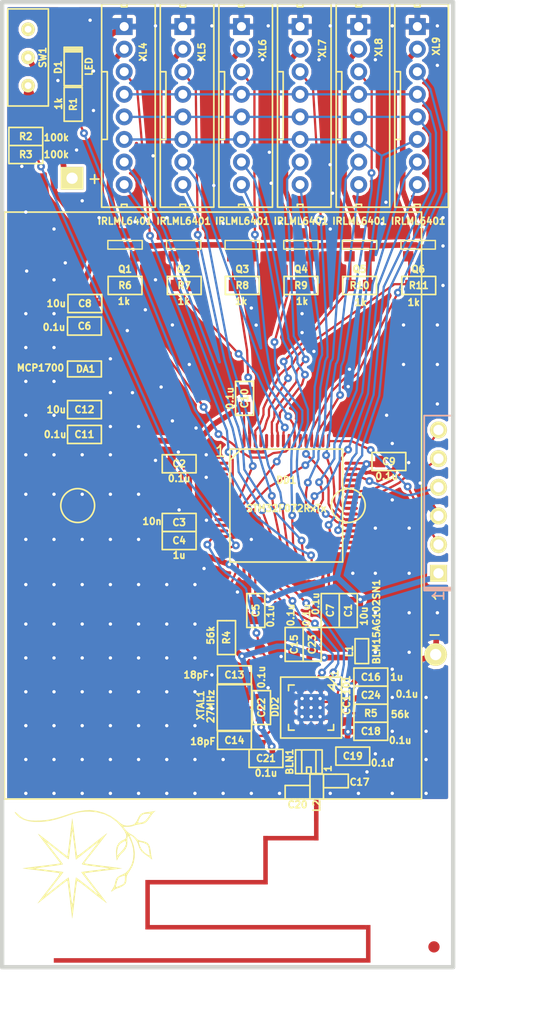
<source format=kicad_pcb>
(kicad_pcb (version 20170919) (host pcbnew "(2017-09-19 revision dddaa7e69)-makepkg")
  (layers (0 F.Cu signal) (31 B.Cu signal hide) (36 B.SilkS user) (37 F.SilkS user) (38 B.Mask user) (39 F.Mask user) (44 Edge.Cuts user))
  (net 0 "")
  (net 1 /ANT2)
  (net 2 /ANT1)
  (net 3 GND)
  (net 4 /RF2)
  (net 5 /RF1)
  (net 6 +3.3V)
  (net 7 +BATT)
  (net 8 "Net-(C13-Pad1)")
  (net 9 "Net-(C14-Pad1)")
  (net 10 "Net-(C15-Pad2)")
  (net 11 VCC)
  (net 12 "Net-(D1-PadA)")
  (net 13 /ACG_PWR1)
  (net 14 /ACG_PWR2)
  (net 15 /ACG_PWR3)
  (net 16 /ACG_PWR4)
  (net 17 /CC_GDO0)
  (net 18 /ADC_BATTERY)
  (net 19 /CC_CS)
  (net 20 /CC_SCK)
  (net 21 /CC_MISO)
  (net 22 /CC_MOSI)
  (net 23 /ACG_INT1)
  (net 24 /ACG_CS6)
  (net 25 /ACG_SCK)
  (net 26 /ACG_MISO)
  (net 27 /ACG_MOSI)
  (net 28 /ACG_INT2)
  (net 29 /VIBRO_CTRL3)
  (net 30 /VIBRO_CTRL4)
  (net 31 /ACG_CS1)
  (net 32 "Net-(DD1-Pad29)")
  (net 33 /ACG_CS5)
  (net 34 /ACG_INT3)
  (net 35 /ACG_INT4)
  (net 36 /ACG_INT5)
  (net 37 /ACG_INT6)
  (net 38 /UART_TX)
  (net 39 /UART_RX)
  (net 40 /SWDIO)
  (net 41 /SWCLK)
  (net 42 /ACG_PWR5)
  (net 43 /ACG_PWR6)
  (net 44 /ACG_CS2)
  (net 45 /VIBRO_CTRL1)
  (net 46 /VIBRO_CTRL2)
  (net 47 /ACG_CS3)
  (net 48 /ACG_CS4)
  (net 49 /VIBRO_CTRL5)
  (net 50 /VIBRO_CTRL6)
  (net 51 "Net-(DD2-Pad3)")
  (net 52 "Net-(DD2-Pad17)")
  (net 53 /VibroOut1)
  (net 54 /VibroOut2)
  (net 55 /VibroOut3)
  (net 56 /VibroOut4)
  (net 57 /VibroOut5)
  (net 58 /VibroOut6)
  (net 59 /BAT_IN)
  (net 60 "Net-(SW1-Pad3)")
  (module Radio:ANT_868_ARMLETG (layer F.Cu) (at 145.8 130.6 180)
    (fp_text reference ANT1 hide)
    (fp_text value ANT_PCB_MONO hide)
    (pad 1 smd rect (at -8.96 -1.785 180) (size 0.4 3.57) (layers F.Cu) (net 1 /ANT2))
    (pad 1 smd rect (at -6.71 -3.37 180) (size 4.9 0.4) (layers F.Cu) (net 1 /ANT2))
    (pad 1 smd rect (at 0.765 -7.27 180) (size 10.5 0.4) (layers F.Cu) (net 1 /ANT2))
    (pad 1 smd rect (at -13.57 -12.73 180) (size 0.4 3.34) (layers F.Cu) (net 1 /ANT2))
    (pad 1 smd rect (at 0.475 -14.2 180) (size 27.69 0.4) (layers F.Cu) (net 1 /ANT2))
    (pad 1 smd rect (at -4.46 -5.32 180) (size 0.4 4.3) (layers F.Cu) (net 1 /ANT2))
    (pad 1 smd rect (at 6 -9.265 180) (size 0.4 4.39) (layers F.Cu) (net 1 /ANT2))
    (pad 1 smd rect (at -3.785 -11.26 180) (size 19.17 0.4) (layers F.Cu) (net 1 /ANT2))
  )
  (module Radio:BALUN_JOHANSON868 (layer F.Cu) (at 154.1 127.2 270)
    (fp_text reference BLN1 (at 0 1.7 270) (layer F.SilkS) (effects (font (size 0.6 0.6))))
    (fp_text value BALUN868JOHANSON hide)
    (fp_text user 1 (at 0.6 -1.7 270) (layer F.SilkS) (effects (font (size 0.6 0.6))))
    (pad 6 smd rect (at 0.65 0.7 270) (size 0.35 0.6) (layers F.Cu F.Mask) (net 3 GND))
    (pad 5 smd rect (at 0 0.7 270) (size 0.35 0.6) (layers F.Cu F.Mask) (net 3 GND))
    (pad 4 smd rect (at -0.65 0.7 270) (size 0.35 0.6) (layers F.Cu F.Mask) (net 5 /RF1))
    (pad 3 smd rect (at -0.65 -0.7 270) (size 0.35 0.6) (layers F.Cu F.Mask) (net 4 /RF2))
    (pad 2 smd rect (at 0 -0.7 270) (size 0.35 0.6) (layers F.Cu F.Mask) (net 3 GND))
    (pad 1 smd rect (at 0.65 -0.7 270) (size 0.35 0.6) (layers F.Cu F.Mask) (net 2 /ANT1))
  )
  (module Capacitors:CAP_0603 (layer F.Cu) (at 157.6 113.8 90)
    (fp_text reference C1 (at 0 0 90) (layer F.SilkS) (effects (font (size 0.6 0.6))))
    (fp_text value 10u (at -0.5 1.4 90) (layer F.SilkS) (effects (font (size 0.6 0.6))))
    (pad 2 smd rect (at 0.762 0 90) (size 0.889 1.016) (layers F.Cu F.Mask) (net 6 +3.3V))
    (pad 1 smd rect (at -0.762 0 90) (size 0.889 1.016) (layers F.Cu F.Mask) (net 3 GND))
  )
  (module Capacitors:CAP_0603 (layer F.Cu) (at 142.6 100.8 180)
    (fp_text reference C2 (at 0 0 180) (layer F.SilkS) (effects (font (size 0.6 0.6))))
    (fp_text value 0.1u (at 0 -1.3 180) (layer F.SilkS) (effects (font (size 0.6 0.6))))
    (pad 1 smd rect (at -0.762 0 180) (size 0.889 1.016) (layers F.Cu F.Mask) (net 6 +3.3V))
    (pad 2 smd rect (at 0.762 0 180) (size 0.889 1.016) (layers F.Cu F.Mask) (net 3 GND))
  )
  (module Capacitors:CAP_0603 (layer F.Cu) (at 142.6 106 180)
    (fp_text reference C3 (at 0 0 180) (layer F.SilkS) (effects (font (size 0.6 0.6))))
    (fp_text value 10n (at 2.4 0.1 180) (layer F.SilkS) (effects (font (size 0.6 0.6))))
    (pad 2 smd rect (at 0.762 0 180) (size 0.889 1.016) (layers F.Cu F.Mask) (net 3 GND))
    (pad 1 smd rect (at -0.762 0 180) (size 0.889 1.016) (layers F.Cu F.Mask) (net 6 +3.3V))
  )
  (module Capacitors:CAP_0603 (layer F.Cu) (at 142.6 107.6 180)
    (fp_text reference C4 (at 0 0 180) (layer F.SilkS) (effects (font (size 0.6 0.6))))
    (fp_text value 1u (at 0 -1.3 180) (layer F.SilkS) (effects (font (size 0.6 0.6))))
    (pad 2 smd rect (at 0.762 0 180) (size 0.889 1.016) (layers F.Cu F.Mask) (net 3 GND))
    (pad 1 smd rect (at -0.762 0 180) (size 0.889 1.016) (layers F.Cu F.Mask) (net 6 +3.3V))
  )
  (module Capacitors:CAP_0603 (layer F.Cu) (at 149.4 113.8 270)
    (fp_text reference C5 (at 0 0 270) (layer F.SilkS) (effects (font (size 0.6 0.6))))
    (fp_text value 0.1u (at 0.5 -1.3 270) (layer F.SilkS) (effects (font (size 0.6 0.6))))
    (pad 1 smd rect (at -0.762 0 270) (size 0.889 1.016) (layers F.Cu F.Mask) (net 6 +3.3V))
    (pad 2 smd rect (at 0.762 0 270) (size 0.889 1.016) (layers F.Cu F.Mask) (net 3 GND))
  )
  (module Capacitors:CAP_0603 (layer F.Cu) (at 134.2 88.6)
    (fp_text reference C6 (at 0 0) (layer F.SilkS) (effects (font (size 0.6 0.6))))
    (fp_text value 0.1u (at -2.7 0.1) (layer F.SilkS) (effects (font (size 0.6 0.6))))
    (pad 2 smd rect (at 0.762 0) (size 0.889 1.016) (layers F.Cu F.Mask) (net 3 GND))
    (pad 1 smd rect (at -0.762 0) (size 0.889 1.016) (layers F.Cu F.Mask) (net 7 +BATT))
  )
  (module Capacitors:CAP_0603 (layer F.Cu) (at 156 113.8 270)
    (fp_text reference C7 (at 0 0 270) (layer F.SilkS) (effects (font (size 0.6 0.6))))
    (fp_text value 0.1u (at -0.6 1.3 270) (layer F.SilkS) (effects (font (size 0.6 0.6))))
    (pad 2 smd rect (at 0.762 0 270) (size 0.889 1.016) (layers F.Cu F.Mask) (net 3 GND))
    (pad 1 smd rect (at -0.762 0 270) (size 0.889 1.016) (layers F.Cu F.Mask) (net 6 +3.3V))
  )
  (module Capacitors:CAP_0603 (layer F.Cu) (at 134.238 86.6)
    (fp_text reference C8 (at 0 0) (layer F.SilkS) (effects (font (size 0.6 0.6))))
    (fp_text value 10u (at -2.538 0) (layer F.SilkS) (effects (font (size 0.6 0.6))))
    (pad 1 smd rect (at -0.762 0) (size 0.889 1.016) (layers F.Cu F.Mask) (net 7 +BATT))
    (pad 2 smd rect (at 0.762 0) (size 0.889 1.016) (layers F.Cu F.Mask) (net 3 GND))
  )
  (module Capacitors:CAP_0603 (layer F.Cu) (at 161.2 100.6)
    (fp_text reference C9 (at 0 0) (layer F.SilkS) (effects (font (size 0.6 0.6))))
    (fp_text value 0.1u (at -0.2 1.3) (layer F.SilkS) (effects (font (size 0.6 0.6))))
    (pad 2 smd rect (at 0.762 0) (size 0.889 1.016) (layers F.Cu F.Mask) (net 3 GND))
    (pad 1 smd rect (at -0.762 0) (size 0.889 1.016) (layers F.Cu F.Mask) (net 6 +3.3V))
  )
  (module Capacitors:CAP_0603 (layer F.Cu) (at 148.4 95 90)
    (fp_text reference C10 (at 0 0 90) (layer F.SilkS) (effects (font (size 0.6 0.6))))
    (fp_text value 0.1u (at 0 -1.3 90) (layer F.SilkS) (effects (font (size 0.6 0.6))))
    (pad 1 smd rect (at -0.762 0 90) (size 0.889 1.016) (layers F.Cu F.Mask) (net 6 +3.3V))
    (pad 2 smd rect (at 0.762 0 90) (size 0.889 1.016) (layers F.Cu F.Mask) (net 3 GND))
  )
  (module Capacitors:CAP_0603 (layer F.Cu) (at 134.2 98.2 180)
    (fp_text reference C11 (at 0 0 180) (layer F.SilkS) (effects (font (size 0.6 0.6))))
    (fp_text value 0.1u (at 2.6 0 180) (layer F.SilkS) (effects (font (size 0.6 0.6))))
    (pad 1 smd rect (at -0.762 0 180) (size 0.889 1.016) (layers F.Cu F.Mask) (net 6 +3.3V))
    (pad 2 smd rect (at 0.762 0 180) (size 0.889 1.016) (layers F.Cu F.Mask) (net 3 GND))
  )
  (module Capacitors:CAP_0603 (layer F.Cu) (at 134.2 96 180)
    (fp_text reference C12 (at 0 0 180) (layer F.SilkS) (effects (font (size 0.6 0.6))))
    (fp_text value 10u (at 2.5 0 180) (layer F.SilkS) (effects (font (size 0.6 0.6))))
    (pad 2 smd rect (at 0.762 0 180) (size 0.889 1.016) (layers F.Cu F.Mask) (net 3 GND))
    (pad 1 smd rect (at -0.762 0 180) (size 0.889 1.016) (layers F.Cu F.Mask) (net 6 +3.3V))
  )
  (module Capacitors:CAP_0603 (layer F.Cu) (at 147.5 119.5)
    (fp_text reference C13 (at 0 0) (layer F.SilkS) (effects (font (size 0.6 0.6))))
    (fp_text value 18pF (at -3.4 0) (layer F.SilkS) (effects (font (size 0.6 0.6))))
    (pad 2 smd rect (at 0.762 0) (size 0.889 1.016) (layers F.Cu F.Mask) (net 3 GND))
    (pad 1 smd rect (at -0.762 0) (size 0.889 1.016) (layers F.Cu F.Mask) (net 8 "Net-(C13-Pad1)"))
  )
  (module Capacitors:CAP_0603 (layer F.Cu) (at 147.5 125.3 180)
    (fp_text reference C14 (at 0 0 180) (layer F.SilkS) (effects (font (size 0.6 0.6))))
    (fp_text value 18pF (at 2.8 -0.1 180) (layer F.SilkS) (effects (font (size 0.6 0.6))))
    (pad 1 smd rect (at -0.762 0 180) (size 0.889 1.016) (layers F.Cu F.Mask) (net 9 "Net-(C14-Pad1)"))
    (pad 2 smd rect (at 0.762 0 180) (size 0.889 1.016) (layers F.Cu F.Mask) (net 3 GND))
  )
  (module Capacitors:CAP_0603 (layer F.Cu) (at 152.8 116.8 270)
    (fp_text reference C15 (at 0 0 270) (layer F.SilkS) (effects (font (size 0.6 0.6))))
    (fp_text value 0.1u (at -2.6 0.3 270) (layer F.SilkS) (effects (font (size 0.6 0.6))))
    (pad 1 smd rect (at -0.762 0 270) (size 0.889 1.016) (layers F.Cu F.Mask) (net 3 GND))
    (pad 2 smd rect (at 0.762 0 270) (size 0.889 1.016) (layers F.Cu F.Mask) (net 10 "Net-(C15-Pad2)"))
  )
  (module Capacitors:CAP_0603 (layer F.Cu) (at 159.6 119.7)
    (fp_text reference C16 (at 0 0) (layer F.SilkS) (effects (font (size 0.6 0.6))))
    (fp_text value 1u (at 2.3 0) (layer F.SilkS) (effects (font (size 0.6 0.6))))
    (pad 2 smd rect (at 0.762 0) (size 0.889 1.016) (layers F.Cu F.Mask) (net 3 GND))
    (pad 1 smd rect (at -0.762 0) (size 0.889 1.016) (layers F.Cu F.Mask) (net 11 VCC))
  )
  (module Capacitors:CAP_0402 (layer F.Cu) (at 156.5 128.9)
    (fp_text reference C17 (at 2.1 0.1) (layer F.SilkS) (effects (font (size 0.6 0.6))))
    (fp_text value * hide)
    (pad 2 smd rect (at 0.5 0) (size 0.6 0.6) (layers F.Cu F.Mask) (net 3 GND))
    (pad 1 smd rect (at -0.5 0) (size 0.6 0.6) (layers F.Cu F.Mask) (net 2 /ANT1))
  )
  (module Capacitors:CAP_0603 (layer F.Cu) (at 159.6 124.5)
    (fp_text reference C18 (at 0 0) (layer F.SilkS) (effects (font (size 0.6 0.6))))
    (fp_text value 0.1u (at 2.6 0.8) (layer F.SilkS) (effects (font (size 0.6 0.6))))
    (pad 1 smd rect (at -0.762 0) (size 0.889 1.016) (layers F.Cu F.Mask) (net 11 VCC))
    (pad 2 smd rect (at 0.762 0) (size 0.889 1.016) (layers F.Cu F.Mask) (net 3 GND))
  )
  (module Capacitors:CAP_0603 (layer F.Cu) (at 158 126.7)
    (fp_text reference C19 (at 0 0) (layer F.SilkS) (effects (font (size 0.6 0.6))))
    (fp_text value 0.1u (at 2.6 0.6) (layer F.SilkS) (effects (font (size 0.6 0.6))))
    (pad 1 smd rect (at -0.762 0) (size 0.889 1.016) (layers F.Cu F.Mask) (net 11 VCC))
    (pad 2 smd rect (at 0.762 0) (size 0.889 1.016) (layers F.Cu F.Mask) (net 3 GND))
  )
  (module Capacitors:CAP_0402 (layer F.Cu) (at 153.1 129.9 180)
    (fp_text reference C20 (at 0 -1.1 180) (layer F.SilkS) (effects (font (size 0.6 0.6))))
    (fp_text value * hide)
    (pad 1 smd rect (at -0.5 0 180) (size 0.6 0.6) (layers F.Cu F.Mask) (net 1 /ANT2))
    (pad 2 smd rect (at 0.5 0 180) (size 0.6 0.6) (layers F.Cu F.Mask) (net 3 GND))
  )
  (module Capacitors:CAP_0603 (layer F.Cu) (at 150.3 126.9 180)
    (fp_text reference C21 (at 0 0 180) (layer F.SilkS) (effects (font (size 0.6 0.6))))
    (fp_text value 0.1u (at 0 -1.3 180) (layer F.SilkS) (effects (font (size 0.6 0.6))))
    (pad 2 smd rect (at 0.762 0 180) (size 0.889 1.016) (layers F.Cu F.Mask) (net 3 GND))
    (pad 1 smd rect (at -0.762 0 180) (size 0.889 1.016) (layers F.Cu F.Mask) (net 11 VCC))
  )
  (module Capacitors:CAP_0603 (layer F.Cu) (at 149.9 122.4 90)
    (fp_text reference C22 (at 0 0 90) (layer F.SilkS) (effects (font (size 0.6 0.6))))
    (fp_text value 0.1u (at 2.7 0 90) (layer F.SilkS) (effects (font (size 0.6 0.6))))
    (pad 2 smd rect (at 0.762 0 90) (size 0.889 1.016) (layers F.Cu F.Mask) (net 3 GND))
    (pad 1 smd rect (at -0.762 0 90) (size 0.889 1.016) (layers F.Cu F.Mask) (net 11 VCC))
  )
  (module Capacitors:CAP_0603 (layer F.Cu) (at 154.4 116.8 90)
    (fp_text reference C23 (at 0 0 90) (layer F.SilkS) (effects (font (size 0.6 0.6))))
    (fp_text value 0.1u (at 2.6 -0.5 90) (layer F.SilkS) (effects (font (size 0.6 0.6))))
    (pad 1 smd rect (at -0.762 0 90) (size 0.889 1.016) (layers F.Cu F.Mask) (net 11 VCC))
    (pad 2 smd rect (at 0.762 0 90) (size 0.889 1.016) (layers F.Cu F.Mask) (net 3 GND))
  )
  (module Capacitors:CAP_0603 (layer F.Cu) (at 159.6 121.3)
    (fp_text reference C24 (at 0 0) (layer F.SilkS) (effects (font (size 0.6 0.6))))
    (fp_text value 0.1u (at 3.2 -0.1) (layer F.SilkS) (effects (font (size 0.6 0.6))))
    (pad 1 smd rect (at -0.762 0) (size 0.889 1.016) (layers F.Cu F.Mask) (net 11 VCC))
    (pad 2 smd rect (at 0.762 0) (size 0.889 1.016) (layers F.Cu F.Mask) (net 3 GND))
  )
  (module LEDs:LED_0603 (layer F.Cu) (at 133.2 65.8 90)
    (fp_text reference D1 (at 0.127 -1.3335 90) (layer F.SilkS) (effects (font (size 0.6 0.6))))
    (fp_text value LED (at 0.2 1.4 90) (layer F.SilkS) (effects (font (size 0.6 0.6))))
    (pad A smd rect (at -0.762 0 90) (size 0.889 1.016) (layers F.Cu F.Mask) (net 12 "Net-(D1-PadA)"))
    (pad C smd rect (at 0.762 0 90) (size 0.889 1.016) (layers F.Cu F.Mask) (net 3 GND))
  )
  (module LQFP_TQFP:LQFP64 (layer F.Cu) (at 152.1 104.5)
    (fp_text reference DD1 (at 0 -2.25044) (layer F.SilkS) (effects (font (size 0.59944 0.59944) (thickness 0.14986))))
    (fp_text value STM32F072RxTx (at 0 0.24892) (layer F.SilkS) (effects (font (size 0.59944 0.59944) (thickness 0.14986))))
    (fp_text user 1 (at -5.842 -4.826) (layer F.SilkS))
    (pad 1 smd rect (at -5.75 -3.75) (size 1.2 0.27) (layers F.Cu F.Mask) (net 6 +3.3V))
    (pad 2 smd oval (at -5.75 -3.25) (size 1.2 0.27) (layers F.Cu F.Mask))
    (pad 3 smd oval (at -5.75 -2.75) (size 1.2 0.27) (layers F.Cu F.Mask))
    (pad 4 smd oval (at -5.75 -2.25) (size 1.2 0.27) (layers F.Cu F.Mask))
    (pad 5 smd oval (at -5.75 -1.75) (size 1.2 0.27) (layers F.Cu F.Mask))
    (pad 6 smd oval (at -5.75 -1.25) (size 1.2 0.27) (layers F.Cu F.Mask))
    (pad 7 smd oval (at -5.75 -0.75) (size 1.2 0.27) (layers F.Cu F.Mask))
    (pad 8 smd oval (at -5.75 -0.25) (size 1.2 0.27) (layers F.Cu F.Mask) (net 13 /ACG_PWR1))
    (pad 9 smd oval (at -5.75 0.25) (size 1.2 0.27) (layers F.Cu F.Mask) (net 14 /ACG_PWR2))
    (pad 10 smd oval (at -5.75 0.75) (size 1.2 0.27) (layers F.Cu F.Mask) (net 15 /ACG_PWR3))
    (pad 11 smd oval (at -5.75 1.25) (size 1.2 0.27) (layers F.Cu F.Mask) (net 16 /ACG_PWR4))
    (pad 12 smd oval (at -5.75 1.75) (size 1.2 0.27) (layers F.Cu F.Mask) (net 3 GND))
    (pad 13 smd oval (at -5.75 2.25) (size 1.2 0.27) (layers F.Cu F.Mask) (net 6 +3.3V))
    (pad 14 smd oval (at -5.75 2.75) (size 1.2 0.27) (layers F.Cu F.Mask) (net 17 /CC_GDO0))
    (pad 15 smd oval (at -5.75 3.25) (size 1.2 0.27) (layers F.Cu F.Mask))
    (pad 16 smd oval (at -5.75 3.75) (size 1.2 0.27) (layers F.Cu F.Mask) (net 18 /ADC_BATTERY))
    (pad 17 smd oval (at -3.75 5.75 90) (size 1.2 0.27) (layers F.Cu F.Mask))
    (pad 18 smd oval (at -3.25 5.75 90) (size 1.2 0.27) (layers F.Cu F.Mask) (net 3 GND))
    (pad 19 smd oval (at -2.75 5.75 90) (size 1.2 0.27) (layers F.Cu F.Mask) (net 6 +3.3V))
    (pad 20 smd oval (at -2.25 5.75 90) (size 1.2 0.27) (layers F.Cu F.Mask) (net 19 /CC_CS))
    (pad 21 smd oval (at -1.75 5.75 90) (size 1.2 0.27) (layers F.Cu F.Mask) (net 20 /CC_SCK))
    (pad 22 smd oval (at -1.25 5.75 90) (size 1.2 0.27) (layers F.Cu F.Mask) (net 21 /CC_MISO))
    (pad 23 smd oval (at -0.75 5.75 90) (size 1.2 0.27) (layers F.Cu F.Mask) (net 22 /CC_MOSI))
    (pad 24 smd oval (at -0.25 5.75 90) (size 1.2 0.27) (layers F.Cu F.Mask) (net 23 /ACG_INT1))
    (pad 33 smd oval (at 5.75 3.75) (size 1.2 0.27) (layers F.Cu F.Mask) (net 24 /ACG_CS6))
    (pad 34 smd oval (at 5.75 3.25) (size 1.2 0.27) (layers F.Cu F.Mask) (net 25 /ACG_SCK))
    (pad 35 smd oval (at 5.75 2.75) (size 1.2 0.27) (layers F.Cu F.Mask) (net 26 /ACG_MISO))
    (pad 36 smd oval (at 5.75 2.25) (size 1.2 0.27) (layers F.Cu F.Mask) (net 27 /ACG_MOSI))
    (pad 25 smd oval (at 0.25 5.75 90) (size 1.2 0.27) (layers F.Cu F.Mask) (net 28 /ACG_INT2))
    (pad 26 smd oval (at 0.75 5.75 90) (size 1.2 0.27) (layers F.Cu F.Mask) (net 29 /VIBRO_CTRL3))
    (pad 27 smd oval (at 1.25 5.75 90) (size 1.2 0.27) (layers F.Cu F.Mask) (net 30 /VIBRO_CTRL4))
    (pad 28 smd oval (at 1.75 5.75 90) (size 1.2 0.27) (layers F.Cu F.Mask) (net 31 /ACG_CS1))
    (pad 29 smd oval (at 2.25 5.75 90) (size 1.2 0.27) (layers F.Cu F.Mask) (net 32 "Net-(DD1-Pad29)"))
    (pad 30 smd oval (at 2.75 5.75 90) (size 1.2 0.27) (layers F.Cu F.Mask) (net 33 /ACG_CS5))
    (pad 31 smd oval (at 3.25 5.75 90) (size 1.2 0.27) (layers F.Cu F.Mask) (net 3 GND))
    (pad 32 smd oval (at 3.75 5.75 90) (size 1.2 0.27) (layers F.Cu F.Mask) (net 6 +3.3V))
    (pad 37 smd oval (at 5.75 1.75) (size 1.2 0.27) (layers F.Cu F.Mask) (net 34 /ACG_INT3))
    (pad 38 smd oval (at 5.75 1.25) (size 1.2 0.27) (layers F.Cu F.Mask) (net 35 /ACG_INT4))
    (pad 39 smd oval (at 5.75 0.75) (size 1.2 0.27) (layers F.Cu F.Mask) (net 36 /ACG_INT5))
    (pad 40 smd oval (at 5.75 0.25) (size 1.2 0.27) (layers F.Cu F.Mask) (net 37 /ACG_INT6))
    (pad 41 smd oval (at 5.75 -0.25) (size 1.2 0.27) (layers F.Cu F.Mask))
    (pad 42 smd oval (at 5.75 -0.75) (size 1.2 0.27) (layers F.Cu F.Mask) (net 38 /UART_TX))
    (pad 43 smd oval (at 5.75 -1.25) (size 1.2 0.27) (layers F.Cu F.Mask) (net 39 /UART_RX))
    (pad 44 smd oval (at 5.75 -1.75) (size 1.2 0.27) (layers F.Cu F.Mask))
    (pad 45 smd oval (at 5.75 -2.25) (size 1.2 0.27) (layers F.Cu F.Mask))
    (pad 46 smd oval (at 5.75 -2.75) (size 1.2 0.27) (layers F.Cu F.Mask) (net 40 /SWDIO))
    (pad 47 smd oval (at 5.75 -3.25) (size 1.2 0.27) (layers F.Cu F.Mask) (net 3 GND))
    (pad 48 smd oval (at 5.75 -3.75) (size 1.2 0.27) (layers F.Cu F.Mask) (net 6 +3.3V))
    (pad 49 smd oval (at 3.75 -5.75 90) (size 1.2 0.27) (layers F.Cu F.Mask) (net 41 /SWCLK))
    (pad 50 smd oval (at 3.25 -5.75 90) (size 1.2 0.27) (layers F.Cu F.Mask))
    (pad 51 smd oval (at 2.75 -5.75 90) (size 1.2 0.27) (layers F.Cu F.Mask) (net 42 /ACG_PWR5))
    (pad 52 smd oval (at 2.25 -5.75 90) (size 1.2 0.27) (layers F.Cu F.Mask) (net 43 /ACG_PWR6))
    (pad 53 smd oval (at 1.75 -5.75 90) (size 1.2 0.27) (layers F.Cu F.Mask))
    (pad 54 smd oval (at 1.25 -5.75 90) (size 1.2 0.27) (layers F.Cu F.Mask))
    (pad 55 smd oval (at 0.75 -5.75 90) (size 1.2 0.27) (layers F.Cu F.Mask) (net 44 /ACG_CS2))
    (pad 56 smd oval (at 0.25 -5.75 90) (size 1.2 0.27) (layers F.Cu F.Mask) (net 45 /VIBRO_CTRL1))
    (pad 57 smd oval (at -0.25 -5.75 90) (size 1.2 0.27) (layers F.Cu F.Mask) (net 46 /VIBRO_CTRL2))
    (pad 58 smd oval (at -0.75 -5.75 90) (size 1.2 0.27) (layers F.Cu F.Mask) (net 47 /ACG_CS3))
    (pad 59 smd oval (at -1.25 -5.75 90) (size 1.2 0.27) (layers F.Cu F.Mask) (net 48 /ACG_CS4))
    (pad 60 smd oval (at -1.75 -5.75 90) (size 1.2 0.27) (layers F.Cu F.Mask) (net 3 GND))
    (pad 61 smd oval (at -2.25 -5.75 90) (size 1.2 0.27) (layers F.Cu F.Mask) (net 49 /VIBRO_CTRL5))
    (pad 62 smd oval (at -2.75 -5.75 90) (size 1.2 0.27) (layers F.Cu F.Mask) (net 50 /VIBRO_CTRL6))
    (pad 63 smd oval (at -3.25 -5.75 90) (size 1.2 0.27) (layers F.Cu F.Mask) (net 3 GND))
    (pad 64 smd oval (at -3.75 -5.75 90) (size 1.2 0.27) (layers F.Cu F.Mask) (net 6 +3.3V))
  )
  (module QFN_DFN:QFN20 (layer F.Cu) (at 154.3 122.4 270)
    (fp_text reference DD2 (at -0.05 3.2 270) (layer F.SilkS) (effects (font (size 0.6 0.6))))
    (fp_text value CC1101 (at -1.09982 -3.1496 270) (layer F.SilkS) (effects (font (size 0.6 0.6))))
    (fp_text user 1 (at -3.04 -2.1 270) (layer F.SilkS) (effects (font (size 0.6 0.6))))
    (pad 1 smd rect (at -1.95 -1 270) (size 1 0.28) (layers F.Cu F.Mask) (net 20 /CC_SCK))
    (pad 2 smd oval (at -1.95 -0.5 270) (size 1 0.28) (layers F.Cu F.Mask) (net 21 /CC_MISO))
    (pad 3 smd oval (at -1.95 0 270) (size 1 0.28) (layers F.Cu F.Mask) (net 51 "Net-(DD2-Pad3)"))
    (pad 4 smd oval (at -1.95 0.5 270) (size 1 0.28) (layers F.Cu F.Mask) (net 11 VCC))
    (pad 5 smd oval (at -1.95 1 270) (size 1 0.28) (layers F.Cu F.Mask) (net 10 "Net-(C15-Pad2)"))
    (pad 6 smd oval (at -1 1.95) (size 1 0.28) (layers F.Cu F.Mask) (net 17 /CC_GDO0))
    (pad 7 smd oval (at -0.5 1.95) (size 1 0.28) (layers F.Cu F.Mask) (net 19 /CC_CS))
    (pad 8 smd oval (at 0 1.95) (size 1 0.28) (layers F.Cu F.Mask) (net 8 "Net-(C13-Pad1)"))
    (pad 9 smd oval (at 0.5 1.95) (size 1 0.28) (layers F.Cu F.Mask) (net 11 VCC))
    (pad 10 smd oval (at 1 1.95) (size 1 0.28) (layers F.Cu F.Mask) (net 9 "Net-(C14-Pad1)"))
    (pad 11 smd oval (at 1.95 1 90) (size 1 0.28) (layers F.Cu F.Mask) (net 11 VCC))
    (pad 12 smd oval (at 1.95 0.5 90) (size 1 0.28) (layers F.Cu F.Mask) (net 5 /RF1))
    (pad 13 smd oval (at 1.95 0 90) (size 1 0.28) (layers F.Cu F.Mask) (net 4 /RF2))
    (pad 14 smd oval (at 1.95 -0.5 90) (size 1 0.28) (layers F.Cu F.Mask) (net 11 VCC))
    (pad 15 smd oval (at 1.95 -1 90) (size 1 0.28) (layers F.Cu F.Mask) (net 11 VCC))
    (pad 16 smd oval (at 1 -1.95) (size 1 0.28) (layers F.Cu F.Mask) (net 3 GND))
    (pad 17 smd oval (at 0.5 -1.95) (size 1 0.28) (layers F.Cu F.Mask) (net 52 "Net-(DD2-Pad17)"))
    (pad 18 smd oval (at 0 -1.95) (size 1 0.28) (layers F.Cu F.Mask) (net 11 VCC))
    (pad 19 smd oval (at -0.5 -1.95) (size 1 0.28) (layers F.Cu F.Mask) (net 3 GND))
    (pad 20 smd oval (at -1 -1.95) (size 1 0.28) (layers F.Cu F.Mask) (net 22 /CC_MOSI))
    (pad PAD thru_hole rect (at 0 0 270) (size 0.8 0.8) (drill 0.3) (layers *.Cu F.Mask) (net 3 GND))
    (pad PAD thru_hole rect (at 0.8 0 270) (size 0.8 0.8) (drill 0.3) (layers *.Cu F.Mask) (net 3 GND))
    (pad PAD thru_hole rect (at 0 -0.8 270) (size 0.8 0.8) (drill 0.3) (layers *.Cu F.Mask) (net 3 GND))
    (pad PAD thru_hole rect (at 0.8 -0.8 270) (size 0.8 0.8) (drill 0.3) (layers *.Cu F.Mask) (net 3 GND))
    (pad PAD thru_hole rect (at -0.8 -0.8 270) (size 0.8 0.8) (drill 0.3) (layers *.Cu F.Mask) (net 3 GND))
    (pad PAD thru_hole rect (at -0.8 0 270) (size 0.8 0.8) (drill 0.3) (layers *.Cu F.Mask) (net 3 GND))
    (pad PAD thru_hole rect (at -0.8 0.8 270) (size 0.8 0.8) (drill 0.3) (layers *.Cu F.Mask) (net 3 GND))
    (pad PAD thru_hole rect (at 0 0.8 270) (size 0.8 0.8) (drill 0.3) (layers *.Cu F.Mask) (net 3 GND))
    (pad PAD thru_hole rect (at 0.8 0.8 270) (size 0.8 0.8) (drill 0.3) (layers *.Cu F.Mask) (net 3 GND))
  )
  (module Inductors:IND_0402 (layer F.Cu) (at 158.8 117.4 90)
    (fp_text reference L1 (at 0 -1.1 90) (layer F.SilkS) (effects (font (size 0.6 0.6))))
    (fp_text value BLM15AG102SN1 (at 2.6 1.3 90) (layer F.SilkS) (effects (font (size 0.6 0.6))))
    (pad 1 smd rect (at -0.5 0 90) (size 0.6 0.6) (layers F.Cu F.Mask) (net 11 VCC))
    (pad 2 smd rect (at 0.5 0 90) (size 0.6 0.6) (layers F.Cu F.Mask) (net 6 +3.3V))
  )
  (module Inductors:IND_0402 (layer F.Cu) (at 154.8 129.4 90)
    (fp_text reference L2 (at -1.7 0 90) (layer F.SilkS) (effects (font (size 0.6 0.6))))
    (fp_text value * hide)
    (pad 2 smd rect (at 0.5 0 90) (size 0.6 0.6) (layers F.Cu F.Mask) (net 2 /ANT1))
    (pad 1 smd rect (at -0.5 0 90) (size 0.6 0.6) (layers F.Cu F.Mask) (net 1 /ANT2))
  )
  (module Pictures:Ostranna_12d7_10d1 (layer F.Cu) (at 134.3 136.3 180)
    (fp_text reference Logo1 hide)
    (fp_text value Logo hide)
  )
  (module SOT:SOT23-3 (layer F.Cu) (at 137.8 81.4 180)
    (fp_text reference Q1 (at 0 -2.159 180) (layer F.SilkS) (effects (font (size 0.6 0.6))))
    (fp_text value IRLML6401 (at 0 2.10058 180) (layer F.SilkS) (effects (font (size 0.59944 0.59944) (thickness 0.14986))))
    (pad 2 smd rect (at -0.889 -1.016 180) (size 0.9144 0.9144) (layers F.Cu F.Mask) (net 7 +BATT))
    (pad 1 smd rect (at 0.889 -1.016 180) (size 0.9144 0.9144) (layers F.Cu F.Mask) (net 45 /VIBRO_CTRL1))
    (pad 3 smd rect (at 0 1.016 180) (size 0.9144 0.9144) (layers F.Cu F.Mask) (net 53 /VibroOut1))
  )
  (module SOT:SOT23-3 (layer F.Cu) (at 143 81.4 180)
    (fp_text reference Q2 (at 0 -2.159 180) (layer F.SilkS) (effects (font (size 0.6 0.6))))
    (fp_text value IRLML6401 (at 0 2.10058 180) (layer F.SilkS) (effects (font (size 0.59944 0.59944) (thickness 0.14986))))
    (pad 3 smd rect (at 0 1.016 180) (size 0.9144 0.9144) (layers F.Cu F.Mask) (net 54 /VibroOut2))
    (pad 1 smd rect (at 0.889 -1.016 180) (size 0.9144 0.9144) (layers F.Cu F.Mask) (net 46 /VIBRO_CTRL2))
    (pad 2 smd rect (at -0.889 -1.016 180) (size 0.9144 0.9144) (layers F.Cu F.Mask) (net 7 +BATT))
  )
  (module SOT:SOT23-3 (layer F.Cu) (at 148.2 81.4 180)
    (fp_text reference Q3 (at 0 -2.159 180) (layer F.SilkS) (effects (font (size 0.6 0.6))))
    (fp_text value IRLML6401 (at 0 2.10058 180) (layer F.SilkS) (effects (font (size 0.59944 0.59944) (thickness 0.14986))))
    (pad 2 smd rect (at -0.889 -1.016 180) (size 0.9144 0.9144) (layers F.Cu F.Mask) (net 7 +BATT))
    (pad 1 smd rect (at 0.889 -1.016 180) (size 0.9144 0.9144) (layers F.Cu F.Mask) (net 29 /VIBRO_CTRL3))
    (pad 3 smd rect (at 0 1.016 180) (size 0.9144 0.9144) (layers F.Cu F.Mask) (net 55 /VibroOut3))
  )
  (module SOT:SOT23-3 (layer F.Cu) (at 153.4 81.4 180)
    (fp_text reference Q4 (at 0 -2.159 180) (layer F.SilkS) (effects (font (size 0.6 0.6))))
    (fp_text value IRLML6401 (at 0 2.10058 180) (layer F.SilkS) (effects (font (size 0.59944 0.59944) (thickness 0.14986))))
    (pad 2 smd rect (at -0.889 -1.016 180) (size 0.9144 0.9144) (layers F.Cu F.Mask) (net 7 +BATT))
    (pad 1 smd rect (at 0.889 -1.016 180) (size 0.9144 0.9144) (layers F.Cu F.Mask) (net 30 /VIBRO_CTRL4))
    (pad 3 smd rect (at 0 1.016 180) (size 0.9144 0.9144) (layers F.Cu F.Mask) (net 56 /VibroOut4))
  )
  (module SOT:SOT23-3 (layer F.Cu) (at 158.6 81.4 180)
    (fp_text reference Q5 (at 0 -2.159 180) (layer F.SilkS) (effects (font (size 0.6 0.6))))
    (fp_text value IRLML6401 (at 0 2.10058 180) (layer F.SilkS) (effects (font (size 0.59944 0.59944) (thickness 0.14986))))
    (pad 3 smd rect (at 0 1.016 180) (size 0.9144 0.9144) (layers F.Cu F.Mask) (net 57 /VibroOut5))
    (pad 1 smd rect (at 0.889 -1.016 180) (size 0.9144 0.9144) (layers F.Cu F.Mask) (net 49 /VIBRO_CTRL5))
    (pad 2 smd rect (at -0.889 -1.016 180) (size 0.9144 0.9144) (layers F.Cu F.Mask) (net 7 +BATT))
  )
  (module SOT:SOT23-3 (layer F.Cu) (at 163.8 81.4 180)
    (fp_text reference Q6 (at 0 -2.159 180) (layer F.SilkS) (effects (font (size 0.6 0.6))))
    (fp_text value IRLML6401 (at 0 2.10058 180) (layer F.SilkS) (effects (font (size 0.59944 0.59944) (thickness 0.14986))))
    (pad 2 smd rect (at -0.889 -1.016 180) (size 0.9144 0.9144) (layers F.Cu F.Mask) (net 7 +BATT))
    (pad 1 smd rect (at 0.889 -1.016 180) (size 0.9144 0.9144) (layers F.Cu F.Mask) (net 50 /VIBRO_CTRL6))
    (pad 3 smd rect (at 0 1.016 180) (size 0.9144 0.9144) (layers F.Cu F.Mask) (net 58 /VibroOut6))
  )
  (module Resistors:RES_0603 (layer F.Cu) (at 133.2 68.95 90)
    (fp_text reference R1 (at 0 0 90) (layer F.SilkS) (effects (font (size 0.6 0.6))))
    (fp_text value 1k (at 0.05 -1.3 90) (layer F.SilkS) (effects (font (size 0.6 0.6))))
    (pad 1 smd rect (at -0.75 0 90) (size 0.9 1) (layers F.Cu F.Mask) (net 32 "Net-(DD1-Pad29)"))
    (pad 2 smd rect (at 0.75 0 90) (size 0.9 1) (layers F.Cu F.Mask) (net 12 "Net-(D1-PadA)"))
  )
  (module Resistors:RES_0603 (layer F.Cu) (at 129 71.8)
    (fp_text reference R2 (at 0 0) (layer F.SilkS) (effects (font (size 0.6 0.6))))
    (fp_text value 100k (at 2.7 0.1) (layer F.SilkS) (effects (font (size 0.6 0.6))))
    (pad 1 smd rect (at -0.75 0) (size 0.9 1) (layers F.Cu F.Mask) (net 7 +BATT))
    (pad 2 smd rect (at 0.75 0) (size 0.9 1) (layers F.Cu F.Mask) (net 18 /ADC_BATTERY))
  )
  (module Resistors:RES_0603 (layer F.Cu) (at 129 73.4 180)
    (fp_text reference R3 (at 0 0 180) (layer F.SilkS) (effects (font (size 0.6 0.6))))
    (fp_text value 100k (at -2.7 0 180) (layer F.SilkS) (effects (font (size 0.6 0.6))))
    (pad 2 smd rect (at 0.75 0 180) (size 0.9 1) (layers F.Cu F.Mask) (net 3 GND))
    (pad 1 smd rect (at -0.75 0 180) (size 0.9 1) (layers F.Cu F.Mask) (net 18 /ADC_BATTERY))
  )
  (module Resistors:RES_0603 (layer F.Cu) (at 146.8 116.2 270)
    (fp_text reference R4 (at 0 0 270) (layer F.SilkS) (effects (font (size 0.6 0.6))))
    (fp_text value 56k (at -0.2 1.4 270) (layer F.SilkS) (effects (font (size 0.6 0.6))))
    (pad 1 smd rect (at -0.75 0 270) (size 0.9 1) (layers F.Cu F.Mask) (net 19 /CC_CS))
    (pad 2 smd rect (at 0.75 0 270) (size 0.9 1) (layers F.Cu F.Mask) (net 11 VCC))
  )
  (module Resistors:RES_0603 (layer F.Cu) (at 159.6 122.9)
    (fp_text reference R5 (at 0 0) (layer F.SilkS) (effects (font (size 0.6 0.6))))
    (fp_text value 56k (at 2.6 0.1) (layer F.SilkS) (effects (font (size 0.6 0.6))))
    (pad 1 smd rect (at -0.75 0) (size 0.9 1) (layers F.Cu F.Mask) (net 52 "Net-(DD2-Pad17)"))
    (pad 2 smd rect (at 0.75 0) (size 0.9 1) (layers F.Cu F.Mask) (net 3 GND))
  )
  (module Resistors:RES_0603 (layer F.Cu) (at 137.8 85 180)
    (fp_text reference R6 (at 0 0 180) (layer F.SilkS) (effects (font (size 0.6 0.6))))
    (fp_text value 1k (at 0.1 -1.4 180) (layer F.SilkS) (effects (font (size 0.6 0.6))))
    (pad 2 smd rect (at 0.75 0 180) (size 0.9 1) (layers F.Cu F.Mask) (net 45 /VIBRO_CTRL1))
    (pad 1 smd rect (at -0.75 0 180) (size 0.9 1) (layers F.Cu F.Mask) (net 7 +BATT))
  )
  (module Resistors:RES_0603 (layer F.Cu) (at 143.05 85 180)
    (fp_text reference R7 (at 0 0 180) (layer F.SilkS) (effects (font (size 0.6 0.6))))
    (fp_text value 1k (at 0.05 -1.4 180) (layer F.SilkS) (effects (font (size 0.6 0.6))))
    (pad 1 smd rect (at -0.75 0 180) (size 0.9 1) (layers F.Cu F.Mask) (net 7 +BATT))
    (pad 2 smd rect (at 0.75 0 180) (size 0.9 1) (layers F.Cu F.Mask) (net 46 /VIBRO_CTRL2))
  )
  (module Resistors:RES_0603 (layer F.Cu) (at 148.2 85 180)
    (fp_text reference R8 (at 0 0 180) (layer F.SilkS) (effects (font (size 0.6 0.6))))
    (fp_text value 1k (at 0.1 -1.4 180) (layer F.SilkS) (effects (font (size 0.6 0.6))))
    (pad 2 smd rect (at 0.75 0 180) (size 0.9 1) (layers F.Cu F.Mask) (net 29 /VIBRO_CTRL3))
    (pad 1 smd rect (at -0.75 0 180) (size 0.9 1) (layers F.Cu F.Mask) (net 7 +BATT))
  )
  (module Resistors:RES_0603 (layer F.Cu) (at 153.4 85 180)
    (fp_text reference R9 (at 0 0 180) (layer F.SilkS) (effects (font (size 0.6 0.6))))
    (fp_text value 1k (at -0.1 -1.4 180) (layer F.SilkS) (effects (font (size 0.6 0.6))))
    (pad 2 smd rect (at 0.75 0 180) (size 0.9 1) (layers F.Cu F.Mask) (net 30 /VIBRO_CTRL4))
    (pad 1 smd rect (at -0.75 0 180) (size 0.9 1) (layers F.Cu F.Mask) (net 7 +BATT))
  )
  (module Resistors:RES_0603 (layer F.Cu) (at 158.6 85 180)
    (fp_text reference R10 (at 0 0 180) (layer F.SilkS) (effects (font (size 0.6 0.6))))
    (fp_text value 1k (at -0.1 -1.5 180) (layer F.SilkS) (effects (font (size 0.6 0.6))))
    (pad 1 smd rect (at -0.75 0 180) (size 0.9 1) (layers F.Cu F.Mask) (net 7 +BATT))
    (pad 2 smd rect (at 0.75 0 180) (size 0.9 1) (layers F.Cu F.Mask) (net 49 /VIBRO_CTRL5))
  )
  (module Resistors:RES_0603 (layer F.Cu) (at 163.85 85 180)
    (fp_text reference R11 (at 0 0 180) (layer F.SilkS) (effects (font (size 0.6 0.6))))
    (fp_text value 1k (at 0.45 -1.5 180) (layer F.SilkS) (effects (font (size 0.6 0.6))))
    (pad 2 smd rect (at 0.75 0 180) (size 0.9 1) (layers F.Cu F.Mask) (net 50 /VIBRO_CTRL6))
    (pad 1 smd rect (at -0.75 0 180) (size 0.9 1) (layers F.Cu F.Mask) (net 7 +BATT))
  )
  (module PCB:REF_POINT_1MM (layer F.Cu) (at 165.2 143.6)
    (fp_text reference RP1 hide)
    (fp_text value REFPOINT hide)
    (pad REF smd circle (at 0 0) (size 1 1) (layers F.Cu F.Mask) (clearance 1))
  )
  (module PCB:REF_POINT_1MM (layer F.Cu) (at 132.8 61.8)
    (fp_text reference RP2 hide)
    (fp_text value REFPOINT hide)
    (pad REF smd circle (at 0 0) (size 1 1) (layers F.Cu F.Mask) (clearance 1))
  )
  (module BtnsSwitches:SW_SS-1P2T (layer F.Cu) (at 129.2 64.8 90)
    (fp_text reference SW1 (at 0 1.3 90) (layer F.SilkS) (effects (font (size 0.6 0.6))))
    (fp_text value SS-9)
    (pad 1 thru_hole circle (at -2.5 0 90) (size 1.2 1.2) (drill 0.6) (layers *.Cu *.Mask F.SilkS) (net 7 +BATT))
    (pad 2 thru_hole circle (at 0 0 90) (size 1.2 1.2) (drill 0.6) (layers *.Cu *.Mask F.SilkS) (net 59 /BAT_IN))
    (pad 3 thru_hole circle (at 2.5 0 90) (size 1.2 1.2) (drill 0.6) (layers *.Cu *.Mask F.SilkS) (net 60 "Net-(SW1-Pad3)"))
  )
  (module PCB:TESTPOINT_1MM (layer F.Cu) (at 149.8 117.2)
    (fp_text reference TP1 hide)
    (fp_text value TESTPOINT hide)
    (pad 1 smd circle (at 0 0) (size 1 1) (layers F.Cu F.Mask) (net 17 /CC_GDO0))
  )
  (module Connectors:PLS-6 (layer F.Cu) (at 165.6 110.5 90)
    (fp_text reference XL1 hide)
    (fp_text value CONN_6 hide)
    (fp_text user 1 (at -2 0 90) (layer F.SilkS))
    (fp_text user 1 (at -2 0 90) (layer B.SilkS) (effects (justify mirror)))
    (pad 6 thru_hole circle (at 12.7 0 90) (size 1.5 1.5) (drill 0.9) (layers *.Cu *.Mask F.SilkS) (net 39 /UART_RX))
    (pad 5 thru_hole circle (at 10.16 0 90) (size 1.5 1.5) (drill 0.9) (layers *.Cu *.Mask F.SilkS) (net 38 /UART_TX))
    (pad 4 thru_hole circle (at 7.62 0 90) (size 1.5 1.5) (drill 0.9) (layers *.Cu *.Mask F.SilkS) (net 40 /SWDIO))
    (pad 3 thru_hole circle (at 5.08 0 90) (size 1.5 1.5) (drill 0.9) (layers *.Cu *.Mask F.SilkS) (net 3 GND))
    (pad 2 thru_hole circle (at 2.54 0 90) (size 1.5 1.5) (drill 0.9) (layers *.Cu *.Mask F.SilkS) (net 41 /SWCLK))
    (pad 1 thru_hole rect (at 0 0 90) (size 1.5 1.5) (drill 0.9) (layers *.Cu *.Mask F.SilkS) (net 6 +3.3V))
  )
  (module "Connectors:WB-08(MW-8M)" (layer F.Cu) (at 137.7246 69.0639 270)
    (fp_text reference XL4 (at -4.7639 -1.6754 270) (layer F.SilkS) (effects (font (size 0.6 0.6))))
    (fp_text value CONN_8 hide)
    (pad 8 thru_hole circle (at 7 0 270) (size 1.5 1.5) (drill 0.8) (layers *.Cu *.Mask) (net 23 /ACG_INT1))
    (pad 7 thru_hole circle (at 5 0 270) (size 1.5 1.5) (drill 0.8) (layers *.Cu *.Mask) (net 31 /ACG_CS1))
    (pad 6 thru_hole circle (at 3 0 270) (size 1.5 1.5) (drill 0.8) (layers *.Cu *.Mask) (net 25 /ACG_SCK))
    (pad 5 thru_hole circle (at 1 0 270) (size 1.5 1.5) (drill 0.8) (layers *.Cu *.Mask) (net 26 /ACG_MISO))
    (pad 1 thru_hole rect (at -7 0 270) (size 1.5 1.5) (drill 0.8) (layers *.Cu *.Mask) (net 3 GND))
    (pad 2 thru_hole circle (at -5 0 270) (size 1.5 1.5) (drill 0.8) (layers *.Cu *.Mask) (net 53 /VibroOut1))
    (pad 3 thru_hole circle (at -3 0 270) (size 1.5 1.5) (drill 0.8) (layers *.Cu *.Mask) (net 13 /ACG_PWR1))
    (pad 4 thru_hole circle (at -1 0 270) (size 1.5 1.5) (drill 0.8) (layers *.Cu *.Mask) (net 27 /ACG_MOSI))
  )
  (module "Connectors:WB-08(MW-8M)" (layer F.Cu) (at 142.9246 69.0639 270)
    (fp_text reference XL5 (at -4.7639 -1.6754 270) (layer F.SilkS) (effects (font (size 0.6 0.6))))
    (fp_text value CONN_8 hide)
    (pad 8 thru_hole circle (at 7 0 270) (size 1.5 1.5) (drill 0.8) (layers *.Cu *.Mask) (net 28 /ACG_INT2))
    (pad 7 thru_hole circle (at 5 0 270) (size 1.5 1.5) (drill 0.8) (layers *.Cu *.Mask) (net 44 /ACG_CS2))
    (pad 6 thru_hole circle (at 3 0 270) (size 1.5 1.5) (drill 0.8) (layers *.Cu *.Mask) (net 25 /ACG_SCK))
    (pad 5 thru_hole circle (at 1 0 270) (size 1.5 1.5) (drill 0.8) (layers *.Cu *.Mask) (net 26 /ACG_MISO))
    (pad 1 thru_hole rect (at -7 0 270) (size 1.5 1.5) (drill 0.8) (layers *.Cu *.Mask) (net 3 GND))
    (pad 2 thru_hole circle (at -5 0 270) (size 1.5 1.5) (drill 0.8) (layers *.Cu *.Mask) (net 54 /VibroOut2))
    (pad 3 thru_hole circle (at -3 0 270) (size 1.5 1.5) (drill 0.8) (layers *.Cu *.Mask) (net 14 /ACG_PWR2))
    (pad 4 thru_hole circle (at -1 0 270) (size 1.5 1.5) (drill 0.8) (layers *.Cu *.Mask) (net 27 /ACG_MOSI))
  )
  (module "Connectors:WB-08(MW-8M)" (layer F.Cu) (at 148.1246 69.0639 270)
    (fp_text reference XL6 (at -5.0639 -1.8754 270) (layer F.SilkS) (effects (font (size 0.6 0.6))))
    (fp_text value CONN_8 hide)
    (pad 4 thru_hole circle (at -1 0 270) (size 1.5 1.5) (drill 0.8) (layers *.Cu *.Mask) (net 27 /ACG_MOSI))
    (pad 3 thru_hole circle (at -3 0 270) (size 1.5 1.5) (drill 0.8) (layers *.Cu *.Mask) (net 15 /ACG_PWR3))
    (pad 2 thru_hole circle (at -5 0 270) (size 1.5 1.5) (drill 0.8) (layers *.Cu *.Mask) (net 55 /VibroOut3))
    (pad 1 thru_hole rect (at -7 0 270) (size 1.5 1.5) (drill 0.8) (layers *.Cu *.Mask) (net 3 GND))
    (pad 5 thru_hole circle (at 1 0 270) (size 1.5 1.5) (drill 0.8) (layers *.Cu *.Mask) (net 26 /ACG_MISO))
    (pad 6 thru_hole circle (at 3 0 270) (size 1.5 1.5) (drill 0.8) (layers *.Cu *.Mask) (net 25 /ACG_SCK))
    (pad 7 thru_hole circle (at 5 0 270) (size 1.5 1.5) (drill 0.8) (layers *.Cu *.Mask) (net 47 /ACG_CS3))
    (pad 8 thru_hole circle (at 7 0 270) (size 1.5 1.5) (drill 0.8) (layers *.Cu *.Mask) (net 34 /ACG_INT3))
  )
  (module "Connectors:WB-08(MW-8M)" (layer F.Cu) (at 153.3246 69.0639 270)
    (fp_text reference XL7 (at -5.0639 -1.9754 270) (layer F.SilkS) (effects (font (size 0.6 0.6))))
    (fp_text value CONN_8 hide)
    (pad 8 thru_hole circle (at 7 0 270) (size 1.5 1.5) (drill 0.8) (layers *.Cu *.Mask) (net 35 /ACG_INT4))
    (pad 7 thru_hole circle (at 5 0 270) (size 1.5 1.5) (drill 0.8) (layers *.Cu *.Mask) (net 48 /ACG_CS4))
    (pad 6 thru_hole circle (at 3 0 270) (size 1.5 1.5) (drill 0.8) (layers *.Cu *.Mask) (net 25 /ACG_SCK))
    (pad 5 thru_hole circle (at 1 0 270) (size 1.5 1.5) (drill 0.8) (layers *.Cu *.Mask) (net 26 /ACG_MISO))
    (pad 1 thru_hole rect (at -7 0 270) (size 1.5 1.5) (drill 0.8) (layers *.Cu *.Mask) (net 3 GND))
    (pad 2 thru_hole circle (at -5 0 270) (size 1.5 1.5) (drill 0.8) (layers *.Cu *.Mask) (net 56 /VibroOut4))
    (pad 3 thru_hole circle (at -3 0 270) (size 1.5 1.5) (drill 0.8) (layers *.Cu *.Mask) (net 16 /ACG_PWR4))
    (pad 4 thru_hole circle (at -1 0 270) (size 1.5 1.5) (drill 0.8) (layers *.Cu *.Mask) (net 27 /ACG_MOSI))
  )
  (module "Connectors:WB-08(MW-8M)" (layer F.Cu) (at 158.5246 69.0639 270)
    (fp_text reference XL8 (at -5.1639 -1.7754 270) (layer F.SilkS) (effects (font (size 0.6 0.6))))
    (fp_text value CONN_8 hide)
    (pad 4 thru_hole circle (at -1 0 270) (size 1.5 1.5) (drill 0.8) (layers *.Cu *.Mask) (net 27 /ACG_MOSI))
    (pad 3 thru_hole circle (at -3 0 270) (size 1.5 1.5) (drill 0.8) (layers *.Cu *.Mask) (net 42 /ACG_PWR5))
    (pad 2 thru_hole circle (at -5 0 270) (size 1.5 1.5) (drill 0.8) (layers *.Cu *.Mask) (net 57 /VibroOut5))
    (pad 1 thru_hole rect (at -7 0 270) (size 1.5 1.5) (drill 0.8) (layers *.Cu *.Mask) (net 3 GND))
    (pad 5 thru_hole circle (at 1 0 270) (size 1.5 1.5) (drill 0.8) (layers *.Cu *.Mask) (net 26 /ACG_MISO))
    (pad 6 thru_hole circle (at 3 0 270) (size 1.5 1.5) (drill 0.8) (layers *.Cu *.Mask) (net 25 /ACG_SCK))
    (pad 7 thru_hole circle (at 5 0 270) (size 1.5 1.5) (drill 0.8) (layers *.Cu *.Mask) (net 33 /ACG_CS5))
    (pad 8 thru_hole circle (at 7 0 270) (size 1.5 1.5) (drill 0.8) (layers *.Cu *.Mask) (net 36 /ACG_INT5))
  )
  (module "Connectors:WB-08(MW-8M)" (layer F.Cu) (at 163.7246 69.0639 270)
    (fp_text reference XL9 (at -5.2639 -1.6754 270) (layer F.SilkS) (effects (font (size 0.6 0.6))))
    (fp_text value CONN_8 hide)
    (pad 4 thru_hole circle (at -1 0 270) (size 1.5 1.5) (drill 0.8) (layers *.Cu *.Mask) (net 27 /ACG_MOSI))
    (pad 3 thru_hole circle (at -3 0 270) (size 1.5 1.5) (drill 0.8) (layers *.Cu *.Mask) (net 43 /ACG_PWR6))
    (pad 2 thru_hole circle (at -5 0 270) (size 1.5 1.5) (drill 0.8) (layers *.Cu *.Mask) (net 58 /VibroOut6))
    (pad 1 thru_hole rect (at -7 0 270) (size 1.5 1.5) (drill 0.8) (layers *.Cu *.Mask) (net 3 GND))
    (pad 5 thru_hole circle (at 1 0 270) (size 1.5 1.5) (drill 0.8) (layers *.Cu *.Mask) (net 26 /ACG_MISO))
    (pad 6 thru_hole circle (at 3 0 270) (size 1.5 1.5) (drill 0.8) (layers *.Cu *.Mask) (net 25 /ACG_SCK))
    (pad 7 thru_hole circle (at 5 0 270) (size 1.5 1.5) (drill 0.8) (layers *.Cu *.Mask) (net 24 /ACG_CS6))
    (pad 8 thru_hole circle (at 7 0 270) (size 1.5 1.5) (drill 0.8) (layers *.Cu *.Mask) (net 37 /ACG_INT6))
  )
  (module Quartz:03225C4 (layer F.Cu) (at 147.5 122.4 270)
    (fp_text reference XTAL1 (at -0.2 3 270) (layer F.SilkS) (effects (font (size 0.59944 0.59944) (thickness 0.14986))))
    (fp_text value 27MHz (at -0.1 2.1 270) (layer F.SilkS) (effects (font (size 0.59944 0.59944) (thickness 0.14986))))
    (pad H smd rect (at -1.1 -0.8 270) (size 1.4 1) (layers F.Cu F.Mask) (net 3 GND))
    (pad 2 smd rect (at 1.1 -0.8 270) (size 1.4 1) (layers F.Cu F.Mask) (net 9 "Net-(C14-Pad1)"))
    (pad H smd rect (at 1.1 0.8 270) (size 1.4 1) (layers F.Cu F.Mask) (net 3 GND))
    (pad 1 smd rect (at -1.1 0.8 270) (size 1.4 1) (layers F.Cu F.Mask) (net 8 "Net-(C13-Pad1)"))
  )
  (module Installation:BATTERY_AAA_X3 (layer F.Cu) (at 145.6 104.5)
    (fp_text reference B1 hide)
    (fp_text value BAT hide)
    (fp_text user + (at -10.5 -29) (layer F.SilkS))
    (fp_text user - (at 19.65 11.4) (layer F.SilkS))
    (pad C thru_hole circle (at 19.75 13.2) (size 2 2) (drill 1) (layers *.Cu *.Mask F.SilkS) (net 3 GND))
    (pad A thru_hole rect (at -12.5 -29) (size 2 2) (drill 1) (layers *.Cu *.Mask F.SilkS) (net 59 /BAT_IN))
  )
  (module SOT:SOT23-3A (layer F.Cu) (at 134.2 92.4 180)
    (fp_text reference DA1 (at -0.1 0 180) (layer F.SilkS) (effects (font (size 0.6 0.6))))
    (fp_text value MCP1700 (at 3.9 0.1 180) (layer F.SilkS) (effects (font (size 0.59944 0.59944) (thickness 0.14986))))
    (pad 3 smd rect (at 0 1.3 180) (size 0.9 0.9) (layers F.Cu F.Mask) (net 7 +BATT))
    (pad 1 smd rect (at 0.96 -1.3 180) (size 0.9 0.9) (layers F.Cu F.Mask) (net 3 GND))
    (pad 2 smd rect (at -0.96 -1.3 180) (size 0.9 0.9) (layers F.Cu F.Mask) (net 6 +3.3V))
  )
  (gr_line (start 166.9 59.9) (end 166.9 117.7) (angle 90) (layer Edge.Cuts) (width 0.381))
  (gr_line (start 126.9 59.9) (end 166.9 59.9) (angle 90) (layer Edge.Cuts) (width 0.381))
  (gr_line (start 126.9 145.4) (end 126.9 59.9) (angle 90) (layer Edge.Cuts) (width 0.381))
  (gr_line (start 166.9 145.4) (end 126.9 145.4) (angle 90) (layer Edge.Cuts) (width 0.381))
  (gr_line (start 166.9 117.7) (end 166.9 145.4) (angle 90) (layer Edge.Cuts) (width 0.381))
  (segment (start 153.8 129.9) (end 153.6 129.9) (width 0.6) (layer F.Cu) (net 1))
  (segment (start 153.9 129.9) (end 153.8 129.9) (width 0.6) (layer F.Cu) (net 1))
  (segment (start 154.5 129.9) (end 153.9 129.9) (width 0.6) (layer F.Cu) (net 1))
  (segment (start 154.6 129.9) (end 154.5 129.9) (width 0.6) (layer F.Cu) (net 1))
  (segment (start 154.8 129.9) (end 154.6 129.9) (width 0.6) (layer F.Cu) (net 1))
  (segment (start 154.7528 130.5453) (end 154.76 132.385) (width 0.4) (layer F.Cu) (net 1))
  (segment (start 154.8 129.9) (end 154.7528 130.5453) (width 0.4) (layer F.Cu) (net 1))
  (segment (start 154.8 128.0286) (end 154.8 128.9) (width 0.6) (layer F.Cu) (net 2))
  (segment (start 155.8 128.9) (end 156 128.9) (width 0.6) (layer F.Cu) (net 2))
  (segment (start 155.7 128.9) (end 155.8 128.9) (width 0.6) (layer F.Cu) (net 2))
  (segment (start 155.1 128.9) (end 155.7 128.9) (width 0.6) (layer F.Cu) (net 2))
  (segment (start 155 128.9) (end 155.1 128.9) (width 0.6) (layer F.Cu) (net 2))
  (segment (start 154.8 128.9) (end 155 128.9) (width 0.6) (layer F.Cu) (net 2))
  (segment (start 154.8 127.85) (end 154.8 128.0286) (width 0.3) (layer F.Cu) (net 2))
  (segment (start 154.8 127.85) (end 154.8893 127.9411) (width 0.3) (layer F.Cu) (net 2))
  (segment (start 154.8 127.85) (end 154.7107 127.9411) (width 0.3) (layer F.Cu) (net 2))
  (via (at 151.6419 117.874) (size 0.7) (layers F.Cu B.Cu) (net 3))
  (via (at 150.4905 120.6434) (size 0.7) (layers F.Cu B.Cu) (net 3))
  (via (at 147.7692 112.1617) (size 0.7) (layers F.Cu B.Cu) (net 3))
  (via (at 144.8068 110.0781) (size 0.7) (layers F.Cu B.Cu) (net 3))
  (via (at 145.0194 105.7997) (size 0.7) (layers F.Cu B.Cu) (net 3))
  (via (at 142.5935 104.8879) (size 0.7) (layers F.Cu B.Cu) (net 3))
  (via (at 163.9765 102.5077) (size 0.7) (layers F.Cu B.Cu) (net 3))
  (via (at 162.9566 100.6966) (size 0.7) (layers F.Cu B.Cu) (net 3))
  (via (at 131.8468 66.8434) (size 0.7) (layers F.Cu B.Cu) (net 3))
  (via (at 128.6453 74.4501) (size 0.7) (layers F.Cu B.Cu) (net 3))
  (via (at 144.0969 97.6316) (size 0.7) (layers F.Cu B.Cu) (net 3))
  (via (at 142.5293 99.7607) (size 0.7) (layers F.Cu B.Cu) (net 3))
  (via (at 153.501 89.1772) (size 0.7) (layers F.Cu B.Cu) (net 3))
  (via (at 154.5499 90.8432) (size 0.7) (layers F.Cu B.Cu) (net 3))
  (via (at 157.7051 92.4275) (size 0.7) (layers F.Cu B.Cu) (net 3))
  (via (at 157.5925 93.9629) (size 0.7) (layers F.Cu B.Cu) (net 3))
  (via (at 151.5 130) (size 0.7) (layers F.Cu B.Cu) (net 3))
  (via (at 149 130) (size 0.7) (layers F.Cu B.Cu) (net 3))
  (via (at 146.5 130) (size 0.7) (layers F.Cu B.Cu) (net 3))
  (via (at 144 130) (size 0.7) (layers F.Cu B.Cu) (net 3))
  (via (at 141.5 130) (size 0.7) (layers F.Cu B.Cu) (net 3))
  (via (at 139 130) (size 0.7) (layers F.Cu B.Cu) (net 3))
  (via (at 136.5 130) (size 0.7) (layers F.Cu B.Cu) (net 3))
  (via (at 134 130) (size 0.7) (layers F.Cu B.Cu) (net 3))
  (via (at 131.5 130) (size 0.7) (layers F.Cu B.Cu) (net 3))
  (via (at 129 130) (size 0.7) (layers F.Cu B.Cu) (net 3))
  (via (at 156 130) (size 0.7) (layers F.Cu B.Cu) (net 3))
  (via (at 158.5 130) (size 0.7) (layers F.Cu B.Cu) (net 3))
  (via (at 161.5 130) (size 0.7) (layers F.Cu B.Cu) (net 3))
  (via (at 164.5 130) (size 0.7) (layers F.Cu B.Cu) (net 3))
  (via (at 129 127) (size 0.7) (layers F.Cu B.Cu) (net 3))
  (via (at 129 124) (size 0.7) (layers F.Cu B.Cu) (net 3))
  (via (at 129 121) (size 0.7) (layers F.Cu B.Cu) (net 3))
  (via (at 129 118) (size 0.7) (layers F.Cu B.Cu) (net 3))
  (via (at 129 115) (size 0.7) (layers F.Cu B.Cu) (net 3))
  (via (at 131.5 127) (size 0.7) (layers F.Cu B.Cu) (net 3))
  (via (at 131.5 124) (size 0.7) (layers F.Cu B.Cu) (net 3))
  (via (at 131.5 121) (size 0.7) (layers F.Cu B.Cu) (net 3))
  (via (at 131.5 118) (size 0.7) (layers F.Cu B.Cu) (net 3))
  (via (at 131.5 115) (size 0.7) (layers F.Cu B.Cu) (net 3))
  (via (at 134 127) (size 0.7) (layers F.Cu B.Cu) (net 3))
  (via (at 134 124) (size 0.7) (layers F.Cu B.Cu) (net 3))
  (via (at 134 121) (size 0.7) (layers F.Cu B.Cu) (net 3))
  (via (at 134 118) (size 0.7) (layers F.Cu B.Cu) (net 3))
  (via (at 134 115) (size 0.7) (layers F.Cu B.Cu) (net 3))
  (via (at 136.5 127) (size 0.7) (layers F.Cu B.Cu) (net 3))
  (via (at 136.5 124) (size 0.7) (layers F.Cu B.Cu) (net 3))
  (via (at 136.5 121) (size 0.7) (layers F.Cu B.Cu) (net 3))
  (via (at 136.5 118) (size 0.7) (layers F.Cu B.Cu) (net 3))
  (via (at 136.5 115) (size 0.7) (layers F.Cu B.Cu) (net 3))
  (via (at 139 127) (size 0.7) (layers F.Cu B.Cu) (net 3))
  (via (at 139 124) (size 0.7) (layers F.Cu B.Cu) (net 3))
  (via (at 139 121) (size 0.7) (layers F.Cu B.Cu) (net 3))
  (via (at 139 118) (size 0.7) (layers F.Cu B.Cu) (net 3))
  (via (at 139 115) (size 0.7) (layers F.Cu B.Cu) (net 3))
  (via (at 141.5 127) (size 0.7) (layers F.Cu B.Cu) (net 3))
  (via (at 141.5 124) (size 0.7) (layers F.Cu B.Cu) (net 3))
  (via (at 141.5 121) (size 0.7) (layers F.Cu B.Cu) (net 3))
  (via (at 141.5 118) (size 0.7) (layers F.Cu B.Cu) (net 3))
  (via (at 141.5 115) (size 0.7) (layers F.Cu B.Cu) (net 3))
  (via (at 144 127) (size 0.7) (layers F.Cu B.Cu) (net 3))
  (via (at 144 124) (size 0.7) (layers F.Cu B.Cu) (net 3))
  (via (at 144 121) (size 0.7) (layers F.Cu B.Cu) (net 3))
  (via (at 144 118) (size 0.7) (layers F.Cu B.Cu) (net 3))
  (via (at 144 115) (size 0.7) (layers F.Cu B.Cu) (net 3))
  (via (at 146.5 127) (size 0.7) (layers F.Cu B.Cu) (net 3))
  (via (at 145.5 122.5) (size 0.7) (layers F.Cu B.Cu) (net 3))
  (via (at 145.5 119.5) (size 0.7) (layers F.Cu B.Cu) (net 3))
  (via (at 161.5 127) (size 0.7) (layers F.Cu B.Cu) (net 3))
  (via (at 164.5 127) (size 0.7) (layers F.Cu B.Cu) (net 3))
  (via (at 160 126.5) (size 0.7) (layers F.Cu B.Cu) (net 3))
  (via (at 159.2572 128.1) (size 0.7) (layers F.Cu B.Cu) (net 3))
  (via (at 161.5 124.5) (size 0.7) (layers F.Cu B.Cu) (net 3))
  (via (at 161.5 121.5) (size 0.7) (layers F.Cu B.Cu) (net 3))
  (via (at 161.5 119) (size 0.7) (layers F.Cu B.Cu) (net 3))
  (via (at 164.5 124.5) (size 0.7) (layers F.Cu B.Cu) (net 3))
  (via (at 164.5 121.5) (size 0.7) (layers F.Cu B.Cu) (net 3))
  (via (at 160 117.5) (size 0.7) (layers F.Cu B.Cu) (net 3))
  (via (at 160 114) (size 0.7) (layers F.Cu B.Cu) (net 3))
  (via (at 163 114) (size 0.7) (layers F.Cu B.Cu) (net 3))
  (via (at 163 117.5) (size 0.7) (layers F.Cu B.Cu) (net 3))
  (via (at 165.5 114) (size 0.7) (layers F.Cu B.Cu) (net 3))
  (via (at 163 110.5) (size 0.7) (layers F.Cu B.Cu) (net 3))
  (via (at 160 110.5) (size 0.7) (layers F.Cu B.Cu) (net 3))
  (via (at 160 106.5) (size 0.7) (layers F.Cu B.Cu) (net 3))
  (via (at 163 106.5) (size 0.7) (layers F.Cu B.Cu) (net 3))
  (via (at 161.5 104) (size 0.7) (layers F.Cu B.Cu) (net 3))
  (via (at 158 110.5) (size 0.7) (layers F.Cu B.Cu) (net 3))
  (via (at 144 111.5) (size 0.7) (layers F.Cu B.Cu) (net 3))
  (via (at 141.5 111.5) (size 0.7) (layers F.Cu B.Cu) (net 3))
  (via (at 139 111.5) (size 0.7) (layers F.Cu B.Cu) (net 3))
  (via (at 136.5 111.5) (size 0.7) (layers F.Cu B.Cu) (net 3))
  (via (at 134 111.5) (size 0.7) (layers F.Cu B.Cu) (net 3))
  (via (at 131.5 111.5) (size 0.7) (layers F.Cu B.Cu) (net 3))
  (via (at 129 111.5) (size 0.7) (layers F.Cu B.Cu) (net 3))
  (via (at 129 107.5) (size 0.7) (layers F.Cu B.Cu) (net 3))
  (via (at 131.5 107.5) (size 0.7) (layers F.Cu B.Cu) (net 3))
  (via (at 134 107.5) (size 0.7) (layers F.Cu B.Cu) (net 3))
  (via (at 136.5 107.5) (size 0.7) (layers F.Cu B.Cu) (net 3))
  (via (at 139 107.5) (size 0.7) (layers F.Cu B.Cu) (net 3))
  (via (at 139 103.5) (size 0.7) (layers F.Cu B.Cu) (net 3))
  (via (at 136.5 103.5) (size 0.7) (layers F.Cu B.Cu) (net 3))
  (via (at 134 103.5) (size 0.7) (layers F.Cu B.Cu) (net 3))
  (via (at 131.5 103.5) (size 0.7) (layers F.Cu B.Cu) (net 3))
  (via (at 129 103.5) (size 0.7) (layers F.Cu B.Cu) (net 3))
  (via (at 140.5 100.5) (size 0.7) (layers F.Cu B.Cu) (net 3))
  (via (at 136.5 100) (size 0.7) (layers F.Cu B.Cu) (net 3))
  (via (at 134 100) (size 0.7) (layers F.Cu B.Cu) (net 3))
  (via (at 131.5 100) (size 0.7) (layers F.Cu B.Cu) (net 3))
  (via (at 129 100) (size 0.7) (layers F.Cu B.Cu) (net 3))
  (via (at 145 102) (size 0.7) (layers F.Cu B.Cu) (net 3))
  (via (at 145 100) (size 0.7) (layers F.Cu B.Cu) (net 3))
  (via (at 161.5 99) (size 0.7) (layers F.Cu B.Cu) (net 3))
  (via (at 161 96.5) (size 0.7) (layers F.Cu B.Cu) (net 3))
  (via (at 165.5 95.5) (size 0.7) (layers F.Cu B.Cu) (net 3))
  (via (at 165.5 92) (size 0.7) (layers F.Cu B.Cu) (net 3))
  (via (at 165.5 88.5) (size 0.7) (layers F.Cu B.Cu) (net 3))
  (via (at 162.5 88.5) (size 0.7) (layers F.Cu B.Cu) (net 3))
  (via (at 162.5 92) (size 0.7) (layers F.Cu B.Cu) (net 3))
  (via (at 166 85) (size 0.7) (layers F.Cu B.Cu) (net 3))
  (via (at 166 81.5) (size 0.7) (layers F.Cu B.Cu) (net 3))
  (via (at 166 79) (size 0.7) (layers F.Cu B.Cu) (net 3))
  (via (at 156 80) (size 0.7) (layers F.Cu B.Cu) (net 3))
  (via (at 151.5 79.5) (size 0.7) (layers F.Cu B.Cu) (net 3))
  (via (at 146.5 79.5) (size 0.7) (layers F.Cu B.Cu) (net 3))
  (via (at 141.5 79) (size 0.7) (layers F.Cu B.Cu) (net 3))
  (via (at 135.5 79) (size 0.7) (layers F.Cu B.Cu) (net 3))
  (via (at 131.5 80) (size 0.7) (layers F.Cu B.Cu) (net 3))
  (via (at 132.5 83) (size 0.7) (layers F.Cu B.Cu) (net 3))
  (via (at 129 96.5) (size 0.7) (layers F.Cu B.Cu) (net 3))
  (via (at 131.5 96.5) (size 0.7) (layers F.Cu B.Cu) (net 3))
  (via (at 131.5 93.5) (size 0.7) (layers F.Cu B.Cu) (net 3))
  (via (at 129 93.5) (size 0.7) (layers F.Cu B.Cu) (net 3))
  (via (at 129 90.5) (size 0.7) (layers F.Cu B.Cu) (net 3))
  (via (at 131.5 90.5) (size 0.7) (layers F.Cu B.Cu) (net 3))
  (via (at 131.5 87.5) (size 0.7) (layers F.Cu B.Cu) (net 3))
  (via (at 129 87.5) (size 0.7) (layers F.Cu B.Cu) (net 3))
  (via (at 131.5 84.5) (size 0.7) (layers F.Cu B.Cu) (net 3))
  (via (at 129.0754 83.7243) (size 0.7) (layers F.Cu B.Cu) (net 3))
  (via (at 129 78.5) (size 0.7) (layers F.Cu B.Cu) (net 3))
  (via (at 134 77.5) (size 0.7) (layers F.Cu B.Cu) (net 3))
  (via (at 133.5 73) (size 0.7) (layers F.Cu B.Cu) (net 3))
  (via (at 135 69.5) (size 0.7) (layers F.Cu B.Cu) (net 3))
  (via (at 135 66) (size 0.7) (layers F.Cu B.Cu) (net 3))
  (via (at 134.7 61.5) (size 0.7) (layers F.Cu B.Cu) (net 3))
  (via (at 156 62) (size 0.7) (layers F.Cu B.Cu) (net 3))
  (via (at 150.5 62) (size 0.7) (layers F.Cu B.Cu) (net 3))
  (via (at 145.5 62) (size 0.7) (layers F.Cu B.Cu) (net 3))
  (via (at 140.5 62) (size 0.7) (layers F.Cu B.Cu) (net 3))
  (via (at 161.5 62) (size 0.7) (layers F.Cu B.Cu) (net 3))
  (via (at 165.5 62) (size 0.7) (layers F.Cu B.Cu) (net 3))
  (via (at 165.5 65.5) (size 0.7) (layers F.Cu B.Cu) (net 3))
  (via (at 150 65) (size 0.7) (layers F.Cu B.Cu) (net 3))
  (via (at 155 65) (size 0.7) (layers F.Cu B.Cu) (net 3))
  (via (at 160 65) (size 0.7) (layers F.Cu B.Cu) (net 3))
  (via (at 144.5 65) (size 0.7) (layers F.Cu B.Cu) (net 3))
  (via (at 139.5 65) (size 0.7) (layers F.Cu B.Cu) (net 3))
  (via (at 138 89) (size 0.7) (layers F.Cu B.Cu) (net 3))
  (via (at 136.5 91.5) (size 0.7) (layers F.Cu B.Cu) (net 3))
  (via (at 136.5 94.5) (size 0.7) (layers F.Cu B.Cu) (net 3))
  (via (at 136.5 97.5) (size 0.7) (layers F.Cu B.Cu) (net 3))
  (via (at 139 97.5) (size 0.7) (layers F.Cu B.Cu) (net 3))
  (via (at 138.4572 94.5) (size 0.7) (layers F.Cu B.Cu) (net 3))
  (via (at 142 97) (size 0.7) (layers F.Cu B.Cu) (net 3))
  (via (at 141 94) (size 0.7) (layers F.Cu B.Cu) (net 3))
  (via (at 140.5 84.5) (size 0.7) (layers F.Cu B.Cu) (net 3))
  (via (at 142 88.5) (size 0.7) (layers F.Cu B.Cu) (net 3))
  (via (at 143.5 92) (size 0.7) (layers F.Cu B.Cu) (net 3))
  (via (at 149 87) (size 0.7) (layers F.Cu B.Cu) (net 3))
  (via (at 153.5 87.5) (size 0.7) (layers F.Cu B.Cu) (net 3))
  (via (at 149 107.5) (size 0.7) (layers F.Cu B.Cu) (net 3))
  (via (at 139.6 87.1571) (size 0.7) (layers F.Cu B.Cu) (net 3))
  (via (at 149.4286 88.5143) (size 0.7) (layers F.Cu B.Cu) (net 3))
  (via (at 156.2 76.8286) (size 0.7) (layers F.Cu B.Cu) (net 3))
  (via (at 155.9857 74.3) (size 0.7) (layers F.Cu B.Cu) (net 3))
  (via (at 150.7571 75.9429) (size 0.7) (layers F.Cu B.Cu) (net 3))
  (via (at 150.6 73.2) (size 0.7) (layers F.Cu B.Cu) (net 3))
  (via (at 160.9429 77.6286) (size 0.7) (layers F.Cu B.Cu) (net 3))
  (via (at 160.6001 79.5286) (size 0.7) (layers F.Cu B.Cu) (net 3))
  (via (at 145.6714 76.1429) (size 0.7) (layers F.Cu B.Cu) (net 3))
  (via (at 140.2857 73.5143) (size 0.7) (layers F.Cu B.Cu) (net 3))
  (via (at 138.6786 79.3643) (size 0.7) (layers F.Cu B.Cu) (net 3))
  (segment (start 145 100) (end 145 102) (width 0.5) (layer B.Cu) (net 3))
  (segment (start 142.5293 99.7607) (end 145 100) (width 0.5) (layer B.Cu) (net 3))
  (segment (start 148.4714 109) (end 149 107.5) (width 0.5) (layer B.Cu) (net 3))
  (segment (start 147.2571 108.9143) (end 148.4714 109) (width 0.5) (layer B.Cu) (net 3))
  (segment (start 146.6571 108.6714) (end 147.2571 108.9143) (width 0.5) (layer B.Cu) (net 3))
  (segment (start 146.1 107.6286) (end 146.6571 108.6714) (width 0.5) (layer B.Cu) (net 3))
  (segment (start 145.3143 106.8857) (end 146.1 107.6286) (width 0.5) (layer B.Cu) (net 3))
  (segment (start 143.7286 106.9714) (end 145.3143 106.8857) (width 0.5) (layer B.Cu) (net 3))
  (segment (start 139 107.5) (end 143.7286 106.9714) (width 0.5) (layer B.Cu) (net 3))
  (segment (start 137.2246 61.5639) (end 137.7246 62.0639) (width 0.5) (layer B.Cu) (net 3))
  (segment (start 136.9746 61.5639) (end 137.2246 61.5639) (width 0.5) (layer B.Cu) (net 3))
  (segment (start 134.7 61.5) (end 136.9746 61.5639) (width 0.5) (layer B.Cu) (net 3))
  (segment (start 164.2246 62) (end 163.7246 62.0639) (width 0.5) (layer B.Cu) (net 3))
  (segment (start 164.4746 62) (end 164.2246 62) (width 0.5) (layer B.Cu) (net 3))
  (segment (start 165.5 62) (end 164.4746 62) (width 0.5) (layer B.Cu) (net 3))
  (segment (start 165.5 65.5) (end 165.5 62) (width 0.5) (layer B.Cu) (net 3))
  (segment (start 138.6786 79.3643) (end 140.5 84.5) (width 0.5) (layer B.Cu) (net 3))
  (segment (start 140.7857 77.3714) (end 141.5 79) (width 0.5) (layer B.Cu) (net 3))
  (segment (start 140.2857 73.5143) (end 140.7857 77.3714) (width 0.5) (layer B.Cu) (net 3))
  (segment (start 145.9857 77.4857) (end 145.6714 76.1429) (width 0.5) (layer B.Cu) (net 3))
  (segment (start 146.5 79.5) (end 145.9857 77.4857) (width 0.5) (layer B.Cu) (net 3))
  (segment (start 161 96.5) (end 161.5 99) (width 0.5) (layer B.Cu) (net 3))
  (segment (start 165.5 95.5) (end 161 96.5) (width 0.5) (layer B.Cu) (net 3))
  (segment (start 165.5 92) (end 165.5 95.5) (width 0.5) (layer B.Cu) (net 3))
  (segment (start 165.5 92) (end 162.5 92) (width 0.5) (layer B.Cu) (net 3))
  (segment (start 165.5 88.5) (end 165.5 92) (width 0.5) (layer B.Cu) (net 3))
  (segment (start 165.5 88.5) (end 162.5 88.5) (width 0.5) (layer B.Cu) (net 3))
  (segment (start 166 85) (end 165.5 88.5) (width 0.5) (layer B.Cu) (net 3))
  (segment (start 166 81.5) (end 166 85) (width 0.5) (layer B.Cu) (net 3))
  (segment (start 166 79) (end 166 81.5) (width 0.5) (layer B.Cu) (net 3))
  (segment (start 160.9429 77.6286) (end 160.6001 79.5286) (width 0.5) (layer B.Cu) (net 3))
  (segment (start 150.7571 75.9429) (end 150.6 73.2) (width 0.5) (layer B.Cu) (net 3))
  (segment (start 156.2 76.8286) (end 155.9857 74.3) (width 0.5) (layer B.Cu) (net 3))
  (segment (start 149 87) (end 149.4286 88.5143) (width 0.5) (layer B.Cu) (net 3))
  (segment (start 139.6 87.1571) (end 138 89) (width 0.5) (layer B.Cu) (net 3))
  (segment (start 144.0969 97.6316) (end 142.5293 99.7607) (width 0.5) (layer B.Cu) (net 3))
  (segment (start 145.0194 105.7997) (end 142.5935 104.8879) (width 0.5) (layer B.Cu) (net 3))
  (segment (start 147.7692 112.1617) (end 144.8068 110.0781) (width 0.5) (layer B.Cu) (net 3))
  (segment (start 163.9765 102.5077) (end 162.9566 100.6966) (width 0.5) (layer B.Cu) (net 3))
  (segment (start 131.8468 66.8434) (end 128.6453 74.4501) (width 0.5) (layer B.Cu) (net 3))
  (segment (start 157.7051 92.4275) (end 157.5925 93.9629) (width 0.5) (layer B.Cu) (net 3))
  (segment (start 153.501 89.1772) (end 154.5499 90.8432) (width 0.5) (layer B.Cu) (net 3))
  (segment (start 153.35 121.45) (end 153.5 121.6) (width 0.5) (layer B.Cu) (net 3))
  (segment (start 153.35 121.2) (end 153.35 121.45) (width 0.5) (layer B.Cu) (net 3))
  (segment (start 153.35 121.0964) (end 153.35 121.2) (width 0.5) (layer B.Cu) (net 3))
  (segment (start 151.6419 117.874) (end 153.35 121.0964) (width 0.5) (layer B.Cu) (net 3))
  (segment (start 153.35 121.45) (end 153.5 121.6) (width 0.5) (layer B.Cu) (net 3))
  (segment (start 153.1 121.45) (end 153.35 121.45) (width 0.5) (layer B.Cu) (net 3))
  (segment (start 152.9964 121.45) (end 153.1 121.45) (width 0.5) (layer B.Cu) (net 3))
  (segment (start 150.4905 120.6434) (end 152.9964 121.45) (width 0.5) (layer B.Cu) (net 3))
  (segment (start 139.9857 67.4714) (end 140.2857 73.5143) (width 0.5) (layer F.Cu) (net 3))
  (segment (start 139.5 65) (end 139.9857 67.4714) (width 0.5) (layer F.Cu) (net 3))
  (segment (start 139.5 65) (end 140.5 62) (width 0.5) (layer F.Cu) (net 3))
  (segment (start 144.5 65) (end 145.5 62) (width 0.5) (layer F.Cu) (net 3))
  (segment (start 145.3571 66.3714) (end 144.5 65) (width 0.5) (layer F.Cu) (net 3))
  (segment (start 145.3 72.9286) (end 145.3571 66.3714) (width 0.5) (layer F.Cu) (net 3))
  (segment (start 145.6714 76.1429) (end 145.3 72.9286) (width 0.5) (layer F.Cu) (net 3))
  (segment (start 160.9429 77.6429) (end 160.9429 77.6286) (width 0.5) (layer F.Cu) (net 3))
  (segment (start 161.2 74.6857) (end 160.9429 77.6429) (width 0.5) (layer F.Cu) (net 3))
  (segment (start 160.8 66.7571) (end 161.2 74.6857) (width 0.5) (layer F.Cu) (net 3))
  (segment (start 160 65) (end 160.8 66.7571) (width 0.5) (layer F.Cu) (net 3))
  (segment (start 160 65) (end 161.5 62) (width 0.5) (layer F.Cu) (net 3))
  (segment (start 155 65) (end 156 62) (width 0.5) (layer F.Cu) (net 3))
  (segment (start 150 65) (end 150.5 62) (width 0.5) (layer F.Cu) (net 3))
  (segment (start 150.4286 66.1) (end 150 65) (width 0.5) (layer F.Cu) (net 3))
  (segment (start 150.6 73.2) (end 150.4286 66.1) (width 0.5) (layer F.Cu) (net 3))
  (segment (start 150.9571 77.6143) (end 150.7571 75.9429) (width 0.5) (layer F.Cu) (net 3))
  (segment (start 151.5 79.5) (end 150.9571 77.6143) (width 0.5) (layer F.Cu) (net 3))
  (segment (start 155.5714 66.3143) (end 155 65) (width 0.5) (layer F.Cu) (net 3))
  (segment (start 155.9857 74.3) (end 155.5714 66.3143) (width 0.5) (layer F.Cu) (net 3))
  (segment (start 156.2 76.8429) (end 156.2 76.8286) (width 0.5) (layer F.Cu) (net 3))
  (segment (start 156.2286 77.3571) (end 156.2 76.8429) (width 0.5) (layer F.Cu) (net 3))
  (segment (start 156 80) (end 156.2286 77.3571) (width 0.5) (layer F.Cu) (net 3))
  (segment (start 163 106.5) (end 163 110.5) (width 0.5) (layer F.Cu) (net 3))
  (segment (start 160 106.5) (end 161.5 104) (width 0.5) (layer F.Cu) (net 3))
  (segment (start 163 106.5) (end 160 106.5) (width 0.5) (layer F.Cu) (net 3))
  (segment (start 160 110.5) (end 158 110.5) (width 0.5) (layer F.Cu) (net 3))
  (segment (start 163 110.5) (end 163 114) (width 0.5) (layer F.Cu) (net 3))
  (segment (start 163 110.5) (end 160 110.5) (width 0.5) (layer F.Cu) (net 3))
  (segment (start 165.5 114) (end 165.35 117.7) (width 0.5) (layer F.Cu) (net 3))
  (segment (start 163 114) (end 165.5 114) (width 0.5) (layer F.Cu) (net 3))
  (segment (start 160 114) (end 163 114) (width 0.5) (layer F.Cu) (net 3))
  (segment (start 163 117.5) (end 160 117.5) (width 0.5) (layer F.Cu) (net 3))
  (segment (start 163 117.5) (end 161.5 119) (width 0.5) (layer F.Cu) (net 3))
  (segment (start 160.5565 121.5) (end 160.362 121.3) (width 0.5) (layer F.Cu) (net 3))
  (segment (start 160.8065 121.5) (end 160.5565 121.5) (width 0.5) (layer F.Cu) (net 3))
  (segment (start 161.5 121.5) (end 160.8065 121.5) (width 0.5) (layer F.Cu) (net 3))
  (segment (start 164.5 124.5) (end 164.5 121.5) (width 0.5) (layer F.Cu) (net 3))
  (segment (start 164.5 127) (end 161.5 127) (width 0.5) (layer F.Cu) (net 3))
  (segment (start 164.5 127) (end 164.5 124.5) (width 0.5) (layer F.Cu) (net 3))
  (segment (start 161.5 124.5) (end 160.362 124.5) (width 0.5) (layer F.Cu) (net 3))
  (segment (start 161.5 127) (end 161.5 124.5) (width 0.5) (layer F.Cu) (net 3))
  (segment (start 160 126.5) (end 158.762 126.7) (width 0.5) (layer F.Cu) (net 3))
  (segment (start 160 126.5) (end 161.5 127) (width 0.5) (layer F.Cu) (net 3))
  (segment (start 159.5857 130) (end 159.2572 128.1) (width 0.5) (layer F.Cu) (net 3))
  (segment (start 159.5857 130) (end 161.5 130) (width 0.5) (layer F.Cu) (net 3))
  (segment (start 161.5 130) (end 164.5 130) (width 0.5) (layer F.Cu) (net 3))
  (segment (start 158.5 130) (end 159.5857 130) (width 0.5) (layer F.Cu) (net 3))
  (segment (start 156.9429 129.9857) (end 158.5 130) (width 0.5) (layer F.Cu) (net 3))
  (segment (start 156.9429 129.9857) (end 157 128.9) (width 0.5) (layer F.Cu) (net 3))
  (segment (start 156 130) (end 156.9429 129.9857) (width 0.5) (layer F.Cu) (net 3))
  (segment (start 135 66) (end 133.2 65.038) (width 0.5) (layer F.Cu) (net 3))
  (segment (start 135 69.5) (end 135 66) (width 0.5) (layer F.Cu) (net 3))
  (segment (start 135.1143 73.2714) (end 135 69.5) (width 0.5) (layer F.Cu) (net 3))
  (segment (start 134.6571 77.4286) (end 134 77.5) (width 0.5) (layer F.Cu) (net 3))
  (segment (start 135.1143 73.2714) (end 134.6571 77.4286) (width 0.5) (layer F.Cu) (net 3))
  (segment (start 133.5 73) (end 135.1143 73.2714) (width 0.5) (layer F.Cu) (net 3))
  (segment (start 153.501 89.1772) (end 153.5 87.5) (width 0.5) (layer F.Cu) (net 3))
  (segment (start 151.4997 90.8401) (end 153.501 89.1772) (width 0.5) (layer F.Cu) (net 3))
  (segment (start 150.973 91.3668) (end 151.4997 90.8401) (width 0.5) (layer F.Cu) (net 3))
  (segment (start 150.6397 92.0135) (end 150.973 91.3668) (width 0.5) (layer F.Cu) (net 3))
  (segment (start 149.4286 88.5143) (end 150.6397 92.0135) (width 0.5) (layer F.Cu) (net 3))
  (segment (start 139.5286 86.7143) (end 139.6 87.1571) (width 0.5) (layer F.Cu) (net 3))
  (segment (start 141.2779 86.5743) (end 139.5286 86.7143) (width 0.5) (layer F.Cu) (net 3))
  (segment (start 141.2779 86.5743) (end 140.5 84.5) (width 0.5) (layer F.Cu) (net 3))
  (segment (start 142 88.5) (end 141.2779 86.5743) (width 0.5) (layer F.Cu) (net 3))
  (segment (start 143.5 92) (end 142 88.5) (width 0.5) (layer F.Cu) (net 3))
  (segment (start 142 97) (end 144.0969 97.6316) (width 0.5) (layer F.Cu) (net 3))
  (segment (start 141 94) (end 142 97) (width 0.5) (layer F.Cu) (net 3))
  (segment (start 138.4572 94.5) (end 141 94) (width 0.5) (layer F.Cu) (net 3))
  (segment (start 136.5 94.5) (end 138.4572 94.5) (width 0.5) (layer F.Cu) (net 3))
  (segment (start 136.5 97.5) (end 136.5 94.5) (width 0.5) (layer F.Cu) (net 3))
  (segment (start 136.5 97.5) (end 139 97.5) (width 0.5) (layer F.Cu) (net 3))
  (segment (start 136.5 91.5) (end 136.5 94.5) (width 0.5) (layer F.Cu) (net 3))
  (segment (start 136.5 91.5) (end 138 89) (width 0.5) (layer F.Cu) (net 3))
  (segment (start 134 77.5) (end 135.5 79) (width 0.5) (layer F.Cu) (net 3))
  (segment (start 129.7931 81.3553) (end 131.5 80) (width 0.5) (layer F.Cu) (net 3))
  (segment (start 129.7931 81.3553) (end 131.5 87.5) (width 0.5) (layer F.Cu) (net 3))
  (segment (start 129.0754 83.7243) (end 129.7931 81.3553) (width 0.5) (layer F.Cu) (net 3))
  (segment (start 131.5 84.5) (end 131.5 87.5) (width 0.5) (layer F.Cu) (net 3))
  (segment (start 131.5 84.5) (end 132.5 83) (width 0.5) (layer F.Cu) (net 3))
  (segment (start 131.5 87.5) (end 129 87.5) (width 0.5) (layer F.Cu) (net 3))
  (segment (start 131.5 90.5) (end 131.5 87.5) (width 0.5) (layer F.Cu) (net 3))
  (segment (start 131.5 90.5) (end 129 90.5) (width 0.5) (layer F.Cu) (net 3))
  (segment (start 131.5 93.5) (end 129 93.5) (width 0.5) (layer F.Cu) (net 3))
  (segment (start 133.04 93.5) (end 133.24 93.7) (width 0.5) (layer F.Cu) (net 3))
  (segment (start 132.79 93.5) (end 133.04 93.5) (width 0.5) (layer F.Cu) (net 3))
  (segment (start 131.5 93.5) (end 132.79 93.5) (width 0.5) (layer F.Cu) (net 3))
  (segment (start 133.2435 96.258) (end 133.438 96) (width 0.5) (layer F.Cu) (net 3))
  (segment (start 132.9935 96.258) (end 133.2435 96.258) (width 0.5) (layer F.Cu) (net 3))
  (segment (start 131.5 96.5) (end 132.9935 96.258) (width 0.5) (layer F.Cu) (net 3))
  (segment (start 129 96.5) (end 131.5 96.5) (width 0.5) (layer F.Cu) (net 3))
  (segment (start 131.5 100) (end 129 100) (width 0.5) (layer F.Cu) (net 3))
  (segment (start 134 100) (end 131.5 100) (width 0.5) (layer F.Cu) (net 3))
  (segment (start 133.6325 98.458) (end 133.438 98.2) (width 0.5) (layer F.Cu) (net 3))
  (segment (start 133.6325 98.708) (end 133.6325 98.458) (width 0.5) (layer F.Cu) (net 3))
  (segment (start 134 100) (end 133.6325 98.708) (width 0.5) (layer F.Cu) (net 3))
  (segment (start 131.5 103.5) (end 129 103.5) (width 0.5) (layer F.Cu) (net 3))
  (segment (start 134 103.5) (end 131.5 103.5) (width 0.5) (layer F.Cu) (net 3))
  (segment (start 136.5 103.5) (end 134 103.5) (width 0.5) (layer F.Cu) (net 3))
  (segment (start 139 103.5) (end 140.5 100.5) (width 0.5) (layer F.Cu) (net 3))
  (segment (start 139 103.5) (end 136.5 103.5) (width 0.5) (layer F.Cu) (net 3))
  (segment (start 131.5 107.5) (end 129 107.5) (width 0.5) (layer F.Cu) (net 3))
  (segment (start 134 107.5) (end 131.5 107.5) (width 0.5) (layer F.Cu) (net 3))
  (segment (start 136.5 107.5) (end 134 107.5) (width 0.5) (layer F.Cu) (net 3))
  (segment (start 139 107.5) (end 136.5 107.5) (width 0.5) (layer F.Cu) (net 3))
  (segment (start 141.3935 107.5) (end 139 107.5) (width 0.5) (layer F.Cu) (net 3))
  (segment (start 141.6435 107.5) (end 141.3935 107.5) (width 0.5) (layer F.Cu) (net 3))
  (segment (start 141.838 107.6) (end 141.6435 107.5) (width 0.5) (layer F.Cu) (net 3))
  (segment (start 144 111.5) (end 144.8068 110.0781) (width 0.5) (layer F.Cu) (net 3))
  (segment (start 141.5 111.5) (end 144 111.5) (width 0.5) (layer F.Cu) (net 3))
  (segment (start 139 111.5) (end 141.5 111.5) (width 0.5) (layer F.Cu) (net 3))
  (segment (start 136.5 111.5) (end 139 111.5) (width 0.5) (layer F.Cu) (net 3))
  (segment (start 134 111.5) (end 136.5 111.5) (width 0.5) (layer F.Cu) (net 3))
  (segment (start 131.5 111.5) (end 134 111.5) (width 0.5) (layer F.Cu) (net 3))
  (segment (start 129 111.5) (end 131.5 111.5) (width 0.5) (layer F.Cu) (net 3))
  (segment (start 131.5 115) (end 129 115) (width 0.5) (layer F.Cu) (net 3))
  (segment (start 134 115) (end 131.5 115) (width 0.5) (layer F.Cu) (net 3))
  (segment (start 136.5 115) (end 134 115) (width 0.5) (layer F.Cu) (net 3))
  (segment (start 139 115) (end 136.5 115) (width 0.5) (layer F.Cu) (net 3))
  (segment (start 141.5 115) (end 139 115) (width 0.5) (layer F.Cu) (net 3))
  (segment (start 144 115) (end 144 118) (width 0.5) (layer F.Cu) (net 3))
  (segment (start 144 115) (end 141.5 115) (width 0.5) (layer F.Cu) (net 3))
  (segment (start 144 118) (end 145.5 119.5) (width 0.5) (layer F.Cu) (net 3))
  (segment (start 141.5 118) (end 144 118) (width 0.5) (layer F.Cu) (net 3))
  (segment (start 139 118) (end 141.5 118) (width 0.5) (layer F.Cu) (net 3))
  (segment (start 136.5 118) (end 139 118) (width 0.5) (layer F.Cu) (net 3))
  (segment (start 134 118) (end 136.5 118) (width 0.5) (layer F.Cu) (net 3))
  (segment (start 131.5 118) (end 134 118) (width 0.5) (layer F.Cu) (net 3))
  (segment (start 129 118) (end 131.5 118) (width 0.5) (layer F.Cu) (net 3))
  (segment (start 131.5 121) (end 129 121) (width 0.5) (layer F.Cu) (net 3))
  (segment (start 134 121) (end 131.5 121) (width 0.5) (layer F.Cu) (net 3))
  (segment (start 136.5 121) (end 134 121) (width 0.5) (layer F.Cu) (net 3))
  (segment (start 139 121) (end 136.5 121) (width 0.5) (layer F.Cu) (net 3))
  (segment (start 141.5 121) (end 139 121) (width 0.5) (layer F.Cu) (net 3))
  (segment (start 144 121) (end 141.5 121) (width 0.5) (layer F.Cu) (net 3))
  (segment (start 144 121) (end 145.5 119.5) (width 0.5) (layer F.Cu) (net 3))
  (segment (start 144 124) (end 145.5 122.5) (width 0.5) (layer F.Cu) (net 3))
  (segment (start 141.5 124) (end 144 124) (width 0.5) (layer F.Cu) (net 3))
  (segment (start 139 124) (end 141.5 124) (width 0.5) (layer F.Cu) (net 3))
  (segment (start 136.5 124) (end 139 124) (width 0.5) (layer F.Cu) (net 3))
  (segment (start 134 124) (end 136.5 124) (width 0.5) (layer F.Cu) (net 3))
  (segment (start 131.5 124) (end 134 124) (width 0.5) (layer F.Cu) (net 3))
  (segment (start 129 124) (end 131.5 124) (width 0.5) (layer F.Cu) (net 3))
  (segment (start 131.5 127) (end 129 127) (width 0.5) (layer F.Cu) (net 3))
  (segment (start 134 127) (end 131.5 127) (width 0.5) (layer F.Cu) (net 3))
  (segment (start 136.5 127) (end 134 127) (width 0.5) (layer F.Cu) (net 3))
  (segment (start 139 127) (end 136.5 127) (width 0.5) (layer F.Cu) (net 3))
  (segment (start 141.5 127) (end 139 127) (width 0.5) (layer F.Cu) (net 3))
  (segment (start 144 127) (end 141.5 127) (width 0.5) (layer F.Cu) (net 3))
  (segment (start 146.5 127) (end 144 127) (width 0.5) (layer F.Cu) (net 3))
  (segment (start 146.5435 125.558) (end 146.738 125.3) (width 0.5) (layer F.Cu) (net 3))
  (segment (start 146.5435 125.808) (end 146.5435 125.558) (width 0.5) (layer F.Cu) (net 3))
  (segment (start 146.5 127) (end 146.5435 125.808) (width 0.5) (layer F.Cu) (net 3))
  (segment (start 149 130) (end 151.5 130) (width 0.5) (layer F.Cu) (net 3))
  (segment (start 146.5 130) (end 149 130) (width 0.5) (layer F.Cu) (net 3))
  (segment (start 144 130) (end 146.5 130) (width 0.5) (layer F.Cu) (net 3))
  (segment (start 141.5 130) (end 144 130) (width 0.5) (layer F.Cu) (net 3))
  (segment (start 139 130) (end 141.5 130) (width 0.5) (layer F.Cu) (net 3))
  (segment (start 136.5 130) (end 139 130) (width 0.5) (layer F.Cu) (net 3))
  (segment (start 134 130) (end 136.5 130) (width 0.5) (layer F.Cu) (net 3))
  (segment (start 131.5 130) (end 134 130) (width 0.5) (layer F.Cu) (net 3))
  (segment (start 129 130) (end 131.5 130) (width 0.5) (layer F.Cu) (net 3))
  (segment (start 163.2246 62.0639) (end 163.7246 62.0639) (width 0.5) (layer F.Cu) (net 3))
  (segment (start 162.9746 62.0639) (end 163.2246 62.0639) (width 0.5) (layer F.Cu) (net 3))
  (segment (start 161.5 62) (end 162.9746 62.0639) (width 0.5) (layer F.Cu) (net 3))
  (segment (start 142.4246 62.0639) (end 142.9246 62.0639) (width 0.5) (layer F.Cu) (net 3))
  (segment (start 142.1746 62.0639) (end 142.4246 62.0639) (width 0.5) (layer F.Cu) (net 3))
  (segment (start 140.5 62) (end 142.1746 62.0639) (width 0.5) (layer F.Cu) (net 3))
  (segment (start 147.6246 62.0639) (end 148.1246 62.0639) (width 0.5) (layer F.Cu) (net 3))
  (segment (start 147.3746 62.0639) (end 147.6246 62.0639) (width 0.5) (layer F.Cu) (net 3))
  (segment (start 145.5 62) (end 147.3746 62.0639) (width 0.5) (layer F.Cu) (net 3))
  (segment (start 152.8246 62.0639) (end 153.3246 62.0639) (width 0.5) (layer F.Cu) (net 3))
  (segment (start 152.5746 62.0639) (end 152.8246 62.0639) (width 0.5) (layer F.Cu) (net 3))
  (segment (start 150.5 62) (end 152.5746 62.0639) (width 0.5) (layer F.Cu) (net 3))
  (segment (start 158.0246 62.0639) (end 158.5246 62.0639) (width 0.5) (layer F.Cu) (net 3))
  (segment (start 157.7746 62.0639) (end 158.0246 62.0639) (width 0.5) (layer F.Cu) (net 3))
  (segment (start 156 62) (end 157.7746 62.0639) (width 0.5) (layer F.Cu) (net 3))
  (segment (start 129 78.5) (end 129.7931 81.3553) (width 0.5) (layer F.Cu) (net 3))
  (segment (start 133.04 93.5) (end 133.24 93.7) (width 0.5) (layer F.Cu) (net 3))
  (segment (start 133.04 93.25) (end 133.04 93.5) (width 0.5) (layer F.Cu) (net 3))
  (segment (start 133.04 93.1464) (end 133.04 93.25) (width 0.5) (layer F.Cu) (net 3))
  (segment (start 131.5 87.5) (end 133.04 93.1464) (width 0.5) (layer F.Cu) (net 3))
  (segment (start 161.7675 100.342) (end 161.962 100.6) (width 0.5) (layer F.Cu) (net 3))
  (segment (start 161.7675 100.092) (end 161.7675 100.342) (width 0.5) (layer F.Cu) (net 3))
  (segment (start 161.7675 99.9884) (end 161.7675 100.092) (width 0.5) (layer F.Cu) (net 3))
  (segment (start 161.5 99) (end 161.7675 99.9884) (width 0.5) (layer F.Cu) (net 3))
  (segment (start 133.6325 98.458) (end 133.438 98.2) (width 0.5) (layer F.Cu) (net 3))
  (segment (start 133.6325 98.708) (end 133.6325 98.458) (width 0.5) (layer F.Cu) (net 3))
  (segment (start 133.6325 98.8116) (end 133.6325 98.708) (width 0.5) (layer F.Cu) (net 3))
  (segment (start 133.7789 98.958) (end 133.6325 98.8116) (width 0.5) (layer F.Cu) (net 3))
  (segment (start 134.2896 99.2581) (end 133.7789 98.958) (width 0.5) (layer F.Cu) (net 3))
  (segment (start 136.5 100) (end 134.2896 99.2581) (width 0.5) (layer F.Cu) (net 3))
  (segment (start 140.5 100.5) (end 136.5 100) (width 0.5) (layer F.Cu) (net 3))
  (segment (start 161.5 119) (end 165.35 117.7) (width 0.5) (layer F.Cu) (net 3))
  (segment (start 145.6499 121.7721) (end 145.5 122.5) (width 0.5) (layer F.Cu) (net 3))
  (segment (start 145.6499 120.3721) (end 145.6499 121.7721) (width 0.5) (layer F.Cu) (net 3))
  (segment (start 145.5 119.5) (end 145.6499 120.3721) (width 0.5) (layer F.Cu) (net 3))
  (segment (start 146.45 123.05) (end 146.7 123.5) (width 0.5) (layer F.Cu) (net 3))
  (segment (start 146.2 123.05) (end 146.45 123.05) (width 0.5) (layer F.Cu) (net 3))
  (segment (start 146.0964 123.05) (end 146.2 123.05) (width 0.5) (layer F.Cu) (net 3))
  (segment (start 145.95 122.9036) (end 146.0964 123.05) (width 0.5) (layer F.Cu) (net 3))
  (segment (start 145.5 122.5) (end 145.95 122.9036) (width 0.5) (layer F.Cu) (net 3))
  (segment (start 152.55 129.85) (end 152.6 129.9) (width 0.5) (layer F.Cu) (net 3))
  (segment (start 152.3 129.85) (end 152.55 129.85) (width 0.5) (layer F.Cu) (net 3))
  (segment (start 152.1964 129.85) (end 152.3 129.85) (width 0.5) (layer F.Cu) (net 3))
  (segment (start 151.5 130) (end 152.1964 129.85) (width 0.5) (layer F.Cu) (net 3))
  (segment (start 154.5499 90.8432) (end 157.7051 92.4275) (width 0.5) (layer F.Cu) (net 3))
  (segment (start 149.3581 94.5003) (end 150.6397 92.0135) (width 0.5) (layer F.Cu) (net 3))
  (segment (start 149.4061 96.4128) (end 149.0263 97.2145) (width 0.5) (layer F.Cu) (net 3))
  (segment (start 149.4435 96.1783) (end 149.4061 96.4128) (width 0.5) (layer F.Cu) (net 3))
  (segment (start 149.4435 95.7347) (end 149.4435 96.1783) (width 0.5) (layer F.Cu) (net 3))
  (segment (start 149.4435 95.0957) (end 149.4435 95.7347) (width 0.5) (layer F.Cu) (net 3))
  (segment (start 149.3581 94.5003) (end 149.4435 95.0957) (width 0.5) (layer F.Cu) (net 3))
  (segment (start 153.25 128.0871) (end 153.0904 128.4751) (width 0.3) (layer F.Cu) (net 3))
  (segment (start 153.25 128.025) (end 153.25 128.0871) (width 0.3) (layer F.Cu) (net 3))
  (segment (start 153.25 127.875) (end 153.25 128.025) (width 0.3) (layer F.Cu) (net 3))
  (segment (start 153.4 127.85) (end 153.25 127.875) (width 0.3) (layer F.Cu) (net 3))
  (segment (start 145.7434 118.7641) (end 145.5 119.5) (width 0.5) (layer F.Cu) (net 3))
  (segment (start 146.0656 118.4419) (end 145.7434 118.7641) (width 0.5) (layer F.Cu) (net 3))
  (segment (start 146.5214 118.4419) (end 146.0656 118.4419) (width 0.5) (layer F.Cu) (net 3))
  (segment (start 147.4104 118.4419) (end 146.5214 118.4419) (width 0.5) (layer F.Cu) (net 3))
  (segment (start 147.7988 118.7415) (end 147.4104 118.4419) (width 0.5) (layer F.Cu) (net 3))
  (segment (start 147.9211 118.742) (end 147.7988 118.7415) (width 0.5) (layer F.Cu) (net 3))
  (segment (start 148.0675 118.8884) (end 147.9211 118.742) (width 0.5) (layer F.Cu) (net 3))
  (segment (start 148.0675 118.992) (end 148.0675 118.8884) (width 0.5) (layer F.Cu) (net 3))
  (segment (start 148.0675 119.242) (end 148.0675 118.992) (width 0.5) (layer F.Cu) (net 3))
  (segment (start 148.262 119.5) (end 148.0675 119.242) (width 0.5) (layer F.Cu) (net 3))
  (segment (start 153.058 116.038) (end 152.8 116.038) (width 0.5) (layer F.Cu) (net 3))
  (segment (start 153.308 116.038) (end 153.058 116.038) (width 0.5) (layer F.Cu) (net 3))
  (segment (start 153.892 116.038) (end 153.308 116.038) (width 0.5) (layer F.Cu) (net 3))
  (segment (start 154.142 116.038) (end 153.892 116.038) (width 0.5) (layer F.Cu) (net 3))
  (segment (start 154.4 116.038) (end 154.142 116.038) (width 0.5) (layer F.Cu) (net 3))
  (segment (start 135.1565 88.858) (end 134.962 88.6) (width 0.5) (layer F.Cu) (net 3))
  (segment (start 135.1565 89.108) (end 135.1565 88.858) (width 0.5) (layer F.Cu) (net 3))
  (segment (start 135.1565 89.2116) (end 135.1565 89.108) (width 0.5) (layer F.Cu) (net 3))
  (segment (start 135.2001 90.4221) (end 135.1565 89.2116) (width 0.5) (layer F.Cu) (net 3))
  (segment (start 135.2001 91.3221) (end 135.2001 90.4221) (width 0.5) (layer F.Cu) (net 3))
  (segment (start 135.2001 91.7779) (end 135.2001 91.3221) (width 0.5) (layer F.Cu) (net 3))
  (segment (start 134.8779 92.1001) (end 135.2001 91.7779) (width 0.5) (layer F.Cu) (net 3))
  (segment (start 133.5864 93) (end 134.8779 92.1001) (width 0.5) (layer F.Cu) (net 3))
  (segment (start 133.44 93.1464) (end 133.5864 93) (width 0.5) (layer F.Cu) (net 3))
  (segment (start 133.44 93.25) (end 133.44 93.1464) (width 0.5) (layer F.Cu) (net 3))
  (segment (start 133.44 93.5) (end 133.44 93.25) (width 0.5) (layer F.Cu) (net 3))
  (segment (start 133.24 93.7) (end 133.44 93.5) (width 0.5) (layer F.Cu) (net 3))
  (segment (start 145.3126 96.5372) (end 144.0969 97.6316) (width 0.5) (layer F.Cu) (net 3))
  (segment (start 147.7884 94.4325) (end 145.3126 96.5372) (width 0.5) (layer F.Cu) (net 3))
  (segment (start 147.892 94.4325) (end 147.7884 94.4325) (width 0.5) (layer F.Cu) (net 3))
  (segment (start 148.142 94.4325) (end 147.892 94.4325) (width 0.5) (layer F.Cu) (net 3))
  (segment (start 148.4 94.238) (end 148.142 94.4325) (width 0.5) (layer F.Cu) (net 3))
  (segment (start 128.6453 74.4501) (end 129 78.5) (width 0.5) (layer F.Cu) (net 3))
  (segment (start 157.5925 93.9629) (end 161.5 99) (width 0.5) (layer F.Cu) (net 3))
  (segment (start 159.7873 101.576) (end 160.0816 101.6581) (width 0.2) (layer F.Cu) (net 3))
  (segment (start 158.9234 101.5285) (end 159.7873 101.576) (width 0.2) (layer F.Cu) (net 3))
  (segment (start 158.7045 101.3097) (end 158.9234 101.5285) (width 0.2) (layer F.Cu) (net 3))
  (segment (start 158.5221 101.25) (end 158.7045 101.3097) (width 0.2) (layer F.Cu) (net 3))
  (segment (start 158.315 101.25) (end 158.5221 101.25) (width 0.2) (layer F.Cu) (net 3))
  (segment (start 157.85 101.25) (end 158.315 101.25) (width 0.2) (layer F.Cu) (net 3))
  (segment (start 160.1675 124.758) (end 160.362 124.5) (width 0.5) (layer F.Cu) (net 3))
  (segment (start 160.1675 125.008) (end 160.1675 124.758) (width 0.5) (layer F.Cu) (net 3))
  (segment (start 160.1675 125.1116) (end 160.1675 125.008) (width 0.5) (layer F.Cu) (net 3))
  (segment (start 160.0211 125.258) (end 160.1675 125.1116) (width 0.5) (layer F.Cu) (net 3))
  (segment (start 159.1029 125.942) (end 160.0211 125.258) (width 0.5) (layer F.Cu) (net 3))
  (segment (start 158.9565 126.0884) (end 159.1029 125.942) (width 0.5) (layer F.Cu) (net 3))
  (segment (start 158.9565 126.192) (end 158.9565 126.0884) (width 0.5) (layer F.Cu) (net 3))
  (segment (start 158.9565 126.442) (end 158.9565 126.192) (width 0.5) (layer F.Cu) (net 3))
  (segment (start 158.762 126.7) (end 158.9565 126.442) (width 0.5) (layer F.Cu) (net 3))
  (segment (start 141.2899 100.542) (end 140.5 100.5) (width 0.5) (layer F.Cu) (net 3))
  (segment (start 141.3935 100.542) (end 141.2899 100.542) (width 0.5) (layer F.Cu) (net 3))
  (segment (start 141.6435 100.542) (end 141.3935 100.542) (width 0.5) (layer F.Cu) (net 3))
  (segment (start 141.838 100.8) (end 141.6435 100.542) (width 0.5) (layer F.Cu) (net 3))
  (segment (start 154.6 127.2) (end 154.8 127.2) (width 0.2) (layer F.Cu) (net 3))
  (segment (start 154.5 127.2) (end 154.6 127.2) (width 0.2) (layer F.Cu) (net 3))
  (segment (start 153.7 127.2) (end 154.5 127.2) (width 0.2) (layer F.Cu) (net 3))
  (segment (start 153.6 127.2) (end 153.7 127.2) (width 0.2) (layer F.Cu) (net 3))
  (segment (start 153.4 127.2) (end 153.6 127.2) (width 0.2) (layer F.Cu) (net 3))
  (segment (start 148.85 110.9221) (end 147.7692 112.1617) (width 0.2) (layer F.Cu) (net 3))
  (segment (start 148.85 110.715) (end 148.85 110.9221) (width 0.2) (layer F.Cu) (net 3))
  (segment (start 148.85 110.25) (end 148.85 110.715) (width 0.2) (layer F.Cu) (net 3))
  (segment (start 152.1884 116.2325) (end 151.8419 116.398) (width 0.5) (layer F.Cu) (net 3))
  (segment (start 152.292 116.2325) (end 152.1884 116.2325) (width 0.5) (layer F.Cu) (net 3))
  (segment (start 152.542 116.2325) (end 152.292 116.2325) (width 0.5) (layer F.Cu) (net 3))
  (segment (start 152.8 116.038) (end 152.542 116.2325) (width 0.5) (layer F.Cu) (net 3))
  (segment (start 154.9419 112.3656) (end 155.2339 111.3) (width 0.5) (layer F.Cu) (net 3))
  (segment (start 154.9419 113.2546) (end 154.9419 112.3656) (width 0.5) (layer F.Cu) (net 3))
  (segment (start 154.9419 113.7104) (end 154.9419 113.2546) (width 0.5) (layer F.Cu) (net 3))
  (segment (start 155.242 114.2211) (end 154.9419 113.7104) (width 0.5) (layer F.Cu) (net 3))
  (segment (start 155.3884 114.3675) (end 155.242 114.2211) (width 0.5) (layer F.Cu) (net 3))
  (segment (start 155.492 114.3675) (end 155.3884 114.3675) (width 0.5) (layer F.Cu) (net 3))
  (segment (start 155.742 114.3675) (end 155.492 114.3675) (width 0.5) (layer F.Cu) (net 3))
  (segment (start 156 114.562) (end 155.742 114.3675) (width 0.5) (layer F.Cu) (net 3))
  (segment (start 161.7675 100.858) (end 161.962 100.6) (width 0.5) (layer F.Cu) (net 3))
  (segment (start 161.7675 101.108) (end 161.7675 100.858) (width 0.5) (layer F.Cu) (net 3))
  (segment (start 161.7675 101.2116) (end 161.7675 101.108) (width 0.5) (layer F.Cu) (net 3))
  (segment (start 161.6211 101.358) (end 161.7675 101.2116) (width 0.5) (layer F.Cu) (net 3))
  (segment (start 161.1104 101.6581) (end 161.6211 101.358) (width 0.5) (layer F.Cu) (net 3))
  (segment (start 160.0816 101.6581) (end 161.1104 101.6581) (width 0.5) (layer F.Cu) (net 3))
  (segment (start 146.719 125.042) (end 146.738 125.3) (width 0.5) (layer F.Cu) (net 3))
  (segment (start 146.719 124.792) (end 146.719 125.042) (width 0.5) (layer F.Cu) (net 3))
  (segment (start 146.719 124.2) (end 146.719 124.792) (width 0.5) (layer F.Cu) (net 3))
  (segment (start 146.719 123.95) (end 146.719 124.2) (width 0.5) (layer F.Cu) (net 3))
  (segment (start 146.7 123.5) (end 146.719 123.95) (width 0.5) (layer F.Cu) (net 3))
  (segment (start 138.4746 62.0639) (end 140.5 62) (width 0.5) (layer F.Cu) (net 3))
  (segment (start 138.2246 62.0639) (end 138.4746 62.0639) (width 0.5) (layer F.Cu) (net 3))
  (segment (start 137.7246 62.0639) (end 138.2246 62.0639) (width 0.5) (layer F.Cu) (net 3))
  (segment (start 148.3419 113.7104) (end 147.7692 112.1617) (width 0.5) (layer F.Cu) (net 3))
  (segment (start 148.642 114.2211) (end 148.3419 113.7104) (width 0.5) (layer F.Cu) (net 3))
  (segment (start 148.7884 114.3675) (end 148.642 114.2211) (width 0.5) (layer F.Cu) (net 3))
  (segment (start 148.892 114.3675) (end 148.7884 114.3675) (width 0.5) (layer F.Cu) (net 3))
  (segment (start 149.142 114.3675) (end 148.892 114.3675) (width 0.5) (layer F.Cu) (net 3))
  (segment (start 149.4 114.562) (end 149.142 114.3675) (width 0.5) (layer F.Cu) (net 3))
  (segment (start 151.7419 116.8896) (end 151.8419 116.398) (width 0.5) (layer F.Cu) (net 3))
  (segment (start 151.6419 117.874) (end 151.7419 116.8896) (width 0.5) (layer F.Cu) (net 3))
  (segment (start 142.0325 107.858) (end 141.838 107.6) (width 0.5) (layer F.Cu) (net 3))
  (segment (start 142.0325 108.108) (end 142.0325 107.858) (width 0.5) (layer F.Cu) (net 3))
  (segment (start 142.0325 108.2116) (end 142.0325 108.108) (width 0.5) (layer F.Cu) (net 3))
  (segment (start 142.1789 108.358) (end 142.0325 108.2116) (width 0.5) (layer F.Cu) (net 3))
  (segment (start 143.3713 109.1586) (end 142.1789 108.358) (width 0.5) (layer F.Cu) (net 3))
  (segment (start 144.8068 110.0781) (end 143.3713 109.1586) (width 0.5) (layer F.Cu) (net 3))
  (segment (start 146.9325 125.558) (end 146.738 125.3) (width 0.5) (layer F.Cu) (net 3))
  (segment (start 146.9325 125.808) (end 146.9325 125.558) (width 0.5) (layer F.Cu) (net 3))
  (segment (start 146.9325 125.9116) (end 146.9325 125.808) (width 0.5) (layer F.Cu) (net 3))
  (segment (start 147.0789 126.058) (end 146.9325 125.9116) (width 0.5) (layer F.Cu) (net 3))
  (segment (start 147.5896 126.3581) (end 147.0789 126.058) (width 0.5) (layer F.Cu) (net 3))
  (segment (start 148.9899 126.642) (end 147.5896 126.3581) (width 0.5) (layer F.Cu) (net 3))
  (segment (start 149.0935 126.642) (end 148.9899 126.642) (width 0.5) (layer F.Cu) (net 3))
  (segment (start 149.3435 126.642) (end 149.0935 126.642) (width 0.5) (layer F.Cu) (net 3))
  (segment (start 149.538 126.9) (end 149.3435 126.642) (width 0.5) (layer F.Cu) (net 3))
  (segment (start 134.981 88.342) (end 134.962 88.6) (width 0.5) (layer F.Cu) (net 3))
  (segment (start 134.981 88.092) (end 134.981 88.342) (width 0.5) (layer F.Cu) (net 3))
  (segment (start 134.981 87.108) (end 134.981 88.092) (width 0.5) (layer F.Cu) (net 3))
  (segment (start 134.981 86.858) (end 134.981 87.108) (width 0.5) (layer F.Cu) (net 3))
  (segment (start 135 86.6) (end 134.981 86.858) (width 0.5) (layer F.Cu) (net 3))
  (segment (start 149.0116 94.4325) (end 149.3581 94.5003) (width 0.5) (layer F.Cu) (net 3))
  (segment (start 148.908 94.4325) (end 149.0116 94.4325) (width 0.5) (layer F.Cu) (net 3))
  (segment (start 148.658 94.4325) (end 148.908 94.4325) (width 0.5) (layer F.Cu) (net 3))
  (segment (start 148.4 94.238) (end 148.658 94.4325) (width 0.5) (layer F.Cu) (net 3))
  (segment (start 150.0116 114.7565) (end 151.8419 116.398) (width 0.5) (layer F.Cu) (net 3))
  (segment (start 149.908 114.7565) (end 150.0116 114.7565) (width 0.5) (layer F.Cu) (net 3))
  (segment (start 149.658 114.7565) (end 149.908 114.7565) (width 0.5) (layer F.Cu) (net 3))
  (segment (start 149.4 114.562) (end 149.658 114.7565) (width 0.5) (layer F.Cu) (net 3))
  (segment (start 137.2246 62.5639) (end 137.7246 62.0639) (width 0.5) (layer F.Cu) (net 3))
  (segment (start 136.9746 62.5639) (end 137.2246 62.5639) (width 0.5) (layer F.Cu) (net 3))
  (segment (start 136.871 62.5639) (end 136.9746 62.5639) (width 0.5) (layer F.Cu) (net 3))
  (segment (start 133.8116 64.8435) (end 136.871 62.5639) (width 0.5) (layer F.Cu) (net 3))
  (segment (start 133.708 64.8435) (end 133.8116 64.8435) (width 0.5) (layer F.Cu) (net 3))
  (segment (start 133.458 64.8435) (end 133.708 64.8435) (width 0.5) (layer F.Cu) (net 3))
  (segment (start 133.2 65.038) (end 133.458 64.8435) (width 0.5) (layer F.Cu) (net 3))
  (segment (start 150.35 99.215) (end 150.35 98.75) (width 0.2) (layer F.Cu) (net 3))
  (segment (start 150.35 99.4221) (end 150.35 99.215) (width 0.2) (layer F.Cu) (net 3))
  (segment (start 150.0571 99.715) (end 150.35 99.4221) (width 0.2) (layer F.Cu) (net 3))
  (segment (start 149.6429 99.715) (end 150.0571 99.715) (width 0.2) (layer F.Cu) (net 3))
  (segment (start 149.1429 99.715) (end 149.6429 99.715) (width 0.2) (layer F.Cu) (net 3))
  (segment (start 148.85 99.4221) (end 149.1429 99.715) (width 0.2) (layer F.Cu) (net 3))
  (segment (start 148.85 99.215) (end 148.85 99.4221) (width 0.2) (layer F.Cu) (net 3))
  (segment (start 148.85 98.75) (end 148.85 99.215) (width 0.2) (layer F.Cu) (net 3))
  (segment (start 152.65 129.4964) (end 153.0904 128.4751) (width 0.5) (layer F.Cu) (net 3))
  (segment (start 152.65 129.6) (end 152.65 129.4964) (width 0.5) (layer F.Cu) (net 3))
  (segment (start 152.65 129.85) (end 152.65 129.6) (width 0.5) (layer F.Cu) (net 3))
  (segment (start 152.6 129.9) (end 152.65 129.85) (width 0.5) (layer F.Cu) (net 3))
  (segment (start 155.35 110.9221) (end 155.2339 111.3) (width 0.2) (layer F.Cu) (net 3))
  (segment (start 155.35 110.715) (end 155.35 110.9221) (width 0.2) (layer F.Cu) (net 3))
  (segment (start 155.35 110.25) (end 155.35 110.715) (width 0.2) (layer F.Cu) (net 3))
  (segment (start 154.0746 62.0639) (end 156 62) (width 0.5) (layer F.Cu) (net 3))
  (segment (start 153.8246 62.0639) (end 154.0746 62.0639) (width 0.5) (layer F.Cu) (net 3))
  (segment (start 153.3246 62.0639) (end 153.8246 62.0639) (width 0.5) (layer F.Cu) (net 3))
  (segment (start 159.2746 62.0639) (end 161.5 62) (width 0.5) (layer F.Cu) (net 3))
  (segment (start 159.0246 62.0639) (end 159.2746 62.0639) (width 0.5) (layer F.Cu) (net 3))
  (segment (start 158.5246 62.0639) (end 159.0246 62.0639) (width 0.5) (layer F.Cu) (net 3))
  (segment (start 148.281 120.85) (end 148.3 121.3) (width 0.5) (layer F.Cu) (net 3))
  (segment (start 148.281 120.6) (end 148.281 120.85) (width 0.5) (layer F.Cu) (net 3))
  (segment (start 148.281 120.008) (end 148.281 120.6) (width 0.5) (layer F.Cu) (net 3))
  (segment (start 148.281 119.758) (end 148.281 120.008) (width 0.5) (layer F.Cu) (net 3))
  (segment (start 148.262 119.5) (end 148.281 119.758) (width 0.5) (layer F.Cu) (net 3))
  (segment (start 150.158 121.0899) (end 150.4905 120.6434) (width 0.5) (layer F.Cu) (net 3))
  (segment (start 150.158 121.1935) (end 150.158 121.0899) (width 0.5) (layer F.Cu) (net 3))
  (segment (start 150.158 121.4435) (end 150.158 121.1935) (width 0.5) (layer F.Cu) (net 3))
  (segment (start 149.9 121.638) (end 150.158 121.4435) (width 0.5) (layer F.Cu) (net 3))
  (segment (start 142.0325 105.742) (end 141.838 106) (width 0.5) (layer F.Cu) (net 3))
  (segment (start 142.0325 105.492) (end 142.0325 105.742) (width 0.5) (layer F.Cu) (net 3))
  (segment (start 142.0325 105.3884) (end 142.0325 105.492) (width 0.5) (layer F.Cu) (net 3))
  (segment (start 142.1789 105.242) (end 142.0325 105.3884) (width 0.5) (layer F.Cu) (net 3))
  (segment (start 142.5935 104.8879) (end 142.1789 105.242) (width 0.5) (layer F.Cu) (net 3))
  (segment (start 148.8746 62.0639) (end 150.5 62) (width 0.5) (layer F.Cu) (net 3))
  (segment (start 148.6246 62.0639) (end 148.8746 62.0639) (width 0.5) (layer F.Cu) (net 3))
  (segment (start 148.1246 62.0639) (end 148.6246 62.0639) (width 0.5) (layer F.Cu) (net 3))
  (segment (start 145.4469 106.0705) (end 145.0194 105.7997) (width 0.2) (layer F.Cu) (net 3))
  (segment (start 145.6779 106.25) (end 145.4469 106.0705) (width 0.2) (layer F.Cu) (net 3))
  (segment (start 145.885 106.25) (end 145.6779 106.25) (width 0.2) (layer F.Cu) (net 3))
  (segment (start 146.35 106.25) (end 145.885 106.25) (width 0.2) (layer F.Cu) (net 3))
  (segment (start 160.356 123.15) (end 160.35 122.9) (width 0.5) (layer F.Cu) (net 3))
  (segment (start 160.356 123.4) (end 160.356 123.15) (width 0.5) (layer F.Cu) (net 3))
  (segment (start 160.356 123.992) (end 160.356 123.4) (width 0.5) (layer F.Cu) (net 3))
  (segment (start 160.356 124.242) (end 160.356 123.992) (width 0.5) (layer F.Cu) (net 3))
  (segment (start 160.362 124.5) (end 160.356 124.242) (width 0.5) (layer F.Cu) (net 3))
  (segment (start 133.438 97.942) (end 133.438 98.2) (width 0.5) (layer F.Cu) (net 3))
  (segment (start 133.438 97.692) (end 133.438 97.942) (width 0.5) (layer F.Cu) (net 3))
  (segment (start 133.438 96.508) (end 133.438 97.692) (width 0.5) (layer F.Cu) (net 3))
  (segment (start 133.438 96.258) (end 133.438 96.508) (width 0.5) (layer F.Cu) (net 3))
  (segment (start 133.438 96) (end 133.438 96.258) (width 0.5) (layer F.Cu) (net 3))
  (segment (start 148.85 97.7154) (end 149.0263 97.2145) (width 0.2) (layer F.Cu) (net 3))
  (segment (start 148.85 98.285) (end 148.85 97.7154) (width 0.2) (layer F.Cu) (net 3))
  (segment (start 148.85 98.75) (end 148.85 98.285) (width 0.2) (layer F.Cu) (net 3))
  (segment (start 156.95 128.85) (end 157 128.9) (width 0.5) (layer F.Cu) (net 3))
  (segment (start 156.95 128.6) (end 156.95 128.85) (width 0.5) (layer F.Cu) (net 3))
  (segment (start 156.95 128.4964) (end 156.95 128.6) (width 0.5) (layer F.Cu) (net 3))
  (segment (start 156.8501 128.3721) (end 156.95 128.4964) (width 0.5) (layer F.Cu) (net 3))
  (segment (start 156.5279 128.0499) (end 156.8501 128.3721) (width 0.5) (layer F.Cu) (net 3))
  (segment (start 155.6506 127.5196) (end 156.5279 128.0499) (width 0.5) (layer F.Cu) (net 3))
  (segment (start 162.1565 100.6966) (end 161.962 100.6) (width 0.5) (layer F.Cu) (net 3))
  (segment (start 162.4065 100.6966) (end 162.1565 100.6966) (width 0.5) (layer F.Cu) (net 3))
  (segment (start 162.9566 100.6966) (end 162.4065 100.6966) (width 0.5) (layer F.Cu) (net 3))
  (segment (start 142.0325 101.058) (end 141.838 100.8) (width 0.5) (layer F.Cu) (net 3))
  (segment (start 142.0325 101.308) (end 142.0325 101.058) (width 0.5) (layer F.Cu) (net 3))
  (segment (start 142.0325 101.4116) (end 142.0325 101.308) (width 0.5) (layer F.Cu) (net 3))
  (segment (start 142.5935 104.8879) (end 142.0325 101.4116) (width 0.5) (layer F.Cu) (net 3))
  (segment (start 155.742 114.7565) (end 156 114.562) (width 0.5) (layer F.Cu) (net 3))
  (segment (start 155.742 115.0065) (end 155.742 114.7565) (width 0.5) (layer F.Cu) (net 3))
  (segment (start 155.742 115.1101) (end 155.742 115.0065) (width 0.5) (layer F.Cu) (net 3))
  (segment (start 155.158 115.6971) (end 155.742 115.1101) (width 0.5) (layer F.Cu) (net 3))
  (segment (start 155.0116 115.8435) (end 155.158 115.6971) (width 0.5) (layer F.Cu) (net 3))
  (segment (start 154.908 115.8435) (end 155.0116 115.8435) (width 0.5) (layer F.Cu) (net 3))
  (segment (start 154.658 115.8435) (end 154.908 115.8435) (width 0.5) (layer F.Cu) (net 3))
  (segment (start 154.4 116.038) (end 154.658 115.8435) (width 0.5) (layer F.Cu) (net 3))
  (segment (start 149.8789 127.658) (end 151.5 130) (width 0.5) (layer F.Cu) (net 3))
  (segment (start 149.7325 127.5116) (end 149.8789 127.658) (width 0.5) (layer F.Cu) (net 3))
  (segment (start 149.7325 127.408) (end 149.7325 127.5116) (width 0.5) (layer F.Cu) (net 3))
  (segment (start 149.7325 127.158) (end 149.7325 127.408) (width 0.5) (layer F.Cu) (net 3))
  (segment (start 149.538 126.9) (end 149.7325 127.158) (width 0.5) (layer F.Cu) (net 3))
  (segment (start 158.5675 126.958) (end 158.762 126.7) (width 0.5) (layer F.Cu) (net 3))
  (segment (start 158.5675 127.208) (end 158.5675 126.958) (width 0.5) (layer F.Cu) (net 3))
  (segment (start 158.5675 127.3116) (end 158.5675 127.208) (width 0.5) (layer F.Cu) (net 3))
  (segment (start 157.55 128.7036) (end 158.5675 127.3116) (width 0.5) (layer F.Cu) (net 3))
  (segment (start 157.4036 128.85) (end 157.55 128.7036) (width 0.5) (layer F.Cu) (net 3))
  (segment (start 157.3 128.85) (end 157.4036 128.85) (width 0.5) (layer F.Cu) (net 3))
  (segment (start 157.05 128.85) (end 157.3 128.85) (width 0.5) (layer F.Cu) (net 3))
  (segment (start 157 128.9) (end 157.05 128.85) (width 0.5) (layer F.Cu) (net 3))
  (segment (start 132.1419 65.8896) (end 131.8468 66.8434) (width 0.5) (layer F.Cu) (net 3))
  (segment (start 132.442 65.3789) (end 132.1419 65.8896) (width 0.5) (layer F.Cu) (net 3))
  (segment (start 132.5884 65.2325) (end 132.442 65.3789) (width 0.5) (layer F.Cu) (net 3))
  (segment (start 132.692 65.2325) (end 132.5884 65.2325) (width 0.5) (layer F.Cu) (net 3))
  (segment (start 132.942 65.2325) (end 132.692 65.2325) (width 0.5) (layer F.Cu) (net 3))
  (segment (start 133.2 65.038) (end 132.942 65.2325) (width 0.5) (layer F.Cu) (net 3))
  (segment (start 160.9101 119.442) (end 161.5 119) (width 0.5) (layer F.Cu) (net 3))
  (segment (start 160.8065 119.442) (end 160.9101 119.442) (width 0.5) (layer F.Cu) (net 3))
  (segment (start 160.5565 119.442) (end 160.8065 119.442) (width 0.5) (layer F.Cu) (net 3))
  (segment (start 160.362 119.7) (end 160.5565 119.442) (width 0.5) (layer F.Cu) (net 3))
  (segment (start 141.838 106.258) (end 141.838 106) (width 0.5) (layer F.Cu) (net 3))
  (segment (start 141.838 106.508) (end 141.838 106.258) (width 0.5) (layer F.Cu) (net 3))
  (segment (start 141.838 107.092) (end 141.838 106.508) (width 0.5) (layer F.Cu) (net 3))
  (segment (start 141.838 107.342) (end 141.838 107.092) (width 0.5) (layer F.Cu) (net 3))
  (segment (start 141.838 107.6) (end 141.838 107.342) (width 0.5) (layer F.Cu) (net 3))
  (segment (start 133.339 95.742) (end 133.438 96) (width 0.5) (layer F.Cu) (net 3))
  (segment (start 133.339 95.492) (end 133.339 95.742) (width 0.5) (layer F.Cu) (net 3))
  (segment (start 133.339 94.15) (end 133.339 95.492) (width 0.5) (layer F.Cu) (net 3))
  (segment (start 133.339 93.9) (end 133.339 94.15) (width 0.5) (layer F.Cu) (net 3))
  (segment (start 133.24 93.7) (end 133.339 93.9) (width 0.5) (layer F.Cu) (net 3))
  (segment (start 164.2999 103.4099) (end 163.9765 102.5077) (width 0.5) (layer F.Cu) (net 3))
  (segment (start 164.306 103.4246) (end 164.2999 103.4099) (width 0.5) (layer F.Cu) (net 3))
  (segment (start 165.6 105.42) (end 164.306 103.4246) (width 0.5) (layer F.Cu) (net 3))
  (segment (start 155.2864 127.2249) (end 155.6506 127.5196) (width 0.3) (layer F.Cu) (net 3))
  (segment (start 155.1 127.2249) (end 155.2864 127.2249) (width 0.3) (layer F.Cu) (net 3))
  (segment (start 154.95 127.2249) (end 155.1 127.2249) (width 0.3) (layer F.Cu) (net 3))
  (segment (start 154.8 127.2) (end 154.95 127.2249) (width 0.3) (layer F.Cu) (net 3))
  (segment (start 142.1789 100.042) (end 142.5293 99.7607) (width 0.5) (layer F.Cu) (net 3))
  (segment (start 142.0325 100.1884) (end 142.1789 100.042) (width 0.5) (layer F.Cu) (net 3))
  (segment (start 142.0325 100.292) (end 142.0325 100.1884) (width 0.5) (layer F.Cu) (net 3))
  (segment (start 142.0325 100.542) (end 142.0325 100.292) (width 0.5) (layer F.Cu) (net 3))
  (segment (start 141.838 100.8) (end 142.0325 100.542) (width 0.5) (layer F.Cu) (net 3))
  (segment (start 153.4 127.775) (end 153.4 127.85) (width 0.2) (layer F.Cu) (net 3))
  (segment (start 153.4 127.675) (end 153.4 127.775) (width 0.2) (layer F.Cu) (net 3))
  (segment (start 153.4 127.375) (end 153.4 127.675) (width 0.2) (layer F.Cu) (net 3))
  (segment (start 153.4 127.275) (end 153.4 127.375) (width 0.2) (layer F.Cu) (net 3))
  (segment (start 153.4 127.2) (end 153.4 127.275) (width 0.2) (layer F.Cu) (net 3))
  (segment (start 143.6746 62.0639) (end 145.5 62) (width 0.5) (layer F.Cu) (net 3))
  (segment (start 143.4246 62.0639) (end 143.6746 62.0639) (width 0.5) (layer F.Cu) (net 3))
  (segment (start 142.9246 62.0639) (end 143.4246 62.0639) (width 0.5) (layer F.Cu) (net 3))
  (segment (start 128.45 73.65) (end 128.25 73.4) (width 0.5) (layer F.Cu) (net 3))
  (segment (start 128.45 73.9) (end 128.45 73.65) (width 0.5) (layer F.Cu) (net 3))
  (segment (start 128.45 74.0036) (end 128.45 73.9) (width 0.5) (layer F.Cu) (net 3))
  (segment (start 128.6453 74.4501) (end 128.45 74.0036) (width 0.5) (layer F.Cu) (net 3))
  (segment (start 160.356 121.558) (end 160.362 121.3) (width 0.5) (layer F.Cu) (net 3))
  (segment (start 160.356 121.808) (end 160.356 121.558) (width 0.5) (layer F.Cu) (net 3))
  (segment (start 160.356 122.4) (end 160.356 121.808) (width 0.5) (layer F.Cu) (net 3))
  (segment (start 160.356 122.65) (end 160.356 122.4) (width 0.5) (layer F.Cu) (net 3))
  (segment (start 160.35 122.9) (end 160.356 122.65) (width 0.5) (layer F.Cu) (net 3))
  (segment (start 148.55 121.469) (end 148.3 121.3) (width 0.5) (layer F.Cu) (net 3))
  (segment (start 148.8 121.469) (end 148.55 121.469) (width 0.5) (layer F.Cu) (net 3))
  (segment (start 149.392 121.469) (end 148.8 121.469) (width 0.5) (layer F.Cu) (net 3))
  (segment (start 149.642 121.469) (end 149.392 121.469) (width 0.5) (layer F.Cu) (net 3))
  (segment (start 149.9 121.638) (end 149.642 121.469) (width 0.5) (layer F.Cu) (net 3))
  (segment (start 160.362 119.958) (end 160.362 119.7) (width 0.5) (layer F.Cu) (net 3))
  (segment (start 160.362 120.208) (end 160.362 119.958) (width 0.5) (layer F.Cu) (net 3))
  (segment (start 160.362 120.792) (end 160.362 120.208) (width 0.5) (layer F.Cu) (net 3))
  (segment (start 160.362 121.042) (end 160.362 120.792) (width 0.5) (layer F.Cu) (net 3))
  (segment (start 160.362 121.3) (end 160.362 121.042) (width 0.5) (layer F.Cu) (net 3))
  (segment (start 157.342 114.562) (end 157.6 114.562) (width 0.5) (layer F.Cu) (net 3))
  (segment (start 157.092 114.562) (end 157.342 114.562) (width 0.5) (layer F.Cu) (net 3))
  (segment (start 156.508 114.562) (end 157.092 114.562) (width 0.5) (layer F.Cu) (net 3))
  (segment (start 156.258 114.562) (end 156.508 114.562) (width 0.5) (layer F.Cu) (net 3))
  (segment (start 156 114.562) (end 156.258 114.562) (width 0.5) (layer F.Cu) (net 3))
  (segment (start 155.1727 121.8933) (end 155.1 121.6) (width 0.2) (layer F.Cu) (net 3))
  (segment (start 156.25 121.9) (end 155.1727 121.8933) (width 0.2) (layer F.Cu) (net 3))
  (segment (start 155.3532 123.3948) (end 155.1 123.2) (width 0.2) (layer F.Cu) (net 3))
  (segment (start 156.25 123.4) (end 155.3532 123.3948) (width 0.2) (layer F.Cu) (net 3))
  (segment (start 153.1817 128.2531) (end 153.1904 128.4712) (width 0.3) (layer F.Cu) (net 3))
  (segment (start 153.1817 128.2531) (end 153.0222 128.402) (width 0.3) (layer F.Cu) (net 3))
  (segment (start 159.7873 101.576) (end 160.0458 101.5124) (width 0.2) (layer F.Cu) (net 3))
  (segment (start 159.7873 101.576) (end 159.9756 101.7642) (width 0.2) (layer F.Cu) (net 3))
  (segment (start 155.3396 110.9559) (end 155.3826 111.2803) (width 0.2) (layer F.Cu) (net 3))
  (segment (start 155.3396 110.9559) (end 155.122 111.2003) (width 0.2) (layer F.Cu) (net 3))
  (segment (start 148.9068 97.5541) (end 148.877 97.2282) (width 0.2) (layer F.Cu) (net 3))
  (segment (start 148.9068 97.5541) (end 149.1342 97.3188) (width 0.2) (layer F.Cu) (net 3))
  (segment (start 155.464 127.3686) (end 155.6754 127.4227) (width 0.3) (layer F.Cu) (net 3))
  (segment (start 155.464 127.3686) (end 155.561 127.5641) (width 0.3) (layer F.Cu) (net 3))
  (segment (start 154.6 126.475) (end 154.8 126.55) (width 0.2) (layer F.Cu) (net 4))
  (segment (start 154.6 126.375) (end 154.6 126.475) (width 0.2) (layer F.Cu) (net 4))
  (segment (start 154.6 126.3336) (end 154.6 126.375) (width 0.2) (layer F.Cu) (net 4))
  (segment (start 154.3 125.1242) (end 154.6 126.3336) (width 0.2) (layer F.Cu) (net 4))
  (segment (start 154.3 124.71) (end 154.3 125.1242) (width 0.2) (layer F.Cu) (net 4))
  (segment (start 154.3 124.35) (end 154.3 124.71) (width 0.2) (layer F.Cu) (net 4))
  (segment (start 153.6 126.475) (end 153.4 126.55) (width 0.2) (layer F.Cu) (net 5))
  (segment (start 153.6 126.375) (end 153.6 126.475) (width 0.2) (layer F.Cu) (net 5))
  (segment (start 153.6 126.3336) (end 153.6 126.375) (width 0.2) (layer F.Cu) (net 5))
  (segment (start 153.8 124.9171) (end 153.6 126.3336) (width 0.2) (layer F.Cu) (net 5))
  (segment (start 153.8 124.71) (end 153.8 124.9171) (width 0.2) (layer F.Cu) (net 5))
  (segment (start 153.8 124.35) (end 153.8 124.71) (width 0.2) (layer F.Cu) (net 5))
  (via (at 147.0474 109.7178) (size 0.7) (layers F.Cu B.Cu) (net 6))
  (via (at 150.4581 112.8105) (size 0.7) (layers F.Cu B.Cu) (net 6))
  (via (at 158.6581 112.8153) (size 0.7) (layers F.Cu B.Cu) (net 6))
  (via (at 159.2144 100.8259) (size 0.7) (layers F.Cu B.Cu) (net 6))
  (segment (start 157.5965 107.0532) (end 156.6 110.85) (width 0.5) (layer B.Cu) (net 6))
  (segment (start 158.5765 101.9533) (end 157.5965 107.0532) (width 0.5) (layer B.Cu) (net 6))
  (segment (start 159.2144 100.8259) (end 158.5765 101.9533) (width 0.5) (layer B.Cu) (net 6))
  (segment (start 152.2754 112.0481) (end 156.6 110.85) (width 0.5) (layer B.Cu) (net 6))
  (segment (start 150.4581 112.8105) (end 152.2754 112.0481) (width 0.5) (layer B.Cu) (net 6))
  (segment (start 158.6581 112.8153) (end 156.6 110.85) (width 0.5) (layer B.Cu) (net 6))
  (segment (start 164.7464 111) (end 158.6581 112.8153) (width 0.5) (layer B.Cu) (net 6))
  (segment (start 164.85 111) (end 164.7464 111) (width 0.5) (layer B.Cu) (net 6))
  (segment (start 165.1 111) (end 164.85 111) (width 0.5) (layer B.Cu) (net 6))
  (segment (start 165.6 110.5) (end 165.1 111) (width 0.5) (layer B.Cu) (net 6))
  (segment (start 148.3705 110.7828) (end 147.0474 109.7178) (width 0.5) (layer B.Cu) (net 6))
  (segment (start 150.4581 112.8105) (end 148.3705 110.7828) (width 0.5) (layer B.Cu) (net 6))
  (segment (start 148.142 95.9565) (end 148.4 95.762) (width 0.5) (layer F.Cu) (net 6))
  (segment (start 147.892 95.9565) (end 148.142 95.9565) (width 0.5) (layer F.Cu) (net 6))
  (segment (start 147.7884 95.9565) (end 147.892 95.9565) (width 0.5) (layer F.Cu) (net 6))
  (segment (start 145.7111 97.2703) (end 147.7884 95.9565) (width 0.5) (layer F.Cu) (net 6))
  (segment (start 145.1838 97.7976) (end 145.7111 97.2703) (width 0.5) (layer F.Cu) (net 6))
  (segment (start 144.997 98.0044) (end 145.1838 97.7976) (width 0.5) (layer F.Cu) (net 6))
  (segment (start 144.4697 98.5317) (end 144.997 98.0044) (width 0.5) (layer F.Cu) (net 6))
  (segment (start 143.3936 99.1836) (end 144.4697 98.5317) (width 0.5) (layer F.Cu) (net 6))
  (segment (start 143.4936 105.742) (end 143.362 106) (width 0.5) (layer F.Cu) (net 6))
  (segment (start 143.4936 105.492) (end 143.4936 105.742) (width 0.5) (layer F.Cu) (net 6))
  (segment (start 143.4936 101.308) (end 143.4936 105.492) (width 0.5) (layer F.Cu) (net 6))
  (segment (start 143.4936 101.058) (end 143.4936 101.308) (width 0.5) (layer F.Cu) (net 6))
  (segment (start 143.362 100.8) (end 143.4936 101.058) (width 0.5) (layer F.Cu) (net 6))
  (segment (start 143.4294 99.3879) (end 143.3936 99.1836) (width 0.5) (layer F.Cu) (net 6))
  (segment (start 143.4294 100.292) (end 143.4294 99.3879) (width 0.5) (layer F.Cu) (net 6))
  (segment (start 143.4294 100.542) (end 143.4294 100.292) (width 0.5) (layer F.Cu) (net 6))
  (segment (start 143.362 100.8) (end 143.4294 100.542) (width 0.5) (layer F.Cu) (net 6))
  (segment (start 160.2435 100.8259) (end 160.438 100.6) (width 0.5) (layer F.Cu) (net 6))
  (segment (start 159.9935 100.8259) (end 160.2435 100.8259) (width 0.5) (layer F.Cu) (net 6))
  (segment (start 159.2144 100.8259) (end 159.9935 100.8259) (width 0.5) (layer F.Cu) (net 6))
  (segment (start 158.315 100.75) (end 157.85 100.75) (width 0.2) (layer F.Cu) (net 6))
  (segment (start 158.8846 100.75) (end 158.315 100.75) (width 0.2) (layer F.Cu) (net 6))
  (segment (start 159.2144 100.8259) (end 158.8846 100.75) (width 0.2) (layer F.Cu) (net 6))
  (segment (start 143.5565 106.258) (end 143.362 106) (width 0.5) (layer F.Cu) (net 6))
  (segment (start 143.8065 106.258) (end 143.5565 106.258) (width 0.5) (layer F.Cu) (net 6))
  (segment (start 143.9101 106.258) (end 143.8065 106.258) (width 0.5) (layer F.Cu) (net 6))
  (segment (start 144.6466 106.6998) (end 143.9101 106.258) (width 0.5) (layer F.Cu) (net 6))
  (segment (start 145.1776 106.7206) (end 144.6466 106.6998) (width 0.5) (layer F.Cu) (net 6))
  (segment (start 155.884 112.6935) (end 156 113.038) (width 0.2) (layer F.Cu) (net 6))
  (segment (start 155.884 112.5935) (end 155.884 112.6935) (width 0.2) (layer F.Cu) (net 6))
  (segment (start 155.884 111.0307) (end 155.884 112.5935) (width 0.2) (layer F.Cu) (net 6))
  (segment (start 155.85 110.715) (end 155.884 111.0307) (width 0.2) (layer F.Cu) (net 6))
  (segment (start 155.85 110.25) (end 155.85 110.715) (width 0.2) (layer F.Cu) (net 6))
  (segment (start 135.061 95.742) (end 134.962 96) (width 0.5) (layer F.Cu) (net 6))
  (segment (start 135.061 95.492) (end 135.061 95.742) (width 0.5) (layer F.Cu) (net 6))
  (segment (start 135.061 94.15) (end 135.061 95.492) (width 0.5) (layer F.Cu) (net 6))
  (segment (start 135.061 93.9) (end 135.061 94.15) (width 0.5) (layer F.Cu) (net 6))
  (segment (start 135.16 93.7) (end 135.061 93.9) (width 0.5) (layer F.Cu) (net 6))
  (segment (start 145.4708 106.75) (end 145.1776 106.7206) (width 0.2) (layer F.Cu) (net 6))
  (segment (start 145.885 106.75) (end 145.4708 106.75) (width 0.2) (layer F.Cu) (net 6))
  (segment (start 146.35 106.75) (end 145.885 106.75) (width 0.2) (layer F.Cu) (net 6))
  (segment (start 142.9021 98.8606) (end 143.3936 99.1836) (width 0.5) (layer F.Cu) (net 6))
  (segment (start 135.5101 98.458) (end 142.9021 98.8606) (width 0.5) (layer F.Cu) (net 6))
  (segment (start 135.4065 98.458) (end 135.5101 98.458) (width 0.5) (layer F.Cu) (net 6))
  (segment (start 135.1565 98.458) (end 135.4065 98.458) (width 0.5) (layer F.Cu) (net 6))
  (segment (start 134.962 98.2) (end 135.1565 98.458) (width 0.5) (layer F.Cu) (net 6))
  (segment (start 134.962 97.942) (end 134.962 98.2) (width 0.5) (layer F.Cu) (net 6))
  (segment (start 134.962 97.692) (end 134.962 97.942) (width 0.5) (layer F.Cu) (net 6))
  (segment (start 134.962 96.508) (end 134.962 97.692) (width 0.5) (layer F.Cu) (net 6))
  (segment (start 134.962 96.258) (end 134.962 96.508) (width 0.5) (layer F.Cu) (net 6))
  (segment (start 134.962 96) (end 134.962 96.258) (width 0.5) (layer F.Cu) (net 6))
  (segment (start 158.75 116.4964) (end 158.6581 112.8153) (width 0.5) (layer F.Cu) (net 6))
  (segment (start 158.75 116.6) (end 158.75 116.4964) (width 0.5) (layer F.Cu) (net 6))
  (segment (start 158.75 116.85) (end 158.75 116.6) (width 0.5) (layer F.Cu) (net 6))
  (segment (start 158.8 116.9) (end 158.75 116.85) (width 0.5) (layer F.Cu) (net 6))
  (segment (start 144.7271 108.859) (end 147.0474 109.7178) (width 0.5) (layer F.Cu) (net 6))
  (segment (start 143.7029 108.358) (end 144.7271 108.859) (width 0.5) (layer F.Cu) (net 6))
  (segment (start 143.5565 108.2116) (end 143.7029 108.358) (width 0.5) (layer F.Cu) (net 6))
  (segment (start 143.5565 108.108) (end 143.5565 108.2116) (width 0.5) (layer F.Cu) (net 6))
  (segment (start 143.5565 107.858) (end 143.5565 108.108) (width 0.5) (layer F.Cu) (net 6))
  (segment (start 143.362 107.6) (end 143.5565 107.858) (width 0.5) (layer F.Cu) (net 6))
  (segment (start 148.35 96.1065) (end 148.4 95.762) (width 0.2) (layer F.Cu) (net 6))
  (segment (start 148.35 96.2065) (end 148.35 96.1065) (width 0.2) (layer F.Cu) (net 6))
  (segment (start 148.35 98.285) (end 148.35 96.2065) (width 0.2) (layer F.Cu) (net 6))
  (segment (start 148.35 98.75) (end 148.35 98.285) (width 0.2) (layer F.Cu) (net 6))
  (segment (start 149.658 112.8435) (end 149.4 113.038) (width 0.5) (layer F.Cu) (net 6))
  (segment (start 149.908 112.8435) (end 149.658 112.8435) (width 0.5) (layer F.Cu) (net 6))
  (segment (start 150.0116 112.8435) (end 149.908 112.8435) (width 0.5) (layer F.Cu) (net 6))
  (segment (start 150.4581 112.8105) (end 150.0116 112.8435) (width 0.5) (layer F.Cu) (net 6))
  (segment (start 157.342 113.038) (end 157.6 113.038) (width 0.5) (layer F.Cu) (net 6))
  (segment (start 157.092 113.038) (end 157.342 113.038) (width 0.5) (layer F.Cu) (net 6))
  (segment (start 156.508 113.038) (end 157.092 113.038) (width 0.5) (layer F.Cu) (net 6))
  (segment (start 156.258 113.038) (end 156.508 113.038) (width 0.5) (layer F.Cu) (net 6))
  (segment (start 156 113.038) (end 156.258 113.038) (width 0.5) (layer F.Cu) (net 6))
  (segment (start 143.7065 100.775) (end 143.362 100.8) (width 0.2) (layer F.Cu) (net 6))
  (segment (start 143.8065 100.775) (end 143.7065 100.775) (width 0.2) (layer F.Cu) (net 6))
  (segment (start 145.75 100.775) (end 143.8065 100.775) (width 0.2) (layer F.Cu) (net 6))
  (segment (start 145.85 100.775) (end 145.75 100.775) (width 0.2) (layer F.Cu) (net 6))
  (segment (start 146.35 100.75) (end 145.85 100.775) (width 0.2) (layer F.Cu) (net 6))
  (segment (start 143.362 106.258) (end 143.362 106) (width 0.5) (layer F.Cu) (net 6))
  (segment (start 143.362 106.508) (end 143.362 106.258) (width 0.5) (layer F.Cu) (net 6))
  (segment (start 143.362 107.092) (end 143.362 106.508) (width 0.5) (layer F.Cu) (net 6))
  (segment (start 143.362 107.342) (end 143.362 107.092) (width 0.5) (layer F.Cu) (net 6))
  (segment (start 143.362 107.6) (end 143.362 107.342) (width 0.5) (layer F.Cu) (net 6))
  (segment (start 149.35 112.6935) (end 149.4 113.038) (width 0.2) (layer F.Cu) (net 6))
  (segment (start 149.35 112.5935) (end 149.35 112.6935) (width 0.2) (layer F.Cu) (net 6))
  (segment (start 149.35 110.715) (end 149.35 112.5935) (width 0.2) (layer F.Cu) (net 6))
  (segment (start 149.35 110.25) (end 149.35 110.715) (width 0.2) (layer F.Cu) (net 6))
  (segment (start 157.858 112.8435) (end 157.6 113.038) (width 0.5) (layer F.Cu) (net 6))
  (segment (start 158.108 112.8435) (end 157.858 112.8435) (width 0.5) (layer F.Cu) (net 6))
  (segment (start 158.2116 112.8435) (end 158.108 112.8435) (width 0.5) (layer F.Cu) (net 6))
  (segment (start 158.6581 112.8153) (end 158.2116 112.8435) (width 0.5) (layer F.Cu) (net 6))
  (segment (start 145.4708 106.75) (end 145.2407 106.8567) (width 0.2) (layer F.Cu) (net 6))
  (segment (start 145.4708 106.75) (end 145.2665 106.5997) (width 0.2) (layer F.Cu) (net 6))
  (segment (start 157.0259 81.4087) (end 154.5683 81.5087) (width 0.5) (layer F.Cu) (net 7))
  (segment (start 157.4817 81.4087) (end 157.0259 81.4087) (width 0.5) (layer F.Cu) (net 7))
  (segment (start 159.5097 81.4087) (end 157.4817 81.4087) (width 0.5) (layer F.Cu) (net 7))
  (segment (start 159.7439 81.5089) (end 159.5097 81.4087) (width 0.5) (layer F.Cu) (net 7))
  (segment (start 128.45 71.55) (end 128.25 71.8) (width 0.5) (layer F.Cu) (net 7))
  (segment (start 128.45 71.3) (end 128.45 71.55) (width 0.5) (layer F.Cu) (net 7))
  (segment (start 128.45 71.1964) (end 128.45 71.3) (width 0.5) (layer F.Cu) (net 7))
  (segment (start 129.2 67.3) (end 128.45 71.1964) (width 0.5) (layer F.Cu) (net 7))
  (segment (start 159.4195 84.75) (end 159.35 85) (width 0.5) (layer F.Cu) (net 7))
  (segment (start 159.4195 84.5) (end 159.4195 84.75) (width 0.5) (layer F.Cu) (net 7))
  (segment (start 159.4195 82.8732) (end 159.4195 84.5) (width 0.5) (layer F.Cu) (net 7))
  (segment (start 159.4195 82.6232) (end 159.4195 82.8732) (width 0.5) (layer F.Cu) (net 7))
  (segment (start 159.489 82.416) (end 159.4195 82.6232) (width 0.5) (layer F.Cu) (net 7))
  (segment (start 154.4962 81.8552) (end 154.5683 81.5087) (width 0.5) (layer F.Cu) (net 7))
  (segment (start 154.4962 81.9588) (end 154.4962 81.8552) (width 0.5) (layer F.Cu) (net 7))
  (segment (start 154.4962 82.2088) (end 154.4962 81.9588) (width 0.5) (layer F.Cu) (net 7))
  (segment (start 154.289 82.416) (end 154.4962 82.2088) (width 0.5) (layer F.Cu) (net 7))
  (segment (start 134 90.9) (end 134.2 91.1) (width 0.5) (layer F.Cu) (net 7))
  (segment (start 134 90.65) (end 134 90.9) (width 0.5) (layer F.Cu) (net 7))
  (segment (start 134 90.5464) (end 134 90.65) (width 0.5) (layer F.Cu) (net 7))
  (segment (start 133.6325 89.2116) (end 134 90.5464) (width 0.5) (layer F.Cu) (net 7))
  (segment (start 133.6325 89.108) (end 133.6325 89.2116) (width 0.5) (layer F.Cu) (net 7))
  (segment (start 133.6325 88.858) (end 133.6325 89.108) (width 0.5) (layer F.Cu) (net 7))
  (segment (start 133.438 88.6) (end 133.6325 88.858) (width 0.5) (layer F.Cu) (net 7))
  (segment (start 149.2962 82.2088) (end 149.089 82.416) (width 0.5) (layer F.Cu) (net 7))
  (segment (start 149.2962 81.9588) (end 149.2962 82.2088) (width 0.5) (layer F.Cu) (net 7))
  (segment (start 149.2962 81.8552) (end 149.2962 81.9588) (width 0.5) (layer F.Cu) (net 7))
  (segment (start 149.3436 81.5087) (end 149.2962 81.8552) (width 0.5) (layer F.Cu) (net 7))
  (segment (start 133.457 88.342) (end 133.438 88.6) (width 0.5) (layer F.Cu) (net 7))
  (segment (start 133.457 88.092) (end 133.457 88.342) (width 0.5) (layer F.Cu) (net 7))
  (segment (start 133.457 87.108) (end 133.457 88.092) (width 0.5) (layer F.Cu) (net 7))
  (segment (start 133.457 86.858) (end 133.457 87.108) (width 0.5) (layer F.Cu) (net 7))
  (segment (start 133.476 86.6) (end 133.457 86.858) (width 0.5) (layer F.Cu) (net 7))
  (segment (start 159.6962 81.8552) (end 159.7439 81.5089) (width 0.5) (layer F.Cu) (net 7))
  (segment (start 159.6962 81.9588) (end 159.6962 81.8552) (width 0.5) (layer F.Cu) (net 7))
  (segment (start 159.6962 82.2088) (end 159.6962 81.9588) (width 0.5) (layer F.Cu) (net 7))
  (segment (start 159.489 82.416) (end 159.6962 82.2088) (width 0.5) (layer F.Cu) (net 7))
  (segment (start 140.3895 81.4955) (end 138.9656 81.5087) (width 0.5) (layer F.Cu) (net 7))
  (segment (start 141.4259 81.4087) (end 140.3895 81.4955) (width 0.5) (layer F.Cu) (net 7))
  (segment (start 141.8817 81.4087) (end 141.4259 81.4087) (width 0.5) (layer F.Cu) (net 7))
  (segment (start 143.6597 81.4087) (end 141.8817 81.4087) (width 0.5) (layer F.Cu) (net 7))
  (segment (start 143.764 81.5087) (end 143.6597 81.4087) (width 0.5) (layer F.Cu) (net 7))
  (segment (start 130.7501 71.0721) (end 129.2 67.3) (width 0.5) (layer F.Cu) (net 7))
  (segment (start 131.2475 74.0906) (end 130.7501 71.0721) (width 0.5) (layer F.Cu) (net 7))
  (segment (start 131.5499 76.7279) (end 131.2475 74.0906) (width 0.5) (layer F.Cu) (net 7))
  (segment (start 135.4418 81.5567) (end 131.5499 76.7279) (width 0.5) (layer F.Cu) (net 7))
  (segment (start 143.764 82.2088) (end 143.889 82.416) (width 0.5) (layer F.Cu) (net 7))
  (segment (start 143.764 81.9588) (end 143.764 82.2088) (width 0.5) (layer F.Cu) (net 7))
  (segment (start 143.764 81.5087) (end 143.764 81.9588) (width 0.5) (layer F.Cu) (net 7))
  (segment (start 143.8445 84.75) (end 143.8 85) (width 0.5) (layer F.Cu) (net 7))
  (segment (start 143.8445 84.5) (end 143.8445 84.75) (width 0.5) (layer F.Cu) (net 7))
  (segment (start 143.8445 82.8732) (end 143.8445 84.5) (width 0.5) (layer F.Cu) (net 7))
  (segment (start 143.8445 82.6232) (end 143.8445 82.8732) (width 0.5) (layer F.Cu) (net 7))
  (segment (start 143.889 82.416) (end 143.8445 82.6232) (width 0.5) (layer F.Cu) (net 7))
  (segment (start 159.7552 81.4977) (end 159.7439 81.5089) (width 0.5) (layer F.Cu) (net 7))
  (segment (start 162.2259 81.4087) (end 159.7552 81.4977) (width 0.5) (layer F.Cu) (net 7))
  (segment (start 162.6817 81.4087) (end 162.2259 81.4087) (width 0.5) (layer F.Cu) (net 7))
  (segment (start 163.5961 81.4087) (end 162.6817 81.4087) (width 0.5) (layer F.Cu) (net 7))
  (segment (start 164.3354 81.7088) (end 163.5961 81.4087) (width 0.5) (layer F.Cu) (net 7))
  (segment (start 164.4818 81.8552) (end 164.3354 81.7088) (width 0.5) (layer F.Cu) (net 7))
  (segment (start 164.4818 81.9588) (end 164.4818 81.8552) (width 0.5) (layer F.Cu) (net 7))
  (segment (start 164.4818 82.2088) (end 164.4818 81.9588) (width 0.5) (layer F.Cu) (net 7))
  (segment (start 164.689 82.416) (end 164.4818 82.2088) (width 0.5) (layer F.Cu) (net 7))
  (segment (start 136.2259 81.4087) (end 135.4418 81.5567) (width 0.5) (layer F.Cu) (net 7))
  (segment (start 136.6817 81.4087) (end 136.2259 81.4087) (width 0.5) (layer F.Cu) (net 7))
  (segment (start 138.7097 81.4087) (end 136.6817 81.4087) (width 0.5) (layer F.Cu) (net 7))
  (segment (start 138.9656 81.5087) (end 138.7097 81.4087) (width 0.5) (layer F.Cu) (net 7))
  (segment (start 143.8683 81.4087) (end 143.764 81.5087) (width 0.5) (layer F.Cu) (net 7))
  (segment (start 144.3241 81.4087) (end 143.8683 81.4087) (width 0.5) (layer F.Cu) (net 7))
  (segment (start 149.1097 81.4087) (end 144.3241 81.4087) (width 0.5) (layer F.Cu) (net 7))
  (segment (start 149.3436 81.5087) (end 149.1097 81.4087) (width 0.5) (layer F.Cu) (net 7))
  (segment (start 138.6195 84.75) (end 138.55 85) (width 0.5) (layer F.Cu) (net 7))
  (segment (start 138.6195 84.5) (end 138.6195 84.75) (width 0.5) (layer F.Cu) (net 7))
  (segment (start 138.6195 82.8732) (end 138.6195 84.5) (width 0.5) (layer F.Cu) (net 7))
  (segment (start 138.6195 82.6232) (end 138.6195 82.8732) (width 0.5) (layer F.Cu) (net 7))
  (segment (start 138.689 82.416) (end 138.6195 82.6232) (width 0.5) (layer F.Cu) (net 7))
  (segment (start 138.8962 82.2088) (end 138.689 82.416) (width 0.5) (layer F.Cu) (net 7))
  (segment (start 138.8962 81.9588) (end 138.8962 82.2088) (width 0.5) (layer F.Cu) (net 7))
  (segment (start 138.8962 81.8552) (end 138.8962 81.9588) (width 0.5) (layer F.Cu) (net 7))
  (segment (start 138.9656 81.5087) (end 138.8962 81.8552) (width 0.5) (layer F.Cu) (net 7))
  (segment (start 133.6705 86.342) (end 133.476 86.6) (width 0.5) (layer F.Cu) (net 7))
  (segment (start 133.6705 86.092) (end 133.6705 86.342) (width 0.5) (layer F.Cu) (net 7))
  (segment (start 133.6705 85.9884) (end 133.6705 86.092) (width 0.5) (layer F.Cu) (net 7))
  (segment (start 135.4418 81.5567) (end 133.6705 85.9884) (width 0.5) (layer F.Cu) (net 7))
  (segment (start 149.0195 84.75) (end 148.95 85) (width 0.5) (layer F.Cu) (net 7))
  (segment (start 149.0195 84.5) (end 149.0195 84.75) (width 0.5) (layer F.Cu) (net 7))
  (segment (start 149.0195 82.8732) (end 149.0195 84.5) (width 0.5) (layer F.Cu) (net 7))
  (segment (start 149.0195 82.6232) (end 149.0195 82.8732) (width 0.5) (layer F.Cu) (net 7))
  (segment (start 149.089 82.416) (end 149.0195 82.6232) (width 0.5) (layer F.Cu) (net 7))
  (segment (start 164.6445 84.75) (end 164.6 85) (width 0.5) (layer F.Cu) (net 7))
  (segment (start 164.6445 84.5) (end 164.6445 84.75) (width 0.5) (layer F.Cu) (net 7))
  (segment (start 164.6445 82.8732) (end 164.6445 84.5) (width 0.5) (layer F.Cu) (net 7))
  (segment (start 164.6445 82.6232) (end 164.6445 82.8732) (width 0.5) (layer F.Cu) (net 7))
  (segment (start 164.689 82.416) (end 164.6445 82.6232) (width 0.5) (layer F.Cu) (net 7))
  (segment (start 149.355 81.4973) (end 149.3436 81.5087) (width 0.5) (layer F.Cu) (net 7))
  (segment (start 151.8259 81.4087) (end 149.355 81.4973) (width 0.5) (layer F.Cu) (net 7))
  (segment (start 152.2817 81.4087) (end 151.8259 81.4087) (width 0.5) (layer F.Cu) (net 7))
  (segment (start 154.3097 81.4087) (end 152.2817 81.4087) (width 0.5) (layer F.Cu) (net 7))
  (segment (start 154.5683 81.5087) (end 154.3097 81.4087) (width 0.5) (layer F.Cu) (net 7))
  (segment (start 154.2195 84.75) (end 154.15 85) (width 0.5) (layer F.Cu) (net 7))
  (segment (start 154.2195 84.5) (end 154.2195 84.75) (width 0.5) (layer F.Cu) (net 7))
  (segment (start 154.2195 82.8732) (end 154.2195 84.5) (width 0.5) (layer F.Cu) (net 7))
  (segment (start 154.2195 82.6232) (end 154.2195 82.8732) (width 0.5) (layer F.Cu) (net 7))
  (segment (start 154.289 82.416) (end 154.2195 82.6232) (width 0.5) (layer F.Cu) (net 7))
  (segment (start 146.719 119.908) (end 146.738 119.5) (width 0.2) (layer F.Cu) (net 8))
  (segment (start 146.719 120.008) (end 146.719 119.908) (width 0.2) (layer F.Cu) (net 8))
  (segment (start 146.719 120.6) (end 146.719 120.008) (width 0.2) (layer F.Cu) (net 8))
  (segment (start 146.719 120.7) (end 146.719 120.6) (width 0.2) (layer F.Cu) (net 8))
  (segment (start 146.7 121.3) (end 146.719 120.7) (width 0.2) (layer F.Cu) (net 8))
  (segment (start 147.1 121.9) (end 146.7 121.3) (width 0.2) (layer F.Cu) (net 8))
  (segment (start 147.1 122) (end 147.1 121.9) (width 0.2) (layer F.Cu) (net 8))
  (segment (start 147.1 122.0414) (end 147.1 122) (width 0.2) (layer F.Cu) (net 8))
  (segment (start 147.1586 122.1) (end 147.1 122.0414) (width 0.2) (layer F.Cu) (net 8))
  (segment (start 147.6343 122.4) (end 147.1586 122.1) (width 0.2) (layer F.Cu) (net 8))
  (segment (start 150.2765 122.4) (end 147.6343 122.4) (width 0.2) (layer F.Cu) (net 8))
  (segment (start 150.5395 122.4) (end 150.2765 122.4) (width 0.2) (layer F.Cu) (net 8))
  (segment (start 150.9628 122.3877) (end 150.5395 122.4) (width 0.2) (layer F.Cu) (net 8))
  (segment (start 151.5014 122.3877) (end 150.9628 122.3877) (width 0.2) (layer F.Cu) (net 8))
  (segment (start 151.5758 122.4) (end 151.5014 122.3877) (width 0.2) (layer F.Cu) (net 8))
  (segment (start 151.99 122.4) (end 151.5758 122.4) (width 0.2) (layer F.Cu) (net 8))
  (segment (start 152.35 122.4) (end 151.99 122.4) (width 0.2) (layer F.Cu) (net 8))
  (segment (start 148.281 124.1) (end 148.3 123.5) (width 0.2) (layer F.Cu) (net 9))
  (segment (start 148.281 124.2) (end 148.281 124.1) (width 0.2) (layer F.Cu) (net 9))
  (segment (start 148.281 124.792) (end 148.281 124.2) (width 0.2) (layer F.Cu) (net 9))
  (segment (start 148.281 124.892) (end 148.281 124.792) (width 0.2) (layer F.Cu) (net 9))
  (segment (start 148.262 125.3) (end 148.281 124.892) (width 0.2) (layer F.Cu) (net 9))
  (segment (start 148.6065 124.9067) (end 148.262 125.3) (width 0.2) (layer F.Cu) (net 9))
  (segment (start 148.7065 124.9067) (end 148.6065 124.9067) (width 0.2) (layer F.Cu) (net 9))
  (segment (start 150.1831 124.9067) (end 148.7065 124.9067) (width 0.2) (layer F.Cu) (net 9))
  (segment (start 151.99 123.4) (end 150.1831 124.9067) (width 0.2) (layer F.Cu) (net 9))
  (segment (start 152.35 123.4) (end 151.99 123.4) (width 0.2) (layer F.Cu) (net 9))
  (segment (start 153.3 120.09) (end 153.3 120.45) (width 0.2) (layer F.Cu) (net 10))
  (segment (start 153.2464 119.7714) (end 153.3 120.09) (width 0.2) (layer F.Cu) (net 10))
  (segment (start 153.208 118.0479) (end 153.2464 119.7714) (width 0.2) (layer F.Cu) (net 10))
  (segment (start 153.208 118.0065) (end 153.208 118.0479) (width 0.2) (layer F.Cu) (net 10))
  (segment (start 153.208 117.9065) (end 153.208 118.0065) (width 0.2) (layer F.Cu) (net 10))
  (segment (start 152.8 117.562) (end 153.208 117.9065) (width 0.2) (layer F.Cu) (net 10))
  (via (at 150.808 125.8419) (size 0.7) (layers F.Cu B.Cu) (net 11))
  (via (at 149.8724 124.1566) (size 0.7) (layers F.Cu B.Cu) (net 11))
  (via (at 148.1679 117.8505) (size 0.7) (layers F.Cu B.Cu) (net 11))
  (via (at 155.4581 117.9736) (size 0.7) (layers F.Cu B.Cu) (net 11))
  (via (at 157.5693 124.5385) (size 0.7) (layers F.Cu B.Cu) (net 11))
  (via (at 157.9075 120.5) (size 0.7) (layers F.Cu B.Cu) (net 11))
  (segment (start 152.0147 116.9739) (end 155.4581 117.9736) (width 0.5) (layer B.Cu) (net 11))
  (segment (start 151.2691 116.9739) (end 152.0147 116.9739) (width 0.5) (layer B.Cu) (net 11))
  (segment (start 148.1679 117.8505) (end 151.2691 116.9739) (width 0.5) (layer B.Cu) (net 11))
  (segment (start 157.5693 124.5385) (end 157.9075 120.5) (width 0.5) (layer B.Cu) (net 11))
  (segment (start 150.808 125.8419) (end 149.8724 124.1566) (width 0.5) (layer B.Cu) (net 11))
  (segment (start 149.8724 124.1566) (end 148.1679 117.8505) (width 0.5) (layer B.Cu) (net 11))
  (segment (start 153.8 119.8829) (end 153.8965 119.5021) (width 0.2) (layer F.Cu) (net 11))
  (segment (start 153.8 120.09) (end 153.8 119.8829) (width 0.2) (layer F.Cu) (net 11))
  (segment (start 153.8 120.45) (end 153.8 120.09) (width 0.2) (layer F.Cu) (net 11))
  (segment (start 158.1435 120.1044) (end 157.9075 120.5) (width 0.5) (layer F.Cu) (net 11))
  (segment (start 158.2899 119.958) (end 158.1435 120.1044) (width 0.5) (layer F.Cu) (net 11))
  (segment (start 158.3935 119.958) (end 158.2899 119.958) (width 0.5) (layer F.Cu) (net 11))
  (segment (start 158.6435 119.958) (end 158.3935 119.958) (width 0.5) (layer F.Cu) (net 11))
  (segment (start 158.838 119.7) (end 158.6435 119.958) (width 0.5) (layer F.Cu) (net 11))
  (segment (start 157.0435 126.442) (end 157.238 126.7) (width 0.5) (layer F.Cu) (net 11))
  (segment (start 156.7935 126.442) (end 157.0435 126.442) (width 0.5) (layer F.Cu) (net 11))
  (segment (start 156.6899 126.442) (end 156.7935 126.442) (width 0.5) (layer F.Cu) (net 11))
  (segment (start 155.3886 125.299) (end 156.6899 126.442) (width 0.5) (layer F.Cu) (net 11))
  (segment (start 158.838 121.042) (end 158.838 121.3) (width 0.5) (layer F.Cu) (net 11))
  (segment (start 158.838 120.792) (end 158.838 121.042) (width 0.5) (layer F.Cu) (net 11))
  (segment (start 158.838 120.208) (end 158.838 120.792) (width 0.5) (layer F.Cu) (net 11))
  (segment (start 158.838 119.958) (end 158.838 120.208) (width 0.5) (layer F.Cu) (net 11))
  (segment (start 158.838 119.7) (end 158.838 119.958) (width 0.5) (layer F.Cu) (net 11))
  (segment (start 157.5693 124.5385) (end 155.8901 124.5385) (width 0.5) (layer F.Cu) (net 11))
  (segment (start 155.3 124.5385) (end 155.8901 124.5385) (width 0.2) (layer F.Cu) (net 11))
  (segment (start 155.3 124.35) (end 155.3 124.5385) (width 0.2) (layer F.Cu) (net 11))
  (segment (start 158.3935 124.5385) (end 157.5693 124.5385) (width 0.5) (layer F.Cu) (net 11))
  (segment (start 158.6435 124.5385) (end 158.3935 124.5385) (width 0.5) (layer F.Cu) (net 11))
  (segment (start 158.838 124.5) (end 158.6435 124.5385) (width 0.5) (layer F.Cu) (net 11))
  (segment (start 155.0929 125.21) (end 155.3886 125.299) (width 0.2) (layer F.Cu) (net 11))
  (segment (start 154.8 124.9171) (end 155.0929 125.21) (width 0.2) (layer F.Cu) (net 11))
  (segment (start 154.8 124.71) (end 154.8 124.9171) (width 0.2) (layer F.Cu) (net 11))
  (segment (start 154.8 124.35) (end 154.8 124.71) (width 0.2) (layer F.Cu) (net 11))
  (segment (start 158.819 119.442) (end 158.838 119.7) (width 0.5) (layer F.Cu) (net 11))
  (segment (start 158.819 119.192) (end 158.819 119.442) (width 0.5) (layer F.Cu) (net 11))
  (segment (start 158.819 118.2) (end 158.819 119.192) (width 0.5) (layer F.Cu) (net 11))
  (segment (start 158.819 117.95) (end 158.819 118.2) (width 0.5) (layer F.Cu) (net 11))
  (segment (start 158.8 117.9) (end 158.819 117.95) (width 0.5) (layer F.Cu) (net 11))
  (segment (start 149.8724 123.3565) (end 149.9 123.162) (width 0.5) (layer F.Cu) (net 11))
  (segment (start 149.8724 123.6065) (end 149.8724 123.3565) (width 0.5) (layer F.Cu) (net 11))
  (segment (start 149.8724 124.1566) (end 149.8724 123.6065) (width 0.5) (layer F.Cu) (net 11))
  (segment (start 158.2899 121.558) (end 157.3001 122.0984) (width 0.5) (layer F.Cu) (net 11))
  (segment (start 158.3935 121.558) (end 158.2899 121.558) (width 0.5) (layer F.Cu) (net 11))
  (segment (start 158.6435 121.558) (end 158.3935 121.558) (width 0.5) (layer F.Cu) (net 11))
  (segment (start 158.838 121.3) (end 158.6435 121.558) (width 0.5) (layer F.Cu) (net 11))
  (segment (start 147.05 117.15) (end 146.8 116.95) (width 0.5) (layer F.Cu) (net 11))
  (segment (start 147.3 117.15) (end 147.05 117.15) (width 0.5) (layer F.Cu) (net 11))
  (segment (start 147.4036 117.15) (end 147.3 117.15) (width 0.5) (layer F.Cu) (net 11))
  (segment (start 148.1679 117.8505) (end 147.4036 117.15) (width 0.5) (layer F.Cu) (net 11))
  (segment (start 158.75 117.95) (end 158.8 117.9) (width 0.5) (layer F.Cu) (net 11))
  (segment (start 158.5 117.95) (end 158.75 117.95) (width 0.5) (layer F.Cu) (net 11))
  (segment (start 158.3964 117.95) (end 158.5 117.95) (width 0.5) (layer F.Cu) (net 11))
  (segment (start 155.4581 117.9736) (end 158.3964 117.95) (width 0.5) (layer F.Cu) (net 11))
  (segment (start 154.142 118.1101) (end 153.8965 119.5021) (width 0.5) (layer F.Cu) (net 11))
  (segment (start 154.142 118.0065) (end 154.142 118.1101) (width 0.5) (layer F.Cu) (net 11))
  (segment (start 154.142 117.7565) (end 154.142 118.0065) (width 0.5) (layer F.Cu) (net 11))
  (segment (start 154.4 117.562) (end 154.142 117.7565) (width 0.5) (layer F.Cu) (net 11))
  (segment (start 150.8675 126.2884) (end 150.808 125.8419) (width 0.5) (layer F.Cu) (net 11))
  (segment (start 150.8675 126.392) (end 150.8675 126.2884) (width 0.5) (layer F.Cu) (net 11))
  (segment (start 150.8675 126.642) (end 150.8675 126.392) (width 0.5) (layer F.Cu) (net 11))
  (segment (start 151.062 126.9) (end 150.8675 126.642) (width 0.5) (layer F.Cu) (net 11))
  (segment (start 156.8171 122.4) (end 157.3001 122.0984) (width 0.2) (layer F.Cu) (net 11))
  (segment (start 156.61 122.4) (end 156.8171 122.4) (width 0.2) (layer F.Cu) (net 11))
  (segment (start 156.25 122.4) (end 156.61 122.4) (width 0.2) (layer F.Cu) (net 11))
  (segment (start 151.7565 126.4956) (end 152.9119 125.1561) (width 0.5) (layer F.Cu) (net 11))
  (segment (start 151.6101 126.642) (end 151.7565 126.4956) (width 0.5) (layer F.Cu) (net 11))
  (segment (start 151.5065 126.642) (end 151.6101 126.642) (width 0.5) (layer F.Cu) (net 11))
  (segment (start 151.2565 126.642) (end 151.5065 126.642) (width 0.5) (layer F.Cu) (net 11))
  (segment (start 151.062 126.9) (end 151.2565 126.642) (width 0.5) (layer F.Cu) (net 11))
  (segment (start 157.4325 126.0884) (end 157.5693 124.5385) (width 0.5) (layer F.Cu) (net 11))
  (segment (start 157.4325 126.192) (end 157.4325 126.0884) (width 0.5) (layer F.Cu) (net 11))
  (segment (start 157.4325 126.442) (end 157.4325 126.192) (width 0.5) (layer F.Cu) (net 11))
  (segment (start 157.238 126.7) (end 157.4325 126.442) (width 0.5) (layer F.Cu) (net 11))
  (segment (start 154.658 117.7565) (end 154.4 117.562) (width 0.5) (layer F.Cu) (net 11))
  (segment (start 154.908 117.7565) (end 154.658 117.7565) (width 0.5) (layer F.Cu) (net 11))
  (segment (start 155.0116 117.7565) (end 154.908 117.7565) (width 0.5) (layer F.Cu) (net 11))
  (segment (start 155.4581 117.9736) (end 155.0116 117.7565) (width 0.5) (layer F.Cu) (net 11))
  (segment (start 153.3 124.71) (end 152.9119 125.1561) (width 0.2) (layer F.Cu) (net 11))
  (segment (start 153.3 124.35) (end 153.3 124.71) (width 0.2) (layer F.Cu) (net 11))
  (segment (start 151.7829 122.9) (end 151.2321 123.0378) (width 0.2) (layer F.Cu) (net 11))
  (segment (start 151.99 122.9) (end 151.7829 122.9) (width 0.2) (layer F.Cu) (net 11))
  (segment (start 152.35 122.9) (end 151.99 122.9) (width 0.2) (layer F.Cu) (net 11))
  (segment (start 150.158 123.0378) (end 149.9 123.162) (width 0.5) (layer F.Cu) (net 11))
  (segment (start 150.408 123.0378) (end 150.158 123.0378) (width 0.5) (layer F.Cu) (net 11))
  (segment (start 151.2321 123.0378) (end 150.408 123.0378) (width 0.5) (layer F.Cu) (net 11))
  (segment (start 153.8081 119.8511) (end 153.749 119.5292) (width 0.2) (layer F.Cu) (net 11))
  (segment (start 153.8081 119.8511) (end 154.0134 119.5962) (width 0.2) (layer F.Cu) (net 11))
  (segment (start 155.5301 124.5385) (end 155.8276 124.4021) (width 0.2) (layer F.Cu) (net 11))
  (segment (start 155.5301 124.5385) (end 155.8276 124.6749) (width 0.2) (layer F.Cu) (net 11))
  (segment (start 155.0929 125.21) (end 155.3566 125.1524) (width 0.2) (layer F.Cu) (net 11))
  (segment (start 155.0929 125.21) (end 155.281 125.4036) (width 0.2) (layer F.Cu) (net 11))
  (segment (start 156.9947 122.2891) (end 157.1749 122.0158) (width 0.2) (layer F.Cu) (net 11))
  (segment (start 156.9947 122.2891) (end 157.3193 122.2472) (width 0.2) (layer F.Cu) (net 11))
  (segment (start 153.1482 124.8845) (end 153.0558 125.1984) (width 0.2) (layer F.Cu) (net 11))
  (segment (start 153.1482 124.8845) (end 152.85 125.0194) (width 0.2) (layer F.Cu) (net 11))
  (segment (start 151.5813 122.9504) (end 151.3258 123.1549) (width 0.2) (layer F.Cu) (net 11))
  (segment (start 151.5813 122.9504) (end 151.2596 122.8903) (width 0.2) (layer F.Cu) (net 11))
  (segment (start 133.2 66.9065) (end 133.2 66.562) (width 0.2) (layer F.Cu) (net 12))
  (segment (start 133.2 67.0065) (end 133.2 66.9065) (width 0.2) (layer F.Cu) (net 12))
  (segment (start 133.2 67.75) (end 133.2 67.0065) (width 0.2) (layer F.Cu) (net 12))
  (segment (start 133.2 67.85) (end 133.2 67.75) (width 0.2) (layer F.Cu) (net 12))
  (segment (start 133.2 68.2) (end 133.2 67.85) (width 0.2) (layer F.Cu) (net 12))
  (via (at 140.0167 80.5954) (size 0.7) (layers F.Cu B.Cu) (net 13))
  (via (at 146.9892 99.7548) (size 0.7) (layers F.Cu B.Cu) (net 13))
  (segment (start 146.834 97.8597) (end 146.9892 99.7548) (width 0.2) (layer B.Cu) (net 13))
  (segment (start 140.0167 80.5954) (end 146.834 97.8597) (width 0.2) (layer B.Cu) (net 13))
  (segment (start 146.815 104.25) (end 146.35 104.25) (width 0.2) (layer F.Cu) (net 13))
  (segment (start 147.0221 104.25) (end 146.815 104.25) (width 0.2) (layer F.Cu) (net 13))
  (segment (start 147.315 103.9571) (end 147.0221 104.25) (width 0.2) (layer F.Cu) (net 13))
  (segment (start 147.3501 103.4716) (end 147.315 103.9571) (width 0.2) (layer F.Cu) (net 13))
  (segment (start 147.3501 101.0507) (end 147.3501 103.4716) (width 0.2) (layer F.Cu) (net 13))
  (segment (start 147.3501 100.7193) (end 147.3501 101.0507) (width 0.2) (layer F.Cu) (net 13))
  (segment (start 147.3501 100.4493) (end 147.3501 100.7193) (width 0.2) (layer F.Cu) (net 13))
  (segment (start 146.9892 99.7548) (end 147.3501 100.4493) (width 0.2) (layer F.Cu) (net 13))
  (segment (start 138.8747 67.5875) (end 140.0167 80.5954) (width 0.2) (layer F.Cu) (net 13))
  (segment (start 137.7246 66.0639) (end 138.8747 67.5875) (width 0.2) (layer F.Cu) (net 13))
  (via (at 144.2497 80.5086) (size 0.7) (layers F.Cu B.Cu) (net 14))
  (via (at 149.1284 101.0003) (size 0.7) (layers F.Cu B.Cu) (net 14))
  (segment (start 148.7395 99.1354) (end 149.1284 101.0003) (width 0.2) (layer B.Cu) (net 14))
  (segment (start 148.3343 97.4515) (end 148.7395 99.1354) (width 0.2) (layer B.Cu) (net 14))
  (segment (start 146.6206 91.5733) (end 148.3343 97.4515) (width 0.2) (layer B.Cu) (net 14))
  (segment (start 144.2497 80.5086) (end 146.6206 91.5733) (width 0.2) (layer B.Cu) (net 14))
  (segment (start 146.815 104.75) (end 146.35 104.75) (width 0.2) (layer F.Cu) (net 14))
  (segment (start 147.2292 104.75) (end 146.815 104.75) (width 0.2) (layer F.Cu) (net 14))
  (segment (start 147.815 104.1642) (end 147.2292 104.75) (width 0.2) (layer F.Cu) (net 14))
  (segment (start 149.1284 101.0003) (end 147.815 104.1642) (width 0.2) (layer F.Cu) (net 14))
  (segment (start 144.0747 67.5875) (end 144.2497 80.5086) (width 0.2) (layer F.Cu) (net 14))
  (segment (start 142.9246 66.0639) (end 144.0747 67.5875) (width 0.2) (layer F.Cu) (net 14))
  (via (at 149.3183 80.4954) (size 0.7) (layers F.Cu B.Cu) (net 15))
  (via (at 151.2557 100.6018) (size 0.7) (layers F.Cu B.Cu) (net 15))
  (segment (start 152.7176 97.8961) (end 151.2557 100.6018) (width 0.2) (layer B.Cu) (net 15))
  (segment (start 153.0212 96.9056) (end 152.7176 97.8961) (width 0.2) (layer B.Cu) (net 15))
  (segment (start 153.0212 96.2842) (end 153.0212 96.9056) (width 0.2) (layer B.Cu) (net 15))
  (segment (start 151.004 93.739) (end 153.0212 96.2842) (width 0.2) (layer B.Cu) (net 15))
  (segment (start 150.6219 92.257) (end 151.004 93.739) (width 0.2) (layer B.Cu) (net 15))
  (segment (start 150.3056 90.3233) (end 150.6219 92.257) (width 0.2) (layer B.Cu) (net 15))
  (segment (start 149.3183 80.4954) (end 150.3056 90.3233) (width 0.2) (layer B.Cu) (net 15))
  (segment (start 146.815 105.25) (end 146.35 105.25) (width 0.2) (layer F.Cu) (net 15))
  (segment (start 147.3846 105.25) (end 146.815 105.25) (width 0.2) (layer F.Cu) (net 15))
  (segment (start 147.4729 105.2135) (end 147.3846 105.25) (width 0.2) (layer F.Cu) (net 15))
  (segment (start 148.2785 104.4079) (end 147.4729 105.2135) (width 0.2) (layer F.Cu) (net 15))
  (segment (start 151.2557 100.6018) (end 148.2785 104.4079) (width 0.2) (layer F.Cu) (net 15))
  (segment (start 149.2747 76.5403) (end 149.3183 80.4954) (width 0.2) (layer F.Cu) (net 15))
  (segment (start 149.2747 75.5875) (end 149.2747 76.5403) (width 0.2) (layer F.Cu) (net 15))
  (segment (start 149.2747 67.5875) (end 149.2747 75.5875) (width 0.2) (layer F.Cu) (net 15))
  (segment (start 148.1246 66.0639) (end 149.2747 67.5875) (width 0.2) (layer F.Cu) (net 15))
  (via (at 155.1669 79.1034) (size 0.7) (layers F.Cu B.Cu) (net 16))
  (via (at 153.7939 100.9269) (size 0.7) (layers F.Cu B.Cu) (net 16))
  (segment (start 154.1289 100.6045) (end 153.7939 100.9269) (width 0.2) (layer B.Cu) (net 16))
  (segment (start 154.5259 100.2075) (end 154.1289 100.6045) (width 0.2) (layer B.Cu) (net 16))
  (segment (start 154.5259 99.58) (end 154.5259 100.2075) (width 0.2) (layer B.Cu) (net 16))
  (segment (start 155.0216 97.4133) (end 154.5259 99.58) (width 0.2) (layer B.Cu) (net 16))
  (segment (start 155.1207 94.086) (end 155.0216 97.4133) (width 0.2) (layer B.Cu) (net 16))
  (segment (start 155.5542 91.7284) (end 155.1207 94.086) (width 0.2) (layer B.Cu) (net 16))
  (segment (start 155.6898 91.4009) (end 155.5542 91.7284) (width 0.2) (layer B.Cu) (net 16))
  (segment (start 155.7503 91.3404) (end 155.6898 91.4009) (width 0.2) (layer B.Cu) (net 16))
  (segment (start 155.7503 90.346) (end 155.7503 91.3404) (width 0.2) (layer B.Cu) (net 16))
  (segment (start 155.1669 79.1034) (end 155.7503 90.346) (width 0.2) (layer B.Cu) (net 16))
  (segment (start 154.4747 67.5875) (end 155.1669 79.1034) (width 0.2) (layer F.Cu) (net 16))
  (segment (start 153.3246 66.0639) (end 154.4747 67.5875) (width 0.2) (layer F.Cu) (net 16))
  (segment (start 146.815 105.75) (end 146.35 105.75) (width 0.2) (layer F.Cu) (net 16))
  (segment (start 147.4841 105.75) (end 146.815 105.75) (width 0.2) (layer F.Cu) (net 16))
  (segment (start 147.7561 105.6373) (end 147.4841 105.75) (width 0.2) (layer F.Cu) (net 16))
  (segment (start 150.5086 102.8932) (end 147.7561 105.6373) (width 0.2) (layer F.Cu) (net 16))
  (segment (start 153.7939 100.9269) (end 150.5086 102.8932) (width 0.2) (layer F.Cu) (net 16))
  (via (at 149.4547 115.7877) (size 0.7) (layers F.Cu B.Cu) (net 17))
  (via (at 145.0999 107.9589) (size 0.7) (layers F.Cu B.Cu) (net 17))
  (segment (start 146.2973 110.0285) (end 145.0999 107.9589) (width 0.2) (layer B.Cu) (net 17))
  (segment (start 146.7367 110.4679) (end 146.2973 110.0285) (width 0.2) (layer B.Cu) (net 17))
  (segment (start 148.0799 111.4116) (end 146.7367 110.4679) (width 0.2) (layer B.Cu) (net 17))
  (segment (start 148.5193 111.851) (end 148.0799 111.4116) (width 0.2) (layer B.Cu) (net 17))
  (segment (start 149.4547 115.7877) (end 148.5193 111.851) (width 0.2) (layer B.Cu) (net 17))
  (segment (start 149.8 117.2) (end 149.4547 115.7877) (width 0.2) (layer F.Cu) (net 17))
  (segment (start 151.7407 120.1256) (end 149.8 117.2) (width 0.2) (layer F.Cu) (net 17))
  (segment (start 151.99 121.4) (end 151.7407 120.1256) (width 0.2) (layer F.Cu) (net 17))
  (segment (start 152.35 121.4) (end 151.99 121.4) (width 0.2) (layer F.Cu) (net 17))
  (segment (start 145.885 107.25) (end 146.35 107.25) (width 0.2) (layer F.Cu) (net 17))
  (segment (start 145.6779 107.25) (end 145.885 107.25) (width 0.2) (layer F.Cu) (net 17))
  (segment (start 145.385 107.5429) (end 145.6779 107.25) (width 0.2) (layer F.Cu) (net 17))
  (segment (start 145.0999 107.9589) (end 145.385 107.5429) (width 0.2) (layer F.Cu) (net 17))
  (via (at 130.3474 74.4634) (size 0.7) (layers F.Cu B.Cu) (net 18))
  (via (at 147.6288 108.0322) (size 0.7) (layers F.Cu B.Cu) (net 18))
  (segment (start 145.7695 105.489) (end 147.6288 108.0322) (width 0.2) (layer B.Cu) (net 18))
  (segment (start 141.7792 100.0714) (end 145.7695 105.489) (width 0.2) (layer B.Cu) (net 18))
  (segment (start 130.3474 74.4634) (end 141.7792 100.0714) (width 0.2) (layer B.Cu) (net 18))
  (segment (start 129.75 73) (end 129.75 73.4) (width 0.2) (layer F.Cu) (net 18))
  (segment (start 129.75 72.9) (end 129.75 73) (width 0.2) (layer F.Cu) (net 18))
  (segment (start 129.75 72.3) (end 129.75 72.9) (width 0.2) (layer F.Cu) (net 18))
  (segment (start 129.75 72.2) (end 129.75 72.3) (width 0.2) (layer F.Cu) (net 18))
  (segment (start 129.75 71.8) (end 129.75 72.2) (width 0.2) (layer F.Cu) (net 18))
  (segment (start 146.815 108.25) (end 146.35 108.25) (width 0.2) (layer F.Cu) (net 18))
  (segment (start 147.0221 108.25) (end 146.815 108.25) (width 0.2) (layer F.Cu) (net 18))
  (segment (start 147.6288 108.0322) (end 147.0221 108.25) (width 0.2) (layer F.Cu) (net 18))
  (segment (start 130.1 73.9414) (end 130.3474 74.4634) (width 0.2) (layer F.Cu) (net 18))
  (segment (start 130.1 73.9) (end 130.1 73.9414) (width 0.2) (layer F.Cu) (net 18))
  (segment (start 130.1 73.8) (end 130.1 73.9) (width 0.2) (layer F.Cu) (net 18))
  (segment (start 129.75 73.4) (end 130.1 73.8) (width 0.2) (layer F.Cu) (net 18))
  (segment (start 149.85 109.785) (end 149.85 110.25) (width 0.2) (layer F.Cu) (net 19))
  (segment (start 149.85 109.5779) (end 149.85 109.785) (width 0.2) (layer F.Cu) (net 19))
  (segment (start 149.5571 109.285) (end 149.85 109.5779) (width 0.2) (layer F.Cu) (net 19))
  (segment (start 149.0716 109.2499) (end 149.5571 109.285) (width 0.2) (layer F.Cu) (net 19))
  (segment (start 148.5716 109.2499) (end 149.0716 109.2499) (width 0.2) (layer F.Cu) (net 19))
  (segment (start 148.1284 109.2499) (end 148.5716 109.2499) (width 0.2) (layer F.Cu) (net 19))
  (segment (start 147.8149 109.5634) (end 148.1284 109.2499) (width 0.2) (layer F.Cu) (net 19))
  (segment (start 147.7975 110.0285) (end 147.8149 109.5634) (width 0.2) (layer F.Cu) (net 19))
  (segment (start 147.0191 111.851) (end 147.7975 110.0285) (width 0.2) (layer F.Cu) (net 19))
  (segment (start 147.0191 115) (end 147.0191 111.851) (width 0.2) (layer F.Cu) (net 19))
  (segment (start 147.0191 115.1) (end 147.0191 115) (width 0.2) (layer F.Cu) (net 19))
  (segment (start 146.8 115.45) (end 147.0191 115.1) (width 0.2) (layer F.Cu) (net 19))
  (segment (start 147.2 115.8) (end 146.8 115.45) (width 0.2) (layer F.Cu) (net 19))
  (segment (start 147.3 115.8) (end 147.2 115.8) (width 0.2) (layer F.Cu) (net 19))
  (segment (start 147.3414 115.8) (end 147.3 115.8) (width 0.2) (layer F.Cu) (net 19))
  (segment (start 147.4 115.8586) (end 147.3414 115.8) (width 0.2) (layer F.Cu) (net 19))
  (segment (start 148.909 117.5435) (end 147.4 115.8586) (width 0.2) (layer F.Cu) (net 19))
  (segment (start 148.9089 117.5691) (end 148.909 117.5435) (width 0.2) (layer F.Cu) (net 19))
  (segment (start 151.2406 120.3327) (end 148.9089 117.5691) (width 0.2) (layer F.Cu) (net 19))
  (segment (start 151.49 121.6071) (end 151.2406 120.3327) (width 0.2) (layer F.Cu) (net 19))
  (segment (start 151.7829 121.9) (end 151.49 121.6071) (width 0.2) (layer F.Cu) (net 19))
  (segment (start 151.99 121.9) (end 151.7829 121.9) (width 0.2) (layer F.Cu) (net 19))
  (segment (start 152.35 121.9) (end 151.99 121.9) (width 0.2) (layer F.Cu) (net 19))
  (via (at 156.2832 119.2783) (size 0.7) (layers F.Cu B.Cu) (net 20))
  (via (at 154.6402 114.9434) (size 0.7) (layers F.Cu B.Cu) (net 20))
  (segment (start 156.7083 117.4558) (end 154.6402 114.9434) (width 0.2) (layer B.Cu) (net 20))
  (segment (start 156.7083 118.4914) (end 156.7083 117.4558) (width 0.2) (layer B.Cu) (net 20))
  (segment (start 156.2832 119.2783) (end 156.7083 118.4914) (width 0.2) (layer B.Cu) (net 20))
  (segment (start 150.35 110.715) (end 150.35 110.25) (width 0.2) (layer F.Cu) (net 20))
  (segment (start 150.35 111.2846) (end 150.35 110.715) (width 0.2) (layer F.Cu) (net 20))
  (segment (start 150.3865 111.3729) (end 150.35 111.2846) (width 0.2) (layer F.Cu) (net 20))
  (segment (start 151.8981 113.2589) (end 150.3865 111.3729) (width 0.2) (layer F.Cu) (net 20))
  (segment (start 152.3375 113.6983) (end 151.8981 113.2589) (width 0.2) (layer F.Cu) (net 20))
  (segment (start 154.6402 114.9434) (end 152.3375 113.6983) (width 0.2) (layer F.Cu) (net 20))
  (segment (start 156.0237 119.6092) (end 156.2832 119.2783) (width 0.2) (layer F.Cu) (net 20))
  (segment (start 155.5843 120.0486) (end 156.0237 119.6092) (width 0.2) (layer F.Cu) (net 20))
  (segment (start 155.4814 120.05) (end 155.5843 120.0486) (width 0.2) (layer F.Cu) (net 20))
  (segment (start 155.44 120.05) (end 155.4814 120.05) (width 0.2) (layer F.Cu) (net 20))
  (segment (start 155.34 120.05) (end 155.44 120.05) (width 0.2) (layer F.Cu) (net 20))
  (segment (start 155.3 120.45) (end 155.34 120.05) (width 0.2) (layer F.Cu) (net 20))
  (via (at 155.2736 119.2985) (size 0.7) (layers F.Cu B.Cu) (net 21))
  (via (at 152.6482 112.9482) (size 0.7) (layers F.Cu B.Cu) (net 21))
  (segment (start 153.8901 115.2541) (end 152.6482 112.9482) (width 0.2) (layer B.Cu) (net 21))
  (segment (start 156.2082 117.6629) (end 153.8901 115.2541) (width 0.2) (layer B.Cu) (net 21))
  (segment (start 156.2082 118.2843) (end 156.2082 117.6629) (width 0.2) (layer B.Cu) (net 21))
  (segment (start 155.5331 118.9676) (end 156.2082 118.2843) (width 0.2) (layer B.Cu) (net 21))
  (segment (start 155.2736 119.2985) (end 155.5331 118.9676) (width 0.2) (layer B.Cu) (net 21))
  (segment (start 154.8 119.8009) (end 155.2736 119.2985) (width 0.2) (layer F.Cu) (net 21))
  (segment (start 154.8 120.09) (end 154.8 119.8009) (width 0.2) (layer F.Cu) (net 21))
  (segment (start 154.8 120.45) (end 154.8 120.09) (width 0.2) (layer F.Cu) (net 21))
  (segment (start 150.85 110.715) (end 150.85 110.25) (width 0.2) (layer F.Cu) (net 21))
  (segment (start 150.85 111.1292) (end 150.85 110.715) (width 0.2) (layer F.Cu) (net 21))
  (segment (start 152.6482 112.9482) (end 150.85 111.1292) (width 0.2) (layer F.Cu) (net 21))
  (via (at 156.788 120.5783) (size 0.7) (layers F.Cu B.Cu) (net 22))
  (via (at 153.8639 113.1384) (size 0.7) (layers F.Cu B.Cu) (net 22))
  (segment (start 154.9509 114.1933) (end 153.8639 113.1384) (width 0.2) (layer B.Cu) (net 22))
  (segment (start 155.3903 114.6327) (end 154.9509 114.1933) (width 0.2) (layer B.Cu) (net 22))
  (segment (start 157.1338 117.174) (end 155.3903 114.6327) (width 0.2) (layer B.Cu) (net 22))
  (segment (start 157.2084 117.3542) (end 157.1338 117.174) (width 0.2) (layer B.Cu) (net 22))
  (segment (start 157.2084 118.593) (end 157.2084 117.3542) (width 0.2) (layer B.Cu) (net 22))
  (segment (start 157.0333 119.589) (end 157.2084 118.593) (width 0.2) (layer B.Cu) (net 22))
  (segment (start 156.788 120.5783) (end 157.0333 119.589) (width 0.2) (layer B.Cu) (net 22))
  (segment (start 156.61 121.4) (end 156.788 120.5783) (width 0.2) (layer F.Cu) (net 22))
  (segment (start 156.25 121.4) (end 156.61 121.4) (width 0.2) (layer F.Cu) (net 22))
  (segment (start 151.35 110.715) (end 151.35 110.25) (width 0.2) (layer F.Cu) (net 22))
  (segment (start 151.35 110.9221) (end 151.35 110.715) (width 0.2) (layer F.Cu) (net 22))
  (segment (start 151.6429 111.215) (end 151.35 110.9221) (width 0.2) (layer F.Cu) (net 22))
  (segment (start 152.9589 112.1981) (end 151.6429 111.215) (width 0.2) (layer F.Cu) (net 22))
  (segment (start 153.3983 112.6375) (end 152.9589 112.1981) (width 0.2) (layer F.Cu) (net 22))
  (segment (start 153.8639 113.1384) (end 153.3983 112.6375) (width 0.2) (layer F.Cu) (net 22))
  (via (at 149.9552 104.9116) (size 0.7) (layers F.Cu B.Cu) (net 23))
  (segment (start 147.8782 101.5181) (end 149.9552 104.9116) (width 0.2) (layer B.Cu) (net 23))
  (segment (start 147.7393 99.4441) (end 147.8782 101.5181) (width 0.2) (layer B.Cu) (net 23))
  (segment (start 147.3341 97.6526) (end 147.7393 99.4441) (width 0.2) (layer B.Cu) (net 23))
  (segment (start 140.7668 80.2847) (end 147.3341 97.6526) (width 0.2) (layer B.Cu) (net 23))
  (segment (start 137.7246 76.0639) (end 140.7668 80.2847) (width 0.2) (layer B.Cu) (net 23))
  (segment (start 151.85 109.785) (end 151.85 110.25) (width 0.2) (layer F.Cu) (net 23))
  (segment (start 151.8284 109.5868) (end 151.85 109.785) (width 0.2) (layer F.Cu) (net 23))
  (segment (start 151.3577 108.6788) (end 151.8284 109.5868) (width 0.2) (layer F.Cu) (net 23))
  (segment (start 151.2069 108.3148) (end 151.3577 108.6788) (width 0.2) (layer F.Cu) (net 23))
  (segment (start 149.9552 104.9116) (end 151.2069 108.3148) (width 0.2) (layer F.Cu) (net 23))
  (via (at 154.5995 103.6647) (size 0.7) (layers F.Cu B.Cu) (net 24))
  (segment (start 155.3217 103.1836) (end 154.5995 103.6647) (width 0.2) (layer B.Cu) (net 24))
  (segment (start 155.7611 102.7442) (end 155.3217 103.1836) (width 0.2) (layer B.Cu) (net 24))
  (segment (start 156.8478 100.5418) (end 155.7611 102.7442) (width 0.2) (layer B.Cu) (net 24))
  (segment (start 156.8478 99.2398) (end 156.8478 100.5418) (width 0.2) (layer B.Cu) (net 24))
  (segment (start 158.8427 94.4807) (end 156.8478 99.2398) (width 0.2) (layer B.Cu) (net 24))
  (segment (start 159.7495 84.9183) (end 158.8427 94.4807) (width 0.2) (layer B.Cu) (net 24))
  (segment (start 162.5745 75.5875) (end 159.7495 84.9183) (width 0.2) (layer B.Cu) (net 24))
  (segment (start 163.7246 74.0639) (end 162.5745 75.5875) (width 0.2) (layer B.Cu) (net 24))
  (segment (start 157.385 108.25) (end 157.85 108.25) (width 0.2) (layer F.Cu) (net 24))
  (segment (start 157.2853 108.2771) (end 157.385 108.25) (width 0.2) (layer F.Cu) (net 24))
  (segment (start 156.1075 108.2771) (end 157.2853 108.2771) (width 0.2) (layer F.Cu) (net 24))
  (segment (start 155.9838 108.2258) (end 156.1075 108.2771) (width 0.2) (layer F.Cu) (net 24))
  (segment (start 155.151 107.393) (end 155.9838 108.2258) (width 0.2) (layer F.Cu) (net 24))
  (segment (start 154.6069 106.7337) (end 155.151 107.393) (width 0.2) (layer F.Cu) (net 24))
  (segment (start 154.3546 105.761) (end 154.6069 106.7337) (width 0.2) (layer F.Cu) (net 24))
  (segment (start 154.3546 104.7254) (end 154.3546 105.761) (width 0.2) (layer F.Cu) (net 24))
  (segment (start 154.5995 103.6647) (end 154.3546 104.7254) (width 0.2) (layer F.Cu) (net 24))
  (via (at 155.011 102.4335) (size 0.7) (layers F.Cu B.Cu) (net 25))
  (segment (start 158.5246 72.0639) (end 160.5597 73.5102) (width 0.2) (layer B.Cu) (net 25))
  (segment (start 148.1246 72.0639) (end 153.3246 72.0639) (width 0.2) (layer B.Cu) (net 25))
  (segment (start 156.3646 100.3416) (end 155.011 102.4335) (width 0.2) (layer B.Cu) (net 25))
  (segment (start 156.3646 99.0396) (end 156.3646 100.3416) (width 0.2) (layer B.Cu) (net 25))
  (segment (start 158.3426 94.2736) (end 156.3646 99.0396) (width 0.2) (layer B.Cu) (net 25))
  (segment (start 159.2494 84.8188) (end 158.3426 94.2736) (width 0.2) (layer B.Cu) (net 25))
  (segment (start 160.4112 75.3445) (end 159.2494 84.8188) (width 0.2) (layer B.Cu) (net 25))
  (segment (start 160.5597 73.5102) (end 160.4112 75.3445) (width 0.2) (layer B.Cu) (net 25))
  (segment (start 137.7246 72.0639) (end 142.9246 72.0639) (width 0.2) (layer B.Cu) (net 25))
  (segment (start 153.3246 72.0639) (end 158.5246 72.0639) (width 0.2) (layer B.Cu) (net 25))
  (segment (start 142.9246 72.0639) (end 148.1246 72.0639) (width 0.2) (layer B.Cu) (net 25))
  (segment (start 160.5597 73.5102) (end 163.7246 72.0639) (width 0.2) (layer B.Cu) (net 25))
  (segment (start 157.385 107.75) (end 157.85 107.75) (width 0.2) (layer F.Cu) (net 25))
  (segment (start 157.1894 107.7778) (end 157.385 107.75) (width 0.2) (layer F.Cu) (net 25))
  (segment (start 157.1622 107.8049) (end 157.1894 107.7778) (width 0.2) (layer F.Cu) (net 25))
  (segment (start 156.2306 107.8049) (end 157.1622 107.8049) (width 0.2) (layer F.Cu) (net 25))
  (segment (start 155.5719 107.1462) (end 156.2306 107.8049) (width 0.2) (layer F.Cu) (net 25))
  (segment (start 155.107 106.5266) (end 155.5719 107.1462) (width 0.2) (layer F.Cu) (net 25))
  (segment (start 154.8547 105.5539) (end 155.107 106.5266) (width 0.2) (layer F.Cu) (net 25))
  (segment (start 154.8547 104.9325) (end 154.8547 105.5539) (width 0.2) (layer F.Cu) (net 25))
  (segment (start 155.3496 103.9754) (end 154.8547 104.9325) (width 0.2) (layer F.Cu) (net 25))
  (segment (start 155.3496 103.354) (end 155.3496 103.9754) (width 0.2) (layer F.Cu) (net 25))
  (segment (start 155.011 102.4335) (end 155.3496 103.354) (width 0.2) (layer F.Cu) (net 25))
  (via (at 155.8571 106.2159) (size 0.7) (layers F.Cu B.Cu) (net 26))
  (segment (start 156.3549 105.5539) (end 155.8571 106.2159) (width 0.2) (layer B.Cu) (net 26))
  (segment (start 157.4263 101.647) (end 156.3549 105.5539) (width 0.2) (layer B.Cu) (net 26))
  (segment (start 157.9642 100.3081) (end 157.4263 101.647) (width 0.2) (layer B.Cu) (net 26))
  (segment (start 158.3312 99.8542) (end 157.9642 100.3081) (width 0.2) (layer B.Cu) (net 26))
  (segment (start 158.3369 99.0616) (end 158.3312 99.8542) (width 0.2) (layer B.Cu) (net 26))
  (segment (start 159.8429 94.6818) (end 158.3369 99.0616) (width 0.2) (layer B.Cu) (net 26))
  (segment (start 160.7497 85.1194) (end 159.8429 94.6818) (width 0.2) (layer B.Cu) (net 26))
  (segment (start 164.8747 76.5403) (end 160.7497 85.1194) (width 0.2) (layer B.Cu) (net 26))
  (segment (start 164.8747 75.5875) (end 164.8747 76.5403) (width 0.2) (layer B.Cu) (net 26))
  (segment (start 164.8747 71.5875) (end 164.8747 75.5875) (width 0.2) (layer B.Cu) (net 26))
  (segment (start 163.7246 70.0639) (end 164.8747 71.5875) (width 0.2) (layer B.Cu) (net 26))
  (segment (start 148.1246 70.0639) (end 153.3246 70.0639) (width 0.2) (layer B.Cu) (net 26))
  (segment (start 137.7246 70.0639) (end 142.9246 70.0639) (width 0.2) (layer B.Cu) (net 26))
  (segment (start 158.5246 70.0639) (end 163.7246 70.0639) (width 0.2) (layer B.Cu) (net 26))
  (segment (start 142.9246 70.0639) (end 148.1246 70.0639) (width 0.2) (layer B.Cu) (net 26))
  (segment (start 153.3246 70.0639) (end 158.5246 70.0639) (width 0.2) (layer B.Cu) (net 26))
  (segment (start 157.385 107.25) (end 157.85 107.25) (width 0.2) (layer F.Cu) (net 26))
  (segment (start 157.1779 107.25) (end 157.385 107.25) (width 0.2) (layer F.Cu) (net 26))
  (segment (start 157.0083 107.3405) (end 157.1779 107.25) (width 0.2) (layer F.Cu) (net 26))
  (segment (start 156.981 107.3676) (end 157.0083 107.3405) (width 0.2) (layer F.Cu) (net 26))
  (segment (start 156.4118 107.3676) (end 156.981 107.3676) (width 0.2) (layer F.Cu) (net 26))
  (segment (start 156.0092 106.965) (end 156.4118 107.3676) (width 0.2) (layer F.Cu) (net 26))
  (segment (start 155.8571 106.2159) (end 156.0092 106.965) (width 0.2) (layer F.Cu) (net 26))
  (via (at 156.6964 106.6804) (size 0.7) (layers F.Cu B.Cu) (net 27))
  (segment (start 157.9264 101.7465) (end 156.6964 106.6804) (width 0.2) (layer B.Cu) (net 27))
  (segment (start 157.9706 101.6398) (end 157.9264 101.7465) (width 0.2) (layer B.Cu) (net 27))
  (segment (start 158.4643 100.5152) (end 157.9706 101.6398) (width 0.2) (layer B.Cu) (net 27))
  (segment (start 158.8313 100.0613) (end 158.4643 100.5152) (width 0.2) (layer B.Cu) (net 27))
  (segment (start 158.837 99.2687) (end 158.8313 100.0613) (width 0.2) (layer B.Cu) (net 27))
  (segment (start 160.343 94.7813) (end 158.837 99.2687) (width 0.2) (layer B.Cu) (net 27))
  (segment (start 161.2498 85.3265) (end 160.343 94.7813) (width 0.2) (layer B.Cu) (net 27))
  (segment (start 165.3154 76.8068) (end 161.2498 85.3265) (width 0.2) (layer B.Cu) (net 27))
  (segment (start 165.3748 76.6634) (end 165.3154 76.8068) (width 0.2) (layer B.Cu) (net 27))
  (segment (start 165.3748 75.4644) (end 165.3748 76.6634) (width 0.2) (layer B.Cu) (net 27))
  (segment (start 165.3748 71.4644) (end 165.3748 75.4644) (width 0.2) (layer B.Cu) (net 27))
  (segment (start 164.8747 69.5875) (end 165.3748 71.4644) (width 0.2) (layer B.Cu) (net 27))
  (segment (start 163.7246 68.0639) (end 164.8747 69.5875) (width 0.2) (layer B.Cu) (net 27))
  (segment (start 142.9246 68.0639) (end 148.1246 68.0639) (width 0.2) (layer B.Cu) (net 27))
  (segment (start 137.7246 68.0639) (end 142.9246 68.0639) (width 0.2) (layer B.Cu) (net 27))
  (segment (start 153.3246 68.0639) (end 158.5246 68.0639) (width 0.2) (layer B.Cu) (net 27))
  (segment (start 158.5246 68.0639) (end 163.7246 68.0639) (width 0.2) (layer B.Cu) (net 27))
  (segment (start 148.1246 68.0639) (end 153.3246 68.0639) (width 0.2) (layer B.Cu) (net 27))
  (segment (start 157.385 106.75) (end 157.85 106.75) (width 0.2) (layer F.Cu) (net 27))
  (segment (start 156.9708 106.75) (end 157.385 106.75) (width 0.2) (layer F.Cu) (net 27))
  (segment (start 156.8157 106.7483) (end 156.9708 106.75) (width 0.2) (layer F.Cu) (net 27))
  (segment (start 156.7281 106.712) (end 156.8157 106.7483) (width 0.2) (layer F.Cu) (net 27))
  (segment (start 156.6964 106.6804) (end 156.7281 106.712) (width 0.2) (layer F.Cu) (net 27))
  (via (at 150.8193 103.6433) (size 0.7) (layers F.Cu B.Cu) (net 28))
  (segment (start 150.0055 101.1196) (end 150.8193 103.6433) (width 0.2) (layer B.Cu) (net 28))
  (segment (start 149.8785 100.6896) (end 150.0055 101.1196) (width 0.2) (layer B.Cu) (net 28))
  (segment (start 147.1207 91.3662) (end 149.8785 100.6896) (width 0.2) (layer B.Cu) (net 28))
  (segment (start 144.9998 80.1979) (end 147.1207 91.3662) (width 0.2) (layer B.Cu) (net 28))
  (segment (start 142.9246 76.0639) (end 144.9998 80.1979) (width 0.2) (layer B.Cu) (net 28))
  (segment (start 152.35 109.785) (end 152.35 110.25) (width 0.2) (layer F.Cu) (net 28))
  (segment (start 152.3171 109.5915) (end 152.35 109.785) (width 0.2) (layer F.Cu) (net 28))
  (segment (start 152.2718 109.4032) (end 152.3171 109.5915) (width 0.2) (layer F.Cu) (net 28))
  (segment (start 151.7816 108.3955) (end 152.2718 109.4032) (width 0.2) (layer F.Cu) (net 28))
  (segment (start 151.707 108.2153) (end 151.7816 108.3955) (width 0.2) (layer F.Cu) (net 28))
  (segment (start 150.9942 104.8513) (end 151.707 108.2153) (width 0.2) (layer F.Cu) (net 28))
  (segment (start 150.8193 103.6433) (end 150.9942 104.8513) (width 0.2) (layer F.Cu) (net 28))
  (via (at 148.7255 93.1434) (size 0.7) (layers F.Cu B.Cu) (net 29))
  (via (at 151.7443 104.5406) (size 0.7) (layers F.Cu B.Cu) (net 29))
  (segment (start 151.5694 103.3326) (end 151.7443 104.5406) (width 0.2) (layer B.Cu) (net 29))
  (segment (start 150.5056 100.9125) (end 151.5694 103.3326) (width 0.2) (layer B.Cu) (net 29))
  (segment (start 148.7255 93.1434) (end 150.5056 100.9125) (width 0.2) (layer B.Cu) (net 29))
  (segment (start 148.6209 90.7448) (end 148.7255 93.1434) (width 0.2) (layer F.Cu) (net 29))
  (segment (start 147.8 85.5414) (end 148.6209 90.7448) (width 0.2) (layer F.Cu) (net 29))
  (segment (start 147.8 85.5) (end 147.8 85.5414) (width 0.2) (layer F.Cu) (net 29))
  (segment (start 147.8 85.4) (end 147.8 85.5) (width 0.2) (layer F.Cu) (net 29))
  (segment (start 147.45 85) (end 147.8 85.4) (width 0.2) (layer F.Cu) (net 29))
  (segment (start 147.3805 84.6) (end 147.45 85) (width 0.2) (layer F.Cu) (net 29))
  (segment (start 147.3805 84.5) (end 147.3805 84.6) (width 0.2) (layer F.Cu) (net 29))
  (segment (start 147.3805 82.8732) (end 147.3805 84.5) (width 0.2) (layer F.Cu) (net 29))
  (segment (start 147.3805 82.7732) (end 147.3805 82.8732) (width 0.2) (layer F.Cu) (net 29))
  (segment (start 147.311 82.416) (end 147.3805 82.7732) (width 0.2) (layer F.Cu) (net 29))
  (segment (start 152.85 109.785) (end 152.85 110.25) (width 0.2) (layer F.Cu) (net 29))
  (segment (start 152.813 109.5932) (end 152.85 109.785) (width 0.2) (layer F.Cu) (net 29))
  (segment (start 152.8032 109.5833) (end 152.813 109.5932) (width 0.2) (layer F.Cu) (net 29))
  (segment (start 152.7615 109.4826) (end 152.8032 109.5833) (width 0.2) (layer F.Cu) (net 29))
  (segment (start 152.7492 109.4125) (end 152.7615 109.4826) (width 0.2) (layer F.Cu) (net 29))
  (segment (start 152.7153 109.2421) (end 152.7492 109.4125) (width 0.2) (layer F.Cu) (net 29))
  (segment (start 152.6993 109.2034) (end 152.7153 109.2421) (width 0.2) (layer F.Cu) (net 29))
  (segment (start 152.2071 108.1137) (end 152.6993 109.2034) (width 0.2) (layer F.Cu) (net 29))
  (segment (start 151.8719 105.6822) (end 152.2071 108.1137) (width 0.2) (layer F.Cu) (net 29))
  (segment (start 151.7443 104.5406) (end 151.8719 105.6822) (width 0.2) (layer F.Cu) (net 29))
  (via (at 151.0557 90.0126) (size 0.7) (layers F.Cu B.Cu) (net 30))
  (via (at 152.622 105.3715) (size 0.7) (layers F.Cu B.Cu) (net 30))
  (segment (start 152.5437 101.4447) (end 152.622 105.3715) (width 0.2) (layer B.Cu) (net 30))
  (segment (start 152.5437 100.4091) (end 152.5437 101.4447) (width 0.2) (layer B.Cu) (net 30))
  (segment (start 152.598 99.409) (end 152.5437 100.4091) (width 0.2) (layer B.Cu) (net 30))
  (segment (start 153.2177 98.1032) (end 152.598 99.409) (width 0.2) (layer B.Cu) (net 30))
  (segment (start 153.5213 97.1127) (end 153.2177 98.1032) (width 0.2) (layer B.Cu) (net 30))
  (segment (start 153.5213 96.0771) (end 153.5213 97.1127) (width 0.2) (layer B.Cu) (net 30))
  (segment (start 151.5041 93.5319) (end 153.5213 96.0771) (width 0.2) (layer B.Cu) (net 30))
  (segment (start 151.122 92.0499) (end 151.5041 93.5319) (width 0.2) (layer B.Cu) (net 30))
  (segment (start 151.0557 90.0126) (end 151.122 92.0499) (width 0.2) (layer B.Cu) (net 30))
  (segment (start 153.35 109.785) (end 153.35 110.25) (width 0.2) (layer F.Cu) (net 30))
  (segment (start 153.3378 109.5829) (end 153.35 109.785) (width 0.2) (layer F.Cu) (net 30))
  (segment (start 153.241 109.4159) (end 153.3378 109.5829) (width 0.2) (layer F.Cu) (net 30))
  (segment (start 153.1895 109.3643) (end 153.241 109.4159) (width 0.2) (layer F.Cu) (net 30))
  (segment (start 153.1813 109.2489) (end 153.1895 109.3643) (width 0.2) (layer F.Cu) (net 30))
  (segment (start 153.1587 109.1539) (end 153.1813 109.2489) (width 0.2) (layer F.Cu) (net 30))
  (segment (start 152.7072 107.9066) (end 153.1587 109.1539) (width 0.2) (layer F.Cu) (net 30))
  (segment (start 152.622 105.3715) (end 152.7072 107.9066) (width 0.2) (layer F.Cu) (net 30))
  (segment (start 152.3 85.5414) (end 151.0557 90.0126) (width 0.2) (layer F.Cu) (net 30))
  (segment (start 152.3 85.5) (end 152.3 85.5414) (width 0.2) (layer F.Cu) (net 30))
  (segment (start 152.3 85.4) (end 152.3 85.5) (width 0.2) (layer F.Cu) (net 30))
  (segment (start 152.65 85) (end 152.3 85.4) (width 0.2) (layer F.Cu) (net 30))
  (segment (start 152.5805 84.6) (end 152.65 85) (width 0.2) (layer F.Cu) (net 30))
  (segment (start 152.5805 84.5) (end 152.5805 84.6) (width 0.2) (layer F.Cu) (net 30))
  (segment (start 152.5805 82.8732) (end 152.5805 84.5) (width 0.2) (layer F.Cu) (net 30))
  (segment (start 152.5805 82.7732) (end 152.5805 82.8732) (width 0.2) (layer F.Cu) (net 30))
  (segment (start 152.511 82.416) (end 152.5805 82.7732) (width 0.2) (layer F.Cu) (net 30))
  (via (at 153.4573 107.5959) (size 0.7) (layers F.Cu B.Cu) (net 31))
  (segment (start 150.7053 104.6009) (end 153.4573 107.5959) (width 0.2) (layer B.Cu) (net 31))
  (segment (start 150.0692 103.954) (end 150.7053 104.6009) (width 0.2) (layer B.Cu) (net 31))
  (segment (start 148.3783 101.311) (end 150.0692 103.954) (width 0.2) (layer B.Cu) (net 31))
  (segment (start 148.2394 99.237) (end 148.3783 101.311) (width 0.2) (layer B.Cu) (net 31))
  (segment (start 147.8342 97.551) (end 148.2394 99.237) (width 0.2) (layer B.Cu) (net 31))
  (segment (start 141.2669 80.0776) (end 147.8342 97.551) (width 0.2) (layer B.Cu) (net 31))
  (segment (start 138.8747 75.5875) (end 141.2669 80.0776) (width 0.2) (layer B.Cu) (net 31))
  (segment (start 137.7246 74.0639) (end 138.8747 75.5875) (width 0.2) (layer B.Cu) (net 31))
  (segment (start 153.85 109.785) (end 153.85 110.25) (width 0.2) (layer F.Cu) (net 31))
  (segment (start 153.85 109.5779) (end 153.85 109.785) (width 0.2) (layer F.Cu) (net 31))
  (segment (start 153.7907 109.3953) (end 153.85 109.5779) (width 0.2) (layer F.Cu) (net 31))
  (segment (start 153.66 109.2297) (end 153.7907 109.3953) (width 0.2) (layer F.Cu) (net 31))
  (segment (start 153.6175 109.187) (end 153.66 109.2297) (width 0.2) (layer F.Cu) (net 31))
  (segment (start 153.4573 107.5959) (end 153.6175 109.187) (width 0.2) (layer F.Cu) (net 31))
  (via (at 134.1583 71.5098) (size 0.7) (layers F.Cu B.Cu) (net 32))
  (via (at 154.2955 108.9062) (size 0.7) (layers F.Cu B.Cu) (net 32))
  (segment (start 153.1466 108.346) (end 154.2955 108.9062) (width 0.2) (layer B.Cu) (net 32))
  (segment (start 149.6445 105.6617) (end 153.1466 108.346) (width 0.2) (layer B.Cu) (net 32))
  (segment (start 149.2051 105.2223) (end 149.6445 105.6617) (width 0.2) (layer B.Cu) (net 32))
  (segment (start 146.2391 100.0655) (end 149.2051 105.2223) (width 0.2) (layer B.Cu) (net 32))
  (segment (start 145.3338 98.4811) (end 146.2391 100.0655) (width 0.2) (layer B.Cu) (net 32))
  (segment (start 144.847 97.3209) (end 145.3338 98.4811) (width 0.2) (layer B.Cu) (net 32))
  (segment (start 144.0226 96.0753) (end 144.847 97.3209) (width 0.2) (layer B.Cu) (net 32))
  (segment (start 134.1583 71.5098) (end 144.0226 96.0753) (width 0.2) (layer B.Cu) (net 32))
  (segment (start 154.35 109.785) (end 154.35 110.25) (width 0.2) (layer F.Cu) (net 32))
  (segment (start 154.35 109.2154) (end 154.35 109.785) (width 0.2) (layer F.Cu) (net 32))
  (segment (start 154.347 109.1165) (end 154.35 109.2154) (width 0.2) (layer F.Cu) (net 32))
  (segment (start 154.2955 108.9062) (end 154.347 109.1165) (width 0.2) (layer F.Cu) (net 32))
  (segment (start 133.6 70.1914) (end 134.1583 71.5098) (width 0.2) (layer F.Cu) (net 32))
  (segment (start 133.6 70.15) (end 133.6 70.1914) (width 0.2) (layer F.Cu) (net 32))
  (segment (start 133.6 70.05) (end 133.6 70.15) (width 0.2) (layer F.Cu) (net 32))
  (segment (start 133.2 69.7) (end 133.6 70.05) (width 0.2) (layer F.Cu) (net 32))
  (via (at 154.0109 102.4634) (size 0.7) (layers F.Cu B.Cu) (net 33))
  (segment (start 154.9536 100.3847) (end 154.0109 102.4634) (width 0.2) (layer B.Cu) (net 33))
  (segment (start 154.9536 99.7572) (end 154.9536 100.3847) (width 0.2) (layer B.Cu) (net 33))
  (segment (start 155.5217 97.5128) (end 154.9536 99.7572) (width 0.2) (layer B.Cu) (net 33))
  (segment (start 155.6208 94.1876) (end 155.5217 97.5128) (width 0.2) (layer B.Cu) (net 33))
  (segment (start 156.0294 91.8229) (end 155.6208 94.1876) (width 0.2) (layer B.Cu) (net 33))
  (segment (start 156.0927 91.6701) (end 156.0294 91.8229) (width 0.2) (layer B.Cu) (net 33))
  (segment (start 156.1623 91.6006) (end 156.0927 91.6701) (width 0.2) (layer B.Cu) (net 33))
  (segment (start 156.2256 91.4478) (end 156.1623 91.6006) (width 0.2) (layer B.Cu) (net 33))
  (segment (start 157.3745 75.5875) (end 156.2256 91.4478) (width 0.2) (layer B.Cu) (net 33))
  (segment (start 158.5246 74.0639) (end 157.3745 75.5875) (width 0.2) (layer B.Cu) (net 33))
  (segment (start 154.85 109.785) (end 154.85 110.25) (width 0.2) (layer F.Cu) (net 33))
  (segment (start 154.85 109.5779) (end 154.85 109.785) (width 0.2) (layer F.Cu) (net 33))
  (segment (start 155.0456 109.2169) (end 154.85 109.5779) (width 0.2) (layer F.Cu) (net 33))
  (segment (start 155.0456 108.5955) (end 155.0456 109.2169) (width 0.2) (layer F.Cu) (net 33))
  (segment (start 154.1814 107.0155) (end 155.0456 108.5955) (width 0.2) (layer F.Cu) (net 33))
  (segment (start 154.1068 106.8353) (end 154.1814 107.0155) (width 0.2) (layer F.Cu) (net 33))
  (segment (start 153.8545 105.8626) (end 154.1068 106.8353) (width 0.2) (layer F.Cu) (net 33))
  (segment (start 153.8494 103.9754) (end 153.8545 105.8626) (width 0.2) (layer F.Cu) (net 33))
  (segment (start 153.8494 103.354) (end 153.8494 103.9754) (width 0.2) (layer F.Cu) (net 33))
  (segment (start 154.0109 102.4634) (end 153.8494 103.354) (width 0.2) (layer F.Cu) (net 33))
  (via (at 155.6048 105.2432) (size 0.7) (layers F.Cu B.Cu) (net 34))
  (segment (start 154.2888 104.4148) (end 155.6048 105.2432) (width 0.2) (layer B.Cu) (net 34))
  (segment (start 153.8494 103.9754) (end 154.2888 104.4148) (width 0.2) (layer B.Cu) (net 34))
  (segment (start 153.2608 102.7741) (end 153.8494 103.9754) (width 0.2) (layer B.Cu) (net 34))
  (segment (start 153.0438 101.2376) (end 153.2608 102.7741) (width 0.2) (layer B.Cu) (net 34))
  (segment (start 153.0438 100.6162) (end 153.0438 101.2376) (width 0.2) (layer B.Cu) (net 34))
  (segment (start 153.0981 99.6161) (end 153.0438 100.6162) (width 0.2) (layer B.Cu) (net 34))
  (segment (start 153.6432 98.385) (end 153.0981 99.6161) (width 0.2) (layer B.Cu) (net 34))
  (segment (start 153.7178 98.2048) (end 153.6432 98.385) (width 0.2) (layer B.Cu) (net 34))
  (segment (start 154.0214 97.2143) (end 153.7178 98.2048) (width 0.2) (layer B.Cu) (net 34))
  (segment (start 154.0214 95.9755) (end 154.0214 97.2143) (width 0.2) (layer B.Cu) (net 34))
  (segment (start 153.0043 93.2126) (end 154.0214 95.9755) (width 0.2) (layer B.Cu) (net 34))
  (segment (start 153.0043 92.9105) (end 153.0043 93.2126) (width 0.2) (layer B.Cu) (net 34))
  (segment (start 152.6024 92.0466) (end 153.0043 92.9105) (width 0.2) (layer B.Cu) (net 34))
  (segment (start 152.6024 91.4367) (end 152.6024 92.0466) (width 0.2) (layer B.Cu) (net 34))
  (segment (start 151.8604 89.9534) (end 152.6024 91.4367) (width 0.2) (layer B.Cu) (net 34))
  (segment (start 151.792 89.7884) (end 151.8604 89.9534) (width 0.2) (layer B.Cu) (net 34))
  (segment (start 151.792 89.7076) (end 151.792 89.7884) (width 0.2) (layer B.Cu) (net 34))
  (segment (start 150.0684 80.1847) (end 151.792 89.7076) (width 0.2) (layer B.Cu) (net 34))
  (segment (start 148.1246 76.0639) (end 150.0684 80.1847) (width 0.2) (layer B.Cu) (net 34))
  (segment (start 157.385 106.25) (end 157.85 106.25) (width 0.2) (layer F.Cu) (net 34))
  (segment (start 157.1924 106.2149) (end 157.385 106.25) (width 0.2) (layer F.Cu) (net 34))
  (segment (start 157.0354 106.0939) (end 157.1924 106.2149) (width 0.2) (layer F.Cu) (net 34))
  (segment (start 156.9675 106.026) (end 157.0354 106.0939) (width 0.2) (layer F.Cu) (net 34))
  (segment (start 156.7605 106.026) (end 156.9675 106.026) (width 0.2) (layer F.Cu) (net 34))
  (segment (start 156.5708 105.9474) (end 156.7605 106.026) (width 0.2) (layer F.Cu) (net 34))
  (segment (start 156.1417 105.5288) (end 156.5708 105.9474) (width 0.2) (layer F.Cu) (net 34))
  (segment (start 155.6048 105.2432) (end 156.1417 105.5288) (width 0.2) (layer F.Cu) (net 34))
  (via (at 153.8482 99.9268) (size 0.7) (layers F.Cu B.Cu) (net 35))
  (segment (start 155.2751 90.5428) (end 153.3246 76.0639) (width 0.2) (layer B.Cu) (net 35))
  (segment (start 155.2751 91.1436) (end 155.2751 90.5428) (width 0.2) (layer B.Cu) (net 35))
  (segment (start 155.079 91.6339) (end 155.2751 91.1436) (width 0.2) (layer B.Cu) (net 35))
  (segment (start 154.6206 93.9865) (end 155.079 91.6339) (width 0.2) (layer B.Cu) (net 35))
  (segment (start 154.5215 97.3138) (end 154.6206 93.9865) (width 0.2) (layer B.Cu) (net 35))
  (segment (start 153.881 99.4185) (end 154.5215 97.3138) (width 0.2) (layer B.Cu) (net 35))
  (segment (start 153.8482 99.9268) (end 153.881 99.4185) (width 0.2) (layer B.Cu) (net 35))
  (segment (start 154.1046 100.1768) (end 153.8482 99.9268) (width 0.2) (layer F.Cu) (net 35))
  (segment (start 154.544 100.6162) (end 154.1046 100.1768) (width 0.2) (layer F.Cu) (net 35))
  (segment (start 155.7611 102.1228) (end 154.544 100.6162) (width 0.2) (layer F.Cu) (net 35))
  (segment (start 155.8497 103.1469) (end 155.7611 102.1228) (width 0.2) (layer F.Cu) (net 35))
  (segment (start 155.8497 104.3267) (end 155.8497 103.1469) (width 0.2) (layer F.Cu) (net 35))
  (segment (start 155.8916 104.4279) (end 155.8497 104.3267) (width 0.2) (layer F.Cu) (net 35))
  (segment (start 156.0979 104.79) (end 155.8916 104.4279) (width 0.2) (layer F.Cu) (net 35))
  (segment (start 156.845 105.5371) (end 156.0979 104.79) (width 0.2) (layer F.Cu) (net 35))
  (segment (start 156.8567 105.542) (end 156.845 105.5371) (width 0.2) (layer F.Cu) (net 35))
  (segment (start 157.0297 105.6077) (end 156.8567 105.542) (width 0.2) (layer F.Cu) (net 35))
  (segment (start 157.135 105.6215) (end 157.0297 105.6077) (width 0.2) (layer F.Cu) (net 35))
  (segment (start 157.203 105.6894) (end 157.135 105.6215) (width 0.2) (layer F.Cu) (net 35))
  (segment (start 157.385 105.75) (end 157.203 105.6894) (width 0.2) (layer F.Cu) (net 35))
  (segment (start 157.85 105.75) (end 157.385 105.75) (width 0.2) (layer F.Cu) (net 35))
  (via (at 155.6313 100.0379) (size 0.7) (layers F.Cu B.Cu) (net 36))
  (segment (start 156.0218 97.6122) (end 155.6313 100.0379) (width 0.2) (layer B.Cu) (net 36))
  (segment (start 156.1209 94.3947) (end 156.0218 97.6122) (width 0.2) (layer B.Cu) (net 36))
  (segment (start 156.5047 91.9303) (end 156.1209 94.3947) (width 0.2) (layer B.Cu) (net 36))
  (segment (start 156.5652 91.8698) (end 156.5047 91.9303) (width 0.2) (layer B.Cu) (net 36))
  (segment (start 156.7008 91.5423) (end 156.5652 91.8698) (width 0.2) (layer B.Cu) (net 36))
  (segment (start 158.5246 76.0639) (end 156.7008 91.5423) (width 0.2) (layer B.Cu) (net 36))
  (segment (start 157.385 105.25) (end 157.85 105.25) (width 0.2) (layer F.Cu) (net 36))
  (segment (start 157.3453 105.2304) (end 157.385 105.25) (width 0.2) (layer F.Cu) (net 36))
  (segment (start 157.2629 105.1963) (end 157.3453 105.2304) (width 0.2) (layer F.Cu) (net 36))
  (segment (start 157.2001 105.1964) (end 157.2629 105.1963) (width 0.2) (layer F.Cu) (net 36))
  (segment (start 157.0234 105.123) (end 157.2001 105.1964) (width 0.2) (layer F.Cu) (net 36))
  (segment (start 156.512 104.6116) (end 157.0234 105.123) (width 0.2) (layer F.Cu) (net 36))
  (segment (start 156.3498 104.1788) (end 156.512 104.6116) (width 0.2) (layer F.Cu) (net 36))
  (segment (start 156.3498 103.0453) (end 156.3498 104.1788) (width 0.2) (layer F.Cu) (net 36))
  (segment (start 156.2612 101.9157) (end 156.3498 103.0453) (width 0.2) (layer F.Cu) (net 36))
  (segment (start 155.6313 100.0379) (end 156.2612 101.9157) (width 0.2) (layer F.Cu) (net 36))
  (via (at 157.5811 99.5435) (size 0.7) (layers F.Cu B.Cu) (net 37))
  (segment (start 159.3428 94.5823) (end 157.5811 99.5435) (width 0.2) (layer B.Cu) (net 37))
  (segment (start 160.2496 85.0178) (end 159.3428 94.5823) (width 0.2) (layer B.Cu) (net 37))
  (segment (start 163.7246 76.0639) (end 160.2496 85.0178) (width 0.2) (layer B.Cu) (net 37))
  (segment (start 157.385 104.75) (end 157.85 104.75) (width 0.2) (layer F.Cu) (net 37))
  (segment (start 157.1969 104.704) (end 157.385 104.75) (width 0.2) (layer F.Cu) (net 37))
  (segment (start 156.931 104.4381) (end 157.1969 104.704) (width 0.2) (layer F.Cu) (net 37))
  (segment (start 156.8499 103.9716) (end 156.931 104.4381) (width 0.2) (layer F.Cu) (net 37))
  (segment (start 156.8499 103.5284) (end 156.8499 103.9716) (width 0.2) (layer F.Cu) (net 37))
  (segment (start 156.8499 100.5284) (end 156.8499 103.5284) (width 0.2) (layer F.Cu) (net 37))
  (segment (start 157.5811 99.5435) (end 156.8499 100.5284) (width 0.2) (layer F.Cu) (net 37))
  (segment (start 158.315 103.75) (end 157.85 103.75) (width 0.2) (layer F.Cu) (net 38))
  (segment (start 158.7292 103.75) (end 158.315 103.75) (width 0.2) (layer F.Cu) (net 38))
  (segment (start 159.9944 103.5763) (end 158.7292 103.75) (width 0.2) (layer F.Cu) (net 38))
  (segment (start 161.6538 102.7413) (end 159.9944 103.5763) (width 0.2) (layer F.Cu) (net 38))
  (segment (start 162.1191 102.4873) (end 161.6538 102.7413) (width 0.2) (layer F.Cu) (net 38))
  (segment (start 162.5559 102.0654) (end 162.1191 102.4873) (width 0.2) (layer F.Cu) (net 38))
  (segment (start 163.4744 101.9468) (end 162.5559 102.0654) (width 0.2) (layer F.Cu) (net 38))
  (segment (start 163.6658 101.7576) (end 163.4744 101.9468) (width 0.2) (layer F.Cu) (net 38))
  (segment (start 165.6 100.34) (end 163.6658 101.7576) (width 0.2) (layer F.Cu) (net 38))
  (segment (start 158.315 103.25) (end 157.85 103.25) (width 0.2) (layer F.Cu) (net 39))
  (segment (start 158.5221 103.25) (end 158.315 103.25) (width 0.2) (layer F.Cu) (net 39))
  (segment (start 159.7873 103.0762) (end 158.5221 103.25) (width 0.2) (layer F.Cu) (net 39))
  (segment (start 161.3796 102.3082) (end 159.7873 103.0762) (width 0.2) (layer F.Cu) (net 39))
  (segment (start 161.8905 102.0086) (end 161.3796 102.3082) (width 0.2) (layer F.Cu) (net 39))
  (segment (start 162.3488 101.5653) (end 161.8905 102.0086) (width 0.2) (layer F.Cu) (net 39))
  (segment (start 163.2673 101.4467) (end 162.3488 101.5653) (width 0.2) (layer F.Cu) (net 39))
  (segment (start 163.7067 101.0073) (end 163.2673 101.4467) (width 0.2) (layer F.Cu) (net 39))
  (segment (start 165.6 97.8) (end 163.7067 101.0073) (width 0.2) (layer F.Cu) (net 39))
  (via (at 159.4766 102.3261) (size 0.7) (layers F.Cu B.Cu) (net 40))
  (segment (start 162.5559 103.5656) (end 159.4766 102.3261) (width 0.2) (layer B.Cu) (net 40))
  (segment (start 163.1773 103.5656) (end 162.5559 103.5656) (width 0.2) (layer B.Cu) (net 40))
  (segment (start 164.2872 103.2578) (end 163.1773 103.5656) (width 0.2) (layer B.Cu) (net 40))
  (segment (start 165.6 102.88) (end 164.2872 103.2578) (width 0.2) (layer B.Cu) (net 40))
  (segment (start 158.315 101.75) (end 157.85 101.75) (width 0.2) (layer F.Cu) (net 40))
  (segment (start 158.517 101.7624) (end 158.315 101.75) (width 0.2) (layer F.Cu) (net 40))
  (segment (start 158.7359 101.9812) (end 158.517 101.7624) (width 0.2) (layer F.Cu) (net 40))
  (segment (start 159.4766 102.3261) (end 158.7359 101.9812) (width 0.2) (layer F.Cu) (net 40))
  (via (at 162.8666 102.8155) (size 0.7) (layers F.Cu B.Cu) (net 41))
  (via (at 159.5871 99.5794) (size 0.7) (layers F.Cu B.Cu) (net 41))
  (segment (start 159.5871 99.5794) (end 162.8666 102.8155) (width 0.2) (layer B.Cu) (net 41))
  (segment (start 164.4499 105.8964) (end 162.8666 102.8155) (width 0.2) (layer F.Cu) (net 41))
  (segment (start 165.6 107.96) (end 164.4499 105.8964) (width 0.2) (layer F.Cu) (net 41))
  (segment (start 155.85 98.7934) (end 155.85 98.75) (width 0.2) (layer F.Cu) (net 41))
  (segment (start 157.8918 98.7934) (end 155.85 98.7934) (width 0.2) (layer F.Cu) (net 41))
  (segment (start 159.5871 99.5794) (end 157.8918 98.7934) (width 0.2) (layer F.Cu) (net 41))
  (via (at 159.6611 75.0338) (size 0.7) (layers F.Cu B.Cu) (net 42))
  (via (at 156.871 94.7054) (size 0.7) (layers F.Cu B.Cu) (net 42))
  (segment (start 156.8424 94.2736) (end 156.871 94.7054) (width 0.2) (layer B.Cu) (net 42))
  (segment (start 156.8424 93.6522) (end 156.8424 94.2736) (width 0.2) (layer B.Cu) (net 42))
  (segment (start 156.9799 92.1271) (end 156.8424 93.6522) (width 0.2) (layer B.Cu) (net 42))
  (segment (start 157.176 91.6368) (end 156.9799 92.1271) (width 0.2) (layer B.Cu) (net 42))
  (segment (start 159.6747 76.5403) (end 157.176 91.6368) (width 0.2) (layer B.Cu) (net 42))
  (segment (start 159.6747 75.5875) (end 159.6747 76.5403) (width 0.2) (layer B.Cu) (net 42))
  (segment (start 159.6611 75.0338) (end 159.6747 75.5875) (width 0.2) (layer B.Cu) (net 42))
  (segment (start 154.85 98.285) (end 154.85 98.75) (width 0.2) (layer F.Cu) (net 42))
  (segment (start 154.85 98.0779) (end 154.85 98.285) (width 0.2) (layer F.Cu) (net 42))
  (segment (start 156.871 94.7054) (end 154.85 98.0779) (width 0.2) (layer F.Cu) (net 42))
  (segment (start 159.6747 74.5403) (end 159.6611 75.0338) (width 0.2) (layer F.Cu) (net 42))
  (segment (start 159.6747 73.5875) (end 159.6747 74.5403) (width 0.2) (layer F.Cu) (net 42))
  (segment (start 159.6747 67.5875) (end 159.6747 73.5875) (width 0.2) (layer F.Cu) (net 42))
  (segment (start 158.5246 66.0639) (end 159.6747 67.5875) (width 0.2) (layer F.Cu) (net 42))
  (via (at 161.9999 85.6372) (size 0.7) (layers F.Cu B.Cu) (net 43))
  (segment (start 165.7394 77.0901) (end 161.9999 85.6372) (width 0.2) (layer B.Cu) (net 43))
  (segment (start 165.8749 76.7629) (end 165.7394 77.0901) (width 0.2) (layer B.Cu) (net 43))
  (segment (start 165.8749 75.3649) (end 165.8749 76.7629) (width 0.2) (layer B.Cu) (net 43))
  (segment (start 165.8749 71.3649) (end 165.8749 75.3649) (width 0.2) (layer B.Cu) (net 43))
  (segment (start 165.3748 69.4644) (end 165.8749 71.3649) (width 0.2) (layer B.Cu) (net 43))
  (segment (start 164.8747 67.5875) (end 165.3748 69.4644) (width 0.2) (layer B.Cu) (net 43))
  (segment (start 163.7246 66.0639) (end 164.8747 67.5875) (width 0.2) (layer B.Cu) (net 43))
  (segment (start 154.35 98.285) (end 154.35 98.75) (width 0.2) (layer F.Cu) (net 43))
  (segment (start 154.35 97.8708) (end 154.35 98.285) (width 0.2) (layer F.Cu) (net 43))
  (segment (start 156.1209 94.3947) (end 154.35 97.8708) (width 0.2) (layer F.Cu) (net 43))
  (segment (start 156.8424 93.6522) (end 156.1209 94.3947) (width 0.2) (layer F.Cu) (net 43))
  (segment (start 157.2818 93.2128) (end 156.8424 93.6522) (width 0.2) (layer F.Cu) (net 43))
  (segment (start 158.0158 93.1776) (end 157.2818 93.2128) (width 0.2) (layer F.Cu) (net 43))
  (segment (start 158.4552 92.7382) (end 158.0158 93.1776) (width 0.2) (layer F.Cu) (net 43))
  (segment (start 161.9999 85.6372) (end 158.4552 92.7382) (width 0.2) (layer F.Cu) (net 43))
  (via (at 152.2711 96.5949) (size 0.7) (layers F.Cu B.Cu) (net 44))
  (segment (start 150.5785 94.0208) (end 152.2711 96.5949) (width 0.2) (layer B.Cu) (net 44))
  (segment (start 150.5039 93.8406) (end 150.5785 94.0208) (width 0.2) (layer B.Cu) (net 44))
  (segment (start 144.0747 75.5875) (end 150.5039 93.8406) (width 0.2) (layer B.Cu) (net 44))
  (segment (start 142.9246 74.0639) (end 144.0747 75.5875) (width 0.2) (layer B.Cu) (net 44))
  (segment (start 152.85 98.285) (end 152.85 98.75) (width 0.2) (layer F.Cu) (net 44))
  (segment (start 152.85 98.0779) (end 152.85 98.285) (width 0.2) (layer F.Cu) (net 44))
  (segment (start 152.7176 97.2747) (end 152.85 98.0779) (width 0.2) (layer F.Cu) (net 44))
  (segment (start 152.2711 96.5949) (end 152.7176 97.2747) (width 0.2) (layer F.Cu) (net 44))
  (via (at 146.0839 98.1704) (size 0.7) (layers F.Cu B.Cu) (net 45))
  (via (at 144.7727 95.7646) (size 0.7) (layers F.Cu B.Cu) (net 45))
  (segment (start 146.0839 98.1704) (end 144.7727 95.7646) (width 0.2) (layer B.Cu) (net 45))
  (segment (start 136.9805 84.6) (end 137.05 85) (width 0.2) (layer F.Cu) (net 45))
  (segment (start 136.9805 84.5) (end 136.9805 84.6) (width 0.2) (layer F.Cu) (net 45))
  (segment (start 136.9805 82.8732) (end 136.9805 84.5) (width 0.2) (layer F.Cu) (net 45))
  (segment (start 136.9805 82.7732) (end 136.9805 82.8732) (width 0.2) (layer F.Cu) (net 45))
  (segment (start 136.911 82.416) (end 136.9805 82.7732) (width 0.2) (layer F.Cu) (net 45))
  (segment (start 137.4 85.4) (end 137.05 85) (width 0.2) (layer F.Cu) (net 45))
  (segment (start 137.4 85.5) (end 137.4 85.4) (width 0.2) (layer F.Cu) (net 45))
  (segment (start 137.4 85.5414) (end 137.4 85.5) (width 0.2) (layer F.Cu) (net 45))
  (segment (start 144.7727 95.7646) (end 137.4 85.5414) (width 0.2) (layer F.Cu) (net 45))
  (segment (start 147.2999 99.0047) (end 146.0839 98.1704) (width 0.2) (layer F.Cu) (net 45))
  (segment (start 148.1284 99.7501) (end 147.2999 99.0047) (width 0.2) (layer F.Cu) (net 45))
  (segment (start 148.9212 100.2502) (end 148.1284 99.7501) (width 0.2) (layer F.Cu) (net 45))
  (segment (start 149.4212 100.2502) (end 148.9212 100.2502) (width 0.2) (layer F.Cu) (net 45))
  (segment (start 150.2788 100.2502) (end 149.4212 100.2502) (width 0.2) (layer F.Cu) (net 45))
  (segment (start 150.945 99.8517) (end 150.2788 100.2502) (width 0.2) (layer F.Cu) (net 45))
  (segment (start 152.0571 99.715) (end 150.945 99.8517) (width 0.2) (layer F.Cu) (net 45))
  (segment (start 152.35 99.4221) (end 152.0571 99.715) (width 0.2) (layer F.Cu) (net 45))
  (segment (start 152.35 99.215) (end 152.35 99.4221) (width 0.2) (layer F.Cu) (net 45))
  (segment (start 152.35 98.75) (end 152.35 99.215) (width 0.2) (layer F.Cu) (net 45))
  (via (at 147.8708 91.0555) (size 0.7) (layers F.Cu B.Cu) (net 46))
  (via (at 151.9675 97.5854) (size 0.7) (layers F.Cu B.Cu) (net 46))
  (segment (start 151.521 96.9056) (end 151.9675 97.5854) (width 0.2) (layer B.Cu) (net 46))
  (segment (start 150.1546 94.3041) (end 151.521 96.9056) (width 0.2) (layer B.Cu) (net 46))
  (segment (start 149.4756 92.8327) (end 150.1546 94.3041) (width 0.2) (layer B.Cu) (net 46))
  (segment (start 147.8708 91.0555) (end 149.4756 92.8327) (width 0.2) (layer B.Cu) (net 46))
  (segment (start 142.2055 84.6) (end 142.3 85) (width 0.2) (layer F.Cu) (net 46))
  (segment (start 142.2055 84.5) (end 142.2055 84.6) (width 0.2) (layer F.Cu) (net 46))
  (segment (start 142.2055 82.8732) (end 142.2055 84.5) (width 0.2) (layer F.Cu) (net 46))
  (segment (start 142.2055 82.7732) (end 142.2055 82.8732) (width 0.2) (layer F.Cu) (net 46))
  (segment (start 142.111 82.416) (end 142.2055 82.7732) (width 0.2) (layer F.Cu) (net 46))
  (segment (start 151.85 98.285) (end 151.85 98.75) (width 0.2) (layer F.Cu) (net 46))
  (segment (start 151.85 98.0779) (end 151.85 98.285) (width 0.2) (layer F.Cu) (net 46))
  (segment (start 151.9675 97.5854) (end 151.85 98.0779) (width 0.2) (layer F.Cu) (net 46))
  (segment (start 142.65 85.5414) (end 147.8708 91.0555) (width 0.2) (layer F.Cu) (net 46))
  (segment (start 142.65 85.5) (end 142.65 85.5414) (width 0.2) (layer F.Cu) (net 46))
  (segment (start 142.65 85.4) (end 142.65 85.5) (width 0.2) (layer F.Cu) (net 46))
  (segment (start 142.3 85) (end 142.65 85.4) (width 0.2) (layer F.Cu) (net 46))
  (via (at 153.7544 92.9019) (size 0.7) (layers F.Cu B.Cu) (net 47))
  (segment (start 153.0826 91.8477) (end 153.7544 92.9019) (width 0.2) (layer B.Cu) (net 47))
  (segment (start 153.0826 91.2378) (end 153.0826 91.8477) (width 0.2) (layer B.Cu) (net 47))
  (segment (start 152.2783 89.6837) (end 153.0826 91.2378) (width 0.2) (layer B.Cu) (net 47))
  (segment (start 152.2784 89.5061) (end 152.2783 89.6837) (width 0.2) (layer B.Cu) (net 47))
  (segment (start 150.5685 79.9776) (end 152.2784 89.5061) (width 0.2) (layer B.Cu) (net 47))
  (segment (start 149.2747 75.5875) (end 150.5685 79.9776) (width 0.2) (layer B.Cu) (net 47))
  (segment (start 148.1246 74.0639) (end 149.2747 75.5875) (width 0.2) (layer B.Cu) (net 47))
  (segment (start 151.35 98.285) (end 151.35 98.75) (width 0.2) (layer F.Cu) (net 47))
  (segment (start 151.35 98.0779) (end 151.35 98.285) (width 0.2) (layer F.Cu) (net 47))
  (segment (start 151.2873 97.8968) (end 151.35 98.0779) (width 0.2) (layer F.Cu) (net 47))
  (segment (start 151.2694 97.8746) (end 151.2873 97.8968) (width 0.2) (layer F.Cu) (net 47))
  (segment (start 151.2694 97.2962) (end 151.2694 97.8746) (width 0.2) (layer F.Cu) (net 47))
  (segment (start 151.3184 97.2471) (end 151.2694 97.2962) (width 0.2) (layer F.Cu) (net 47))
  (segment (start 151.525 96.7483) (end 151.3184 97.2471) (width 0.2) (layer F.Cu) (net 47))
  (segment (start 151.5356 96.3614) (end 151.525 96.7483) (width 0.2) (layer F.Cu) (net 47))
  (segment (start 151.5356 96.2902) (end 151.5356 96.3614) (width 0.2) (layer F.Cu) (net 47))
  (segment (start 153.5044 93.739) (end 151.5356 96.2902) (width 0.2) (layer F.Cu) (net 47))
  (segment (start 153.7544 92.9019) (end 153.5044 93.739) (width 0.2) (layer F.Cu) (net 47))
  (via (at 153.8129 91.5452) (size 0.7) (layers F.Cu B.Cu) (net 48))
  (segment (start 153.5478 90.9396) (end 153.8129 91.5452) (width 0.2) (layer B.Cu) (net 48))
  (segment (start 152.7647 89.4822) (end 153.5478 90.9396) (width 0.2) (layer B.Cu) (net 48))
  (segment (start 152.7647 89.4014) (end 152.7647 89.4822) (width 0.2) (layer B.Cu) (net 48))
  (segment (start 152.1745 76.5403) (end 152.7647 89.4014) (width 0.2) (layer B.Cu) (net 48))
  (segment (start 152.1745 75.5875) (end 152.1745 76.5403) (width 0.2) (layer B.Cu) (net 48))
  (segment (start 153.3246 74.0639) (end 152.1745 75.5875) (width 0.2) (layer B.Cu) (net 48))
  (segment (start 153.0043 92.5912) (end 153.8129 91.5452) (width 0.2) (layer F.Cu) (net 48))
  (segment (start 153.0043 93.5319) (end 153.0043 92.5912) (width 0.2) (layer F.Cu) (net 48))
  (segment (start 151.0501 96.0891) (end 153.0043 93.5319) (width 0.2) (layer F.Cu) (net 48))
  (segment (start 151.0501 96.6539) (end 151.0501 96.0891) (width 0.2) (layer F.Cu) (net 48))
  (segment (start 150.9158 96.9781) (end 151.0501 96.6539) (width 0.2) (layer F.Cu) (net 48))
  (segment (start 150.8214 97.1107) (end 150.9158 96.9781) (width 0.2) (layer F.Cu) (net 48))
  (segment (start 150.8214 98.0601) (end 150.8214 97.1107) (width 0.2) (layer F.Cu) (net 48))
  (segment (start 150.8361 98.0837) (end 150.8214 98.0601) (width 0.2) (layer F.Cu) (net 48))
  (segment (start 150.85 98.285) (end 150.8361 98.0837) (width 0.2) (layer F.Cu) (net 48))
  (segment (start 150.85 98.75) (end 150.85 98.285) (width 0.2) (layer F.Cu) (net 48))
  (via (at 151.8721 91.7392) (size 0.7) (layers F.Cu B.Cu) (net 49))
  (via (at 152.2542 93.2212) (size 0.7) (layers F.Cu B.Cu) (net 49))
  (segment (start 151.8721 91.7392) (end 152.2542 93.2212) (width 0.2) (layer B.Cu) (net 49))
  (segment (start 149.85 98.285) (end 149.85 98.75) (width 0.2) (layer F.Cu) (net 49))
  (segment (start 149.85 98.0779) (end 149.85 98.285) (width 0.2) (layer F.Cu) (net 49))
  (segment (start 150.1765 97.6909) (end 149.85 98.0779) (width 0.2) (layer F.Cu) (net 49))
  (segment (start 150.3733 96.997) (end 150.1765 97.6909) (width 0.2) (layer F.Cu) (net 49))
  (segment (start 150.4242 96.8742) (end 150.3733 96.997) (width 0.2) (layer F.Cu) (net 49))
  (segment (start 150.5042 96.7031) (end 150.4242 96.8742) (width 0.2) (layer F.Cu) (net 49))
  (segment (start 150.5646 96.5573) (end 150.5042 96.7031) (width 0.2) (layer F.Cu) (net 49))
  (segment (start 150.5645 95.9842) (end 150.5646 96.5573) (width 0.2) (layer F.Cu) (net 49))
  (segment (start 150.6325 95.82) (end 150.5645 95.9842) (width 0.2) (layer F.Cu) (net 49))
  (segment (start 152.2542 93.2212) (end 150.6325 95.82) (width 0.2) (layer F.Cu) (net 49))
  (segment (start 152.5627 91.0274) (end 151.8721 91.7392) (width 0.2) (layer F.Cu) (net 49))
  (segment (start 153.2951 90.295) (end 152.5627 91.0274) (width 0.2) (layer F.Cu) (net 49))
  (segment (start 153.8006 89.9004) (end 153.2951 90.295) (width 0.2) (layer F.Cu) (net 49))
  (segment (start 154.2242 89.4768) (end 153.8006 89.9004) (width 0.2) (layer F.Cu) (net 49))
  (segment (start 157.5 85.5414) (end 154.2242 89.4768) (width 0.2) (layer F.Cu) (net 49))
  (segment (start 157.5 85.5) (end 157.5 85.5414) (width 0.2) (layer F.Cu) (net 49))
  (segment (start 157.5 85.4) (end 157.5 85.5) (width 0.2) (layer F.Cu) (net 49))
  (segment (start 157.85 85) (end 157.5 85.4) (width 0.2) (layer F.Cu) (net 49))
  (segment (start 157.7805 84.6) (end 157.85 85) (width 0.2) (layer F.Cu) (net 49))
  (segment (start 157.7805 84.5) (end 157.7805 84.6) (width 0.2) (layer F.Cu) (net 49))
  (segment (start 157.7805 82.8732) (end 157.7805 84.5) (width 0.2) (layer F.Cu) (net 49))
  (segment (start 157.7805 82.7732) (end 157.7805 82.8732) (width 0.2) (layer F.Cu) (net 49))
  (segment (start 157.711 82.416) (end 157.7805 82.7732) (width 0.2) (layer F.Cu) (net 49))
  (segment (start 149.35 98.285) (end 149.35 98.75) (width 0.2) (layer F.Cu) (net 50))
  (segment (start 149.35 97.8708) (end 149.35 98.285) (width 0.2) (layer F.Cu) (net 50))
  (segment (start 149.6764 97.4838) (end 149.35 97.8708) (width 0.2) (layer F.Cu) (net 50))
  (segment (start 150.0041 96.6605) (end 149.6764 97.4838) (width 0.2) (layer F.Cu) (net 50))
  (segment (start 150.079 96.4415) (end 150.0041 96.6605) (width 0.2) (layer F.Cu) (net 50))
  (segment (start 150.079 95.8876) (end 150.079 96.4415) (width 0.2) (layer F.Cu) (net 50))
  (segment (start 150.2209 95.545) (end 150.079 95.8876) (width 0.2) (layer F.Cu) (net 50))
  (segment (start 151.5132 92.9143) (end 150.2209 95.545) (width 0.2) (layer F.Cu) (net 50))
  (segment (start 151.9473 92.4802) (end 151.5132 92.9143) (width 0.2) (layer F.Cu) (net 50))
  (segment (start 152.179 92.4802) (end 151.9473 92.4802) (width 0.2) (layer F.Cu) (net 50))
  (segment (start 152.6131 92.0461) (end 152.179 92.4802) (width 0.2) (layer F.Cu) (net 50))
  (segment (start 153.0628 91.2345) (end 152.6131 92.0461) (width 0.2) (layer F.Cu) (net 50))
  (segment (start 153.5022 90.7951) (end 153.0628 91.2345) (width 0.2) (layer F.Cu) (net 50))
  (segment (start 153.9966 90.3737) (end 153.5022 90.7951) (width 0.2) (layer F.Cu) (net 50))
  (segment (start 154.2503 90.12) (end 153.9966 90.3737) (width 0.2) (layer F.Cu) (net 50))
  (segment (start 161.6892 84.8871) (end 154.2503 90.12) (width 0.2) (layer F.Cu) (net 50))
  (segment (start 162.65 84.8871) (end 161.6892 84.8871) (width 0.2) (layer F.Cu) (net 50))
  (segment (start 162.75 84.8871) (end 162.65 84.8871) (width 0.2) (layer F.Cu) (net 50))
  (segment (start 163.1 85) (end 162.75 84.8871) (width 0.2) (layer F.Cu) (net 50))
  (segment (start 163.0055 84.6) (end 163.1 85) (width 0.2) (layer F.Cu) (net 50))
  (segment (start 163.0055 84.5) (end 163.0055 84.6) (width 0.2) (layer F.Cu) (net 50))
  (segment (start 163.0055 82.8732) (end 163.0055 84.5) (width 0.2) (layer F.Cu) (net 50))
  (segment (start 163.0055 82.7732) (end 163.0055 82.8732) (width 0.2) (layer F.Cu) (net 50))
  (segment (start 162.911 82.416) (end 163.0055 82.7732) (width 0.2) (layer F.Cu) (net 50))
  (segment (start 156.61 122.9) (end 156.25 122.9) (width 0.2) (layer F.Cu) (net 52))
  (segment (start 158.4 122.9) (end 156.61 122.9) (width 0.2) (layer F.Cu) (net 52))
  (segment (start 158.5 122.9) (end 158.4 122.9) (width 0.2) (layer F.Cu) (net 52))
  (segment (start 158.85 122.9) (end 158.5 122.9) (width 0.2) (layer F.Cu) (net 52))
  (segment (start 137.5928 80.1768) (end 137.8 80.384) (width 0.5) (layer F.Cu) (net 53))
  (segment (start 137.3428 80.1768) (end 137.5928 80.1768) (width 0.5) (layer F.Cu) (net 53))
  (segment (start 137.2392 80.1768) (end 137.3428 80.1768) (width 0.5) (layer F.Cu) (net 53))
  (segment (start 137.0928 80.0304) (end 137.2392 80.1768) (width 0.5) (layer F.Cu) (net 53))
  (segment (start 136.4245 76.5938) (end 137.0928 80.0304) (width 0.5) (layer F.Cu) (net 53))
  (segment (start 136.4245 75.534) (end 136.4245 76.5938) (width 0.5) (layer F.Cu) (net 53))
  (segment (start 136.4245 65.534) (end 136.4245 75.534) (width 0.5) (layer F.Cu) (net 53))
  (segment (start 136.4306 65.5193) (end 136.4245 65.534) (width 0.5) (layer F.Cu) (net 53))
  (segment (start 137.7246 64.0639) (end 136.4306 65.5193) (width 0.5) (layer F.Cu) (net 53))
  (segment (start 141.6306 65.5193) (end 142.9246 64.0639) (width 0.5) (layer F.Cu) (net 54))
  (segment (start 141.6245 65.534) (end 141.6306 65.5193) (width 0.5) (layer F.Cu) (net 54))
  (segment (start 141.6245 75.534) (end 141.6245 65.534) (width 0.5) (layer F.Cu) (net 54))
  (segment (start 141.6245 76.5938) (end 141.6245 75.534) (width 0.5) (layer F.Cu) (net 54))
  (segment (start 142.7928 79.8232) (end 141.6245 76.5938) (width 0.5) (layer F.Cu) (net 54))
  (segment (start 142.7928 79.9268) (end 142.7928 79.8232) (width 0.5) (layer F.Cu) (net 54))
  (segment (start 142.7928 80.1768) (end 142.7928 79.9268) (width 0.5) (layer F.Cu) (net 54))
  (segment (start 143 80.384) (end 142.7928 80.1768) (width 0.5) (layer F.Cu) (net 54))
  (segment (start 146.8306 65.5193) (end 148.1246 64.0639) (width 0.5) (layer F.Cu) (net 55))
  (segment (start 146.8245 65.534) (end 146.8306 65.5193) (width 0.5) (layer F.Cu) (net 55))
  (segment (start 146.8245 75.534) (end 146.8245 65.534) (width 0.5) (layer F.Cu) (net 55))
  (segment (start 146.8245 76.5938) (end 146.8245 75.534) (width 0.5) (layer F.Cu) (net 55))
  (segment (start 147.9928 79.8232) (end 146.8245 76.5938) (width 0.5) (layer F.Cu) (net 55))
  (segment (start 147.9928 79.9268) (end 147.9928 79.8232) (width 0.5) (layer F.Cu) (net 55))
  (segment (start 147.9928 80.1768) (end 147.9928 79.9268) (width 0.5) (layer F.Cu) (net 55))
  (segment (start 148.2 80.384) (end 147.9928 80.1768) (width 0.5) (layer F.Cu) (net 55))
  (segment (start 152.0306 65.5193) (end 153.3246 64.0639) (width 0.5) (layer F.Cu) (net 56))
  (segment (start 152.0245 65.534) (end 152.0306 65.5193) (width 0.5) (layer F.Cu) (net 56))
  (segment (start 152.0245 75.534) (end 152.0245 65.534) (width 0.5) (layer F.Cu) (net 56))
  (segment (start 152.0245 76.5938) (end 152.0245 75.534) (width 0.5) (layer F.Cu) (net 56))
  (segment (start 153.1928 79.8232) (end 152.0245 76.5938) (width 0.5) (layer F.Cu) (net 56))
  (segment (start 153.1928 79.9268) (end 153.1928 79.8232) (width 0.5) (layer F.Cu) (net 56))
  (segment (start 153.1928 80.1768) (end 153.1928 79.9268) (width 0.5) (layer F.Cu) (net 56))
  (segment (start 153.4 80.384) (end 153.1928 80.1768) (width 0.5) (layer F.Cu) (net 56))
  (segment (start 157.2306 65.5193) (end 158.5246 64.0639) (width 0.5) (layer F.Cu) (net 57))
  (segment (start 157.2245 65.534) (end 157.2306 65.5193) (width 0.5) (layer F.Cu) (net 57))
  (segment (start 157.2245 75.534) (end 157.2245 65.534) (width 0.5) (layer F.Cu) (net 57))
  (segment (start 157.2245 76.5938) (end 157.2245 75.534) (width 0.5) (layer F.Cu) (net 57))
  (segment (start 158.3928 79.8232) (end 157.2245 76.5938) (width 0.5) (layer F.Cu) (net 57))
  (segment (start 158.3928 79.9268) (end 158.3928 79.8232) (width 0.5) (layer F.Cu) (net 57))
  (segment (start 158.3928 80.1768) (end 158.3928 79.9268) (width 0.5) (layer F.Cu) (net 57))
  (segment (start 158.6 80.384) (end 158.3928 80.1768) (width 0.5) (layer F.Cu) (net 57))
  (segment (start 162.4306 65.5193) (end 163.7246 64.0639) (width 0.5) (layer F.Cu) (net 58))
  (segment (start 162.4245 65.534) (end 162.4306 65.5193) (width 0.5) (layer F.Cu) (net 58))
  (segment (start 162.4245 75.534) (end 162.4245 65.534) (width 0.5) (layer F.Cu) (net 58))
  (segment (start 162.4245 76.5938) (end 162.4245 75.534) (width 0.5) (layer F.Cu) (net 58))
  (segment (start 163.5928 79.8232) (end 162.4245 76.5938) (width 0.5) (layer F.Cu) (net 58))
  (segment (start 163.5928 79.9268) (end 163.5928 79.8232) (width 0.5) (layer F.Cu) (net 58))
  (segment (start 163.5928 80.1768) (end 163.5928 79.9268) (width 0.5) (layer F.Cu) (net 58))
  (segment (start 163.8 80.384) (end 163.5928 80.1768) (width 0.5) (layer F.Cu) (net 58))
  (segment (start 130.3501 66.8236) (end 129.2 64.8) (width 0.5) (layer F.Cu) (net 59))
  (segment (start 131.5502 70.7601) (end 130.3501 66.8236) (width 0.5) (layer F.Cu) (net 59))
  (segment (start 132.35 74.3964) (end 131.5502 70.7601) (width 0.5) (layer F.Cu) (net 59))
  (segment (start 132.35 74.5) (end 132.35 74.3964) (width 0.5) (layer F.Cu) (net 59))
  (segment (start 132.35 74.75) (end 132.35 74.5) (width 0.5) (layer F.Cu) (net 59))
  (segment (start 133.1 75.5) (end 132.35 74.75) (width 0.5) (layer F.Cu) (net 59))
  (zone (net 3) (net_name GND) (layer F.Cu) (connect_pads (clearance 0.254)) (min_thickness 0.254) (fill yes (arc_segments 16) (thermal_gap 0.3) (thermal_bridge_width 0.508))
    (polygon (pts (xy 126.8 59.8) (xy 167 59.8) (xy 167 130.5) (xy 126.8 130.5)))
  )
  (zone (net 3) (net_name GND) (layer B.Cu) (connect_pads (clearance 0.254)) (min_thickness 0.254) (fill yes (arc_segments 16) (thermal_gap 0.3) (thermal_bridge_width 0.508))
    (polygon (pts (xy 126.8 59.8) (xy 167 59.8) (xy 167 130.5) (xy 126.8 130.5)))
  )
)
</source>
